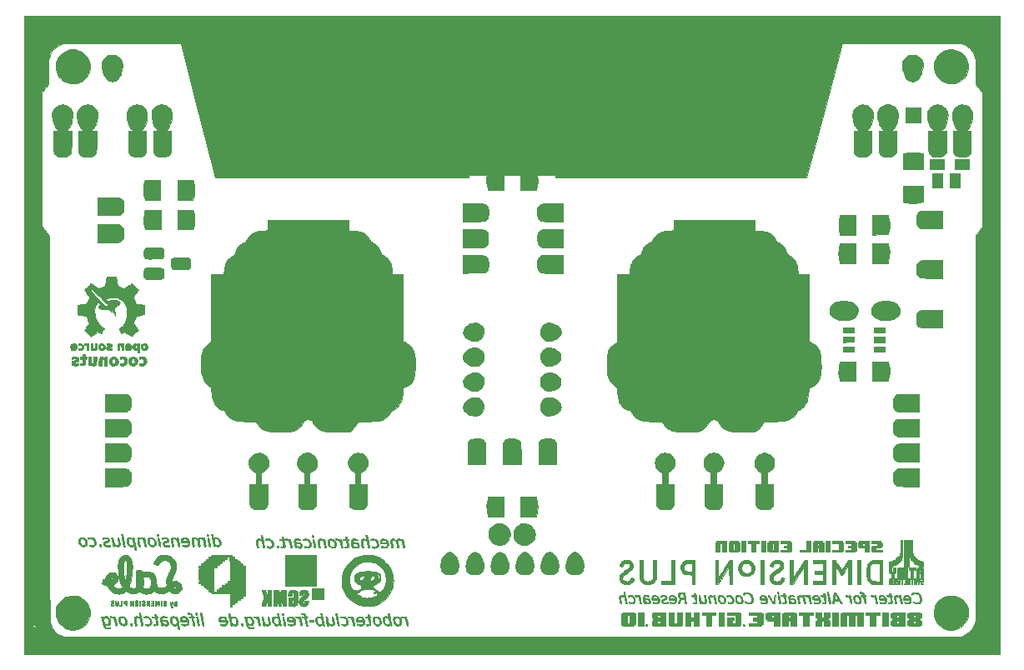
<source format=gbr>
G04 #@! TF.FileFunction,Soldermask,Bot*
%FSLAX46Y46*%
G04 Gerber Fmt 4.6, Leading zero omitted, Abs format (unit mm)*
G04 Created by KiCad (PCBNEW 4.0.7-e0-6372~58~ubuntu16.04.1) date Mon Jul 31 18:46:46 2017*
%MOMM*%
%LPD*%
G01*
G04 APERTURE LIST*
%ADD10C,0.100000*%
%ADD11C,0.010000*%
%ADD12C,1.600000*%
%ADD13C,1.800000*%
%ADD14C,1.400000*%
G04 APERTURE END LIST*
D10*
D11*
G36*
X141558834Y-94606167D02*
X42562334Y-94606167D01*
X42562334Y-91622288D01*
X43102084Y-91622288D01*
X43430167Y-91799944D01*
X43536392Y-91857002D01*
X43628929Y-91905826D01*
X43701727Y-91943295D01*
X43748735Y-91966290D01*
X43763953Y-91972083D01*
X43761470Y-91950613D01*
X43749915Y-91898143D01*
X43731514Y-91824471D01*
X43723501Y-91794116D01*
X43677345Y-91621667D01*
X43389714Y-91621978D01*
X43102084Y-91622288D01*
X42562334Y-91622288D01*
X42562334Y-37558782D01*
X44319167Y-37558782D01*
X44319179Y-42232933D01*
X44319249Y-42708762D01*
X44319455Y-43192165D01*
X44319789Y-43679893D01*
X44320245Y-44168703D01*
X44320815Y-44655347D01*
X44321494Y-45136581D01*
X44322273Y-45609158D01*
X44323147Y-46069834D01*
X44324109Y-46515361D01*
X44325152Y-46942495D01*
X44326270Y-47347990D01*
X44327455Y-47728599D01*
X44328701Y-48081078D01*
X44330000Y-48402180D01*
X44331348Y-48688660D01*
X44332736Y-48937272D01*
X44333266Y-49020235D01*
X44347342Y-51133386D01*
X45091750Y-52114084D01*
X45102763Y-71629750D01*
X45103381Y-72722970D01*
X45103982Y-73774667D01*
X45104566Y-74785650D01*
X45105135Y-75756730D01*
X45105693Y-76688716D01*
X45106240Y-77582418D01*
X45106779Y-78438647D01*
X45107311Y-79258211D01*
X45107839Y-80041921D01*
X45108366Y-80790588D01*
X45108892Y-81505020D01*
X45109420Y-82186027D01*
X45109952Y-82834420D01*
X45110490Y-83451009D01*
X45111036Y-84036603D01*
X45111592Y-84592013D01*
X45112161Y-85118047D01*
X45112743Y-85615517D01*
X45113342Y-86085232D01*
X45113959Y-86528002D01*
X45114596Y-86944637D01*
X45115256Y-87335946D01*
X45115940Y-87702740D01*
X45116651Y-88045829D01*
X45117390Y-88366022D01*
X45118159Y-88664130D01*
X45118961Y-88940962D01*
X45119797Y-89197328D01*
X45120671Y-89434038D01*
X45121582Y-89651903D01*
X45122535Y-89851731D01*
X45123530Y-90034333D01*
X45124570Y-90200519D01*
X45125657Y-90351099D01*
X45126793Y-90486883D01*
X45127979Y-90608679D01*
X45129219Y-90717300D01*
X45130513Y-90813553D01*
X45131865Y-90898250D01*
X45133275Y-90972200D01*
X45134747Y-91036213D01*
X45136282Y-91091099D01*
X45137881Y-91137668D01*
X45139549Y-91176730D01*
X45141285Y-91209094D01*
X45143093Y-91235571D01*
X45144974Y-91256971D01*
X45146930Y-91274103D01*
X45148964Y-91287777D01*
X45151077Y-91298804D01*
X45152306Y-91304167D01*
X45243389Y-91608367D01*
X45361131Y-91879823D01*
X45505781Y-92118873D01*
X45677585Y-92325855D01*
X45876792Y-92501110D01*
X46103650Y-92644974D01*
X46150084Y-92668879D01*
X46339739Y-92752402D01*
X46522667Y-92808180D01*
X46718403Y-92841676D01*
X46795667Y-92849323D01*
X46822261Y-92849781D01*
X46890572Y-92850234D01*
X46999983Y-92850681D01*
X47149879Y-92851121D01*
X47339643Y-92851556D01*
X47568659Y-92851984D01*
X47836310Y-92852406D01*
X48141980Y-92852821D01*
X48485052Y-92853229D01*
X48864911Y-92853630D01*
X49280939Y-92854023D01*
X49732522Y-92854410D01*
X50219041Y-92854788D01*
X50739881Y-92855159D01*
X51294426Y-92855522D01*
X51882060Y-92855877D01*
X52502165Y-92856224D01*
X53154125Y-92856563D01*
X53837325Y-92856892D01*
X54551148Y-92857213D01*
X55294977Y-92857525D01*
X56068197Y-92857828D01*
X56870190Y-92858122D01*
X57700341Y-92858407D01*
X58558033Y-92858681D01*
X59442650Y-92858946D01*
X60353575Y-92859201D01*
X61290193Y-92859446D01*
X62251886Y-92859681D01*
X63238039Y-92859905D01*
X64248035Y-92860119D01*
X65281258Y-92860322D01*
X66337091Y-92860514D01*
X67414918Y-92860695D01*
X68514123Y-92860864D01*
X69634090Y-92861022D01*
X70774201Y-92861169D01*
X71933842Y-92861303D01*
X73112394Y-92861426D01*
X74309243Y-92861537D01*
X75523772Y-92861635D01*
X76755364Y-92861721D01*
X78003403Y-92861794D01*
X79267273Y-92861855D01*
X80546357Y-92861902D01*
X81840039Y-92861937D01*
X83147703Y-92861958D01*
X84468733Y-92861965D01*
X85802511Y-92861959D01*
X87148422Y-92861939D01*
X88505849Y-92861905D01*
X89874176Y-92861857D01*
X91252787Y-92861795D01*
X92198167Y-92861744D01*
X93873181Y-92861648D01*
X95506392Y-92861552D01*
X97098328Y-92861456D01*
X98649519Y-92861359D01*
X100160493Y-92861261D01*
X101631782Y-92861162D01*
X103063913Y-92861061D01*
X104457417Y-92860958D01*
X105812823Y-92860852D01*
X107130659Y-92860742D01*
X108411457Y-92860629D01*
X109655743Y-92860511D01*
X110864050Y-92860388D01*
X112036904Y-92860261D01*
X113174837Y-92860127D01*
X114278378Y-92859987D01*
X115348055Y-92859841D01*
X116384398Y-92859688D01*
X117387936Y-92859527D01*
X118359200Y-92859357D01*
X119298718Y-92859180D01*
X120207019Y-92858993D01*
X121084634Y-92858796D01*
X121932091Y-92858590D01*
X122749920Y-92858373D01*
X123538650Y-92858145D01*
X124298810Y-92857906D01*
X125030931Y-92857655D01*
X125735541Y-92857392D01*
X126413169Y-92857115D01*
X127064346Y-92856826D01*
X127689600Y-92856522D01*
X128289461Y-92856205D01*
X128864459Y-92855872D01*
X129415121Y-92855525D01*
X129941979Y-92855162D01*
X130445562Y-92854782D01*
X130926398Y-92854386D01*
X131385017Y-92853973D01*
X131821949Y-92853542D01*
X132237723Y-92853093D01*
X132632868Y-92852626D01*
X133007913Y-92852139D01*
X133363389Y-92851633D01*
X133699824Y-92851107D01*
X134017748Y-92850561D01*
X134317690Y-92849994D01*
X134600180Y-92849405D01*
X134865747Y-92848795D01*
X135114920Y-92848162D01*
X135348229Y-92847507D01*
X135566203Y-92846828D01*
X135769371Y-92846125D01*
X135958263Y-92845398D01*
X136133409Y-92844647D01*
X136295337Y-92843870D01*
X136444577Y-92843067D01*
X136581659Y-92842239D01*
X136707111Y-92841384D01*
X136821463Y-92840501D01*
X136925245Y-92839592D01*
X137018986Y-92838654D01*
X137103216Y-92837687D01*
X137178463Y-92836692D01*
X137245256Y-92835667D01*
X137304127Y-92834613D01*
X137355603Y-92833528D01*
X137400215Y-92832412D01*
X137438491Y-92831264D01*
X137470961Y-92830085D01*
X137498154Y-92828874D01*
X137520600Y-92827630D01*
X137538828Y-92826352D01*
X137553368Y-92825041D01*
X137564749Y-92823695D01*
X137573499Y-92822315D01*
X137579500Y-92821059D01*
X137853749Y-92734293D01*
X138112305Y-92610693D01*
X138350233Y-92453373D01*
X138562598Y-92265446D01*
X138692025Y-92119084D01*
X138783554Y-91988651D01*
X138875011Y-91830703D01*
X138959228Y-91659460D01*
X139029038Y-91489142D01*
X139065447Y-91378250D01*
X139114084Y-91208917D01*
X139135250Y-52156417D01*
X139786820Y-51148411D01*
X139797475Y-44356083D01*
X139808130Y-37563754D01*
X139147764Y-36682008D01*
X139141094Y-35444546D01*
X139134423Y-34207084D01*
X139076512Y-34021154D01*
X138979374Y-33755032D01*
X138861964Y-33520103D01*
X138719491Y-33308162D01*
X138547167Y-33111001D01*
X138542584Y-33106341D01*
X138335989Y-32925068D01*
X138101035Y-32768957D01*
X137846824Y-32643461D01*
X137653584Y-32574087D01*
X137639588Y-32570241D01*
X137622898Y-32566657D01*
X137602028Y-32563323D01*
X137575491Y-32560228D01*
X137541803Y-32557363D01*
X137499475Y-32554716D01*
X137447022Y-32552276D01*
X137382959Y-32550033D01*
X137305798Y-32547976D01*
X137214054Y-32546094D01*
X137106241Y-32544376D01*
X136980871Y-32542812D01*
X136836460Y-32541391D01*
X136671521Y-32540102D01*
X136484568Y-32538934D01*
X136274114Y-32537877D01*
X136038674Y-32536919D01*
X135776761Y-32536051D01*
X135486889Y-32535260D01*
X135167573Y-32534537D01*
X134817325Y-32533871D01*
X134434660Y-32533251D01*
X134018091Y-32532666D01*
X133566133Y-32532106D01*
X133077298Y-32531559D01*
X132550102Y-32531015D01*
X131983058Y-32530463D01*
X131578750Y-32530082D01*
X125630917Y-32524532D01*
X123789417Y-39355975D01*
X121947917Y-46187417D01*
X109221459Y-46192726D01*
X96495000Y-46198035D01*
X96495000Y-45901667D01*
X94598606Y-45901667D01*
X94624899Y-46076292D01*
X94650957Y-46350910D01*
X94650885Y-46641098D01*
X94625632Y-46932174D01*
X94576150Y-47209457D01*
X94543385Y-47335709D01*
X94498808Y-47489167D01*
X92917834Y-47489167D01*
X92917834Y-45901667D01*
X91203334Y-45901667D01*
X91203334Y-47489682D01*
X90414875Y-47484133D01*
X89626417Y-47478584D01*
X89579531Y-47313673D01*
X89506643Y-46980916D01*
X89473581Y-46638445D01*
X89480568Y-46291493D01*
X89522998Y-45970459D01*
X89535878Y-45901667D01*
X87689667Y-45901667D01*
X87689667Y-46198000D01*
X61917053Y-46198000D01*
X60181486Y-39366458D01*
X58445919Y-32534917D01*
X46594584Y-32534917D01*
X46393500Y-32603328D01*
X46122507Y-32717236D01*
X45874367Y-32865768D01*
X45651108Y-33046688D01*
X45454761Y-33257760D01*
X45287357Y-33496749D01*
X45150924Y-33761420D01*
X45047494Y-34049537D01*
X45033190Y-34101250D01*
X45023633Y-34138949D01*
X45015498Y-34176651D01*
X45008645Y-34218060D01*
X45002933Y-34266881D01*
X44998222Y-34326820D01*
X44994370Y-34401581D01*
X44991237Y-34494869D01*
X44988683Y-34610389D01*
X44986567Y-34751846D01*
X44984748Y-34922946D01*
X44983086Y-35127392D01*
X44981440Y-35368889D01*
X44980710Y-35483780D01*
X44973094Y-36696976D01*
X44646131Y-37127879D01*
X44319167Y-37558782D01*
X42562334Y-37558782D01*
X42562334Y-29793834D01*
X141558834Y-29793834D01*
X141558834Y-94606167D01*
X141558834Y-94606167D01*
G37*
X141558834Y-94606167D02*
X42562334Y-94606167D01*
X42562334Y-91622288D01*
X43102084Y-91622288D01*
X43430167Y-91799944D01*
X43536392Y-91857002D01*
X43628929Y-91905826D01*
X43701727Y-91943295D01*
X43748735Y-91966290D01*
X43763953Y-91972083D01*
X43761470Y-91950613D01*
X43749915Y-91898143D01*
X43731514Y-91824471D01*
X43723501Y-91794116D01*
X43677345Y-91621667D01*
X43389714Y-91621978D01*
X43102084Y-91622288D01*
X42562334Y-91622288D01*
X42562334Y-37558782D01*
X44319167Y-37558782D01*
X44319179Y-42232933D01*
X44319249Y-42708762D01*
X44319455Y-43192165D01*
X44319789Y-43679893D01*
X44320245Y-44168703D01*
X44320815Y-44655347D01*
X44321494Y-45136581D01*
X44322273Y-45609158D01*
X44323147Y-46069834D01*
X44324109Y-46515361D01*
X44325152Y-46942495D01*
X44326270Y-47347990D01*
X44327455Y-47728599D01*
X44328701Y-48081078D01*
X44330000Y-48402180D01*
X44331348Y-48688660D01*
X44332736Y-48937272D01*
X44333266Y-49020235D01*
X44347342Y-51133386D01*
X45091750Y-52114084D01*
X45102763Y-71629750D01*
X45103381Y-72722970D01*
X45103982Y-73774667D01*
X45104566Y-74785650D01*
X45105135Y-75756730D01*
X45105693Y-76688716D01*
X45106240Y-77582418D01*
X45106779Y-78438647D01*
X45107311Y-79258211D01*
X45107839Y-80041921D01*
X45108366Y-80790588D01*
X45108892Y-81505020D01*
X45109420Y-82186027D01*
X45109952Y-82834420D01*
X45110490Y-83451009D01*
X45111036Y-84036603D01*
X45111592Y-84592013D01*
X45112161Y-85118047D01*
X45112743Y-85615517D01*
X45113342Y-86085232D01*
X45113959Y-86528002D01*
X45114596Y-86944637D01*
X45115256Y-87335946D01*
X45115940Y-87702740D01*
X45116651Y-88045829D01*
X45117390Y-88366022D01*
X45118159Y-88664130D01*
X45118961Y-88940962D01*
X45119797Y-89197328D01*
X45120671Y-89434038D01*
X45121582Y-89651903D01*
X45122535Y-89851731D01*
X45123530Y-90034333D01*
X45124570Y-90200519D01*
X45125657Y-90351099D01*
X45126793Y-90486883D01*
X45127979Y-90608679D01*
X45129219Y-90717300D01*
X45130513Y-90813553D01*
X45131865Y-90898250D01*
X45133275Y-90972200D01*
X45134747Y-91036213D01*
X45136282Y-91091099D01*
X45137881Y-91137668D01*
X45139549Y-91176730D01*
X45141285Y-91209094D01*
X45143093Y-91235571D01*
X45144974Y-91256971D01*
X45146930Y-91274103D01*
X45148964Y-91287777D01*
X45151077Y-91298804D01*
X45152306Y-91304167D01*
X45243389Y-91608367D01*
X45361131Y-91879823D01*
X45505781Y-92118873D01*
X45677585Y-92325855D01*
X45876792Y-92501110D01*
X46103650Y-92644974D01*
X46150084Y-92668879D01*
X46339739Y-92752402D01*
X46522667Y-92808180D01*
X46718403Y-92841676D01*
X46795667Y-92849323D01*
X46822261Y-92849781D01*
X46890572Y-92850234D01*
X46999983Y-92850681D01*
X47149879Y-92851121D01*
X47339643Y-92851556D01*
X47568659Y-92851984D01*
X47836310Y-92852406D01*
X48141980Y-92852821D01*
X48485052Y-92853229D01*
X48864911Y-92853630D01*
X49280939Y-92854023D01*
X49732522Y-92854410D01*
X50219041Y-92854788D01*
X50739881Y-92855159D01*
X51294426Y-92855522D01*
X51882060Y-92855877D01*
X52502165Y-92856224D01*
X53154125Y-92856563D01*
X53837325Y-92856892D01*
X54551148Y-92857213D01*
X55294977Y-92857525D01*
X56068197Y-92857828D01*
X56870190Y-92858122D01*
X57700341Y-92858407D01*
X58558033Y-92858681D01*
X59442650Y-92858946D01*
X60353575Y-92859201D01*
X61290193Y-92859446D01*
X62251886Y-92859681D01*
X63238039Y-92859905D01*
X64248035Y-92860119D01*
X65281258Y-92860322D01*
X66337091Y-92860514D01*
X67414918Y-92860695D01*
X68514123Y-92860864D01*
X69634090Y-92861022D01*
X70774201Y-92861169D01*
X71933842Y-92861303D01*
X73112394Y-92861426D01*
X74309243Y-92861537D01*
X75523772Y-92861635D01*
X76755364Y-92861721D01*
X78003403Y-92861794D01*
X79267273Y-92861855D01*
X80546357Y-92861902D01*
X81840039Y-92861937D01*
X83147703Y-92861958D01*
X84468733Y-92861965D01*
X85802511Y-92861959D01*
X87148422Y-92861939D01*
X88505849Y-92861905D01*
X89874176Y-92861857D01*
X91252787Y-92861795D01*
X92198167Y-92861744D01*
X93873181Y-92861648D01*
X95506392Y-92861552D01*
X97098328Y-92861456D01*
X98649519Y-92861359D01*
X100160493Y-92861261D01*
X101631782Y-92861162D01*
X103063913Y-92861061D01*
X104457417Y-92860958D01*
X105812823Y-92860852D01*
X107130659Y-92860742D01*
X108411457Y-92860629D01*
X109655743Y-92860511D01*
X110864050Y-92860388D01*
X112036904Y-92860261D01*
X113174837Y-92860127D01*
X114278378Y-92859987D01*
X115348055Y-92859841D01*
X116384398Y-92859688D01*
X117387936Y-92859527D01*
X118359200Y-92859357D01*
X119298718Y-92859180D01*
X120207019Y-92858993D01*
X121084634Y-92858796D01*
X121932091Y-92858590D01*
X122749920Y-92858373D01*
X123538650Y-92858145D01*
X124298810Y-92857906D01*
X125030931Y-92857655D01*
X125735541Y-92857392D01*
X126413169Y-92857115D01*
X127064346Y-92856826D01*
X127689600Y-92856522D01*
X128289461Y-92856205D01*
X128864459Y-92855872D01*
X129415121Y-92855525D01*
X129941979Y-92855162D01*
X130445562Y-92854782D01*
X130926398Y-92854386D01*
X131385017Y-92853973D01*
X131821949Y-92853542D01*
X132237723Y-92853093D01*
X132632868Y-92852626D01*
X133007913Y-92852139D01*
X133363389Y-92851633D01*
X133699824Y-92851107D01*
X134017748Y-92850561D01*
X134317690Y-92849994D01*
X134600180Y-92849405D01*
X134865747Y-92848795D01*
X135114920Y-92848162D01*
X135348229Y-92847507D01*
X135566203Y-92846828D01*
X135769371Y-92846125D01*
X135958263Y-92845398D01*
X136133409Y-92844647D01*
X136295337Y-92843870D01*
X136444577Y-92843067D01*
X136581659Y-92842239D01*
X136707111Y-92841384D01*
X136821463Y-92840501D01*
X136925245Y-92839592D01*
X137018986Y-92838654D01*
X137103216Y-92837687D01*
X137178463Y-92836692D01*
X137245256Y-92835667D01*
X137304127Y-92834613D01*
X137355603Y-92833528D01*
X137400215Y-92832412D01*
X137438491Y-92831264D01*
X137470961Y-92830085D01*
X137498154Y-92828874D01*
X137520600Y-92827630D01*
X137538828Y-92826352D01*
X137553368Y-92825041D01*
X137564749Y-92823695D01*
X137573499Y-92822315D01*
X137579500Y-92821059D01*
X137853749Y-92734293D01*
X138112305Y-92610693D01*
X138350233Y-92453373D01*
X138562598Y-92265446D01*
X138692025Y-92119084D01*
X138783554Y-91988651D01*
X138875011Y-91830703D01*
X138959228Y-91659460D01*
X139029038Y-91489142D01*
X139065447Y-91378250D01*
X139114084Y-91208917D01*
X139135250Y-52156417D01*
X139786820Y-51148411D01*
X139797475Y-44356083D01*
X139808130Y-37563754D01*
X139147764Y-36682008D01*
X139141094Y-35444546D01*
X139134423Y-34207084D01*
X139076512Y-34021154D01*
X138979374Y-33755032D01*
X138861964Y-33520103D01*
X138719491Y-33308162D01*
X138547167Y-33111001D01*
X138542584Y-33106341D01*
X138335989Y-32925068D01*
X138101035Y-32768957D01*
X137846824Y-32643461D01*
X137653584Y-32574087D01*
X137639588Y-32570241D01*
X137622898Y-32566657D01*
X137602028Y-32563323D01*
X137575491Y-32560228D01*
X137541803Y-32557363D01*
X137499475Y-32554716D01*
X137447022Y-32552276D01*
X137382959Y-32550033D01*
X137305798Y-32547976D01*
X137214054Y-32546094D01*
X137106241Y-32544376D01*
X136980871Y-32542812D01*
X136836460Y-32541391D01*
X136671521Y-32540102D01*
X136484568Y-32538934D01*
X136274114Y-32537877D01*
X136038674Y-32536919D01*
X135776761Y-32536051D01*
X135486889Y-32535260D01*
X135167573Y-32534537D01*
X134817325Y-32533871D01*
X134434660Y-32533251D01*
X134018091Y-32532666D01*
X133566133Y-32532106D01*
X133077298Y-32531559D01*
X132550102Y-32531015D01*
X131983058Y-32530463D01*
X131578750Y-32530082D01*
X125630917Y-32524532D01*
X123789417Y-39355975D01*
X121947917Y-46187417D01*
X109221459Y-46192726D01*
X96495000Y-46198035D01*
X96495000Y-45901667D01*
X94598606Y-45901667D01*
X94624899Y-46076292D01*
X94650957Y-46350910D01*
X94650885Y-46641098D01*
X94625632Y-46932174D01*
X94576150Y-47209457D01*
X94543385Y-47335709D01*
X94498808Y-47489167D01*
X92917834Y-47489167D01*
X92917834Y-45901667D01*
X91203334Y-45901667D01*
X91203334Y-47489682D01*
X90414875Y-47484133D01*
X89626417Y-47478584D01*
X89579531Y-47313673D01*
X89506643Y-46980916D01*
X89473581Y-46638445D01*
X89480568Y-46291493D01*
X89522998Y-45970459D01*
X89535878Y-45901667D01*
X87689667Y-45901667D01*
X87689667Y-46198000D01*
X61917053Y-46198000D01*
X60181486Y-39366458D01*
X58445919Y-32534917D01*
X46594584Y-32534917D01*
X46393500Y-32603328D01*
X46122507Y-32717236D01*
X45874367Y-32865768D01*
X45651108Y-33046688D01*
X45454761Y-33257760D01*
X45287357Y-33496749D01*
X45150924Y-33761420D01*
X45047494Y-34049537D01*
X45033190Y-34101250D01*
X45023633Y-34138949D01*
X45015498Y-34176651D01*
X45008645Y-34218060D01*
X45002933Y-34266881D01*
X44998222Y-34326820D01*
X44994370Y-34401581D01*
X44991237Y-34494869D01*
X44988683Y-34610389D01*
X44986567Y-34751846D01*
X44984748Y-34922946D01*
X44983086Y-35127392D01*
X44981440Y-35368889D01*
X44980710Y-35483780D01*
X44973094Y-36696976D01*
X44646131Y-37127879D01*
X44319167Y-37558782D01*
X42562334Y-37558782D01*
X42562334Y-29793834D01*
X141558834Y-29793834D01*
X141558834Y-94606167D01*
G36*
X47714952Y-88675243D02*
X47970251Y-88728872D01*
X48213649Y-88818697D01*
X48419575Y-88931373D01*
X48626416Y-89089704D01*
X48809416Y-89279630D01*
X48964413Y-89495260D01*
X49087241Y-89730706D01*
X49173737Y-89980079D01*
X49180804Y-90007900D01*
X49205900Y-90156406D01*
X49217100Y-90329154D01*
X49214623Y-90510472D01*
X49198688Y-90684692D01*
X49169515Y-90836143D01*
X49169193Y-90837354D01*
X49078945Y-91096854D01*
X48953514Y-91334538D01*
X48795436Y-91547729D01*
X48607246Y-91733754D01*
X48391479Y-91889936D01*
X48150671Y-92013600D01*
X48002167Y-92068841D01*
X47903796Y-92098675D01*
X47817950Y-92118686D01*
X47729672Y-92131221D01*
X47624008Y-92138624D01*
X47536500Y-92141868D01*
X47358187Y-92142445D01*
X47212651Y-92132887D01*
X47134334Y-92120602D01*
X46873129Y-92044500D01*
X46630672Y-91932285D01*
X46410084Y-91786934D01*
X46214489Y-91611422D01*
X46047009Y-91408728D01*
X45910769Y-91181827D01*
X45808891Y-90933697D01*
X45778137Y-90827917D01*
X45747670Y-90660809D01*
X45733743Y-90471365D01*
X45736359Y-90276216D01*
X45755519Y-90091996D01*
X45778052Y-89981250D01*
X45865287Y-89724374D01*
X45988364Y-89487416D01*
X46144308Y-89273545D01*
X46330145Y-89085930D01*
X46542899Y-88927741D01*
X46779594Y-88802146D01*
X46943206Y-88740031D01*
X47194874Y-88679973D01*
X47454308Y-88658660D01*
X47714952Y-88675243D01*
X47714952Y-88675243D01*
G37*
X47714952Y-88675243D02*
X47970251Y-88728872D01*
X48213649Y-88818697D01*
X48419575Y-88931373D01*
X48626416Y-89089704D01*
X48809416Y-89279630D01*
X48964413Y-89495260D01*
X49087241Y-89730706D01*
X49173737Y-89980079D01*
X49180804Y-90007900D01*
X49205900Y-90156406D01*
X49217100Y-90329154D01*
X49214623Y-90510472D01*
X49198688Y-90684692D01*
X49169515Y-90836143D01*
X49169193Y-90837354D01*
X49078945Y-91096854D01*
X48953514Y-91334538D01*
X48795436Y-91547729D01*
X48607246Y-91733754D01*
X48391479Y-91889936D01*
X48150671Y-92013600D01*
X48002167Y-92068841D01*
X47903796Y-92098675D01*
X47817950Y-92118686D01*
X47729672Y-92131221D01*
X47624008Y-92138624D01*
X47536500Y-92141868D01*
X47358187Y-92142445D01*
X47212651Y-92132887D01*
X47134334Y-92120602D01*
X46873129Y-92044500D01*
X46630672Y-91932285D01*
X46410084Y-91786934D01*
X46214489Y-91611422D01*
X46047009Y-91408728D01*
X45910769Y-91181827D01*
X45808891Y-90933697D01*
X45778137Y-90827917D01*
X45747670Y-90660809D01*
X45733743Y-90471365D01*
X45736359Y-90276216D01*
X45755519Y-90091996D01*
X45778052Y-89981250D01*
X45865287Y-89724374D01*
X45988364Y-89487416D01*
X46144308Y-89273545D01*
X46330145Y-89085930D01*
X46542899Y-88927741D01*
X46779594Y-88802146D01*
X46943206Y-88740031D01*
X47194874Y-88679973D01*
X47454308Y-88658660D01*
X47714952Y-88675243D01*
G36*
X136773094Y-88663794D02*
X137009003Y-88695976D01*
X137177961Y-88740031D01*
X137428242Y-88842893D01*
X137656501Y-88980421D01*
X137859817Y-89149505D01*
X138035270Y-89347032D01*
X138179942Y-89569893D01*
X138290913Y-89814974D01*
X138342691Y-89981250D01*
X138373398Y-90148306D01*
X138387457Y-90337714D01*
X138384863Y-90532900D01*
X138365609Y-90717288D01*
X138343030Y-90827917D01*
X138256713Y-91082306D01*
X138135989Y-91315917D01*
X137984275Y-91526116D01*
X137804989Y-91710266D01*
X137601548Y-91865732D01*
X137377372Y-91989880D01*
X137135877Y-92080074D01*
X136880483Y-92133678D01*
X136630430Y-92148344D01*
X136531213Y-92145120D01*
X136434418Y-92138835D01*
X136358146Y-92130728D01*
X136346694Y-92128954D01*
X136096836Y-92065871D01*
X135857798Y-91964305D01*
X135634806Y-91827732D01*
X135433087Y-91659633D01*
X135257864Y-91463484D01*
X135179129Y-91351824D01*
X135062034Y-91146321D01*
X134979687Y-90941868D01*
X134929017Y-90727842D01*
X134906956Y-90493620D01*
X134905425Y-90404584D01*
X134916861Y-90169207D01*
X134953525Y-89958233D01*
X135018947Y-89759954D01*
X135116658Y-89562665D01*
X135199879Y-89428322D01*
X135364061Y-89218053D01*
X135557154Y-89037401D01*
X135775751Y-88888638D01*
X136016444Y-88774037D01*
X136275828Y-88695869D01*
X136308263Y-88689002D01*
X136534299Y-88661163D01*
X136773094Y-88663794D01*
X136773094Y-88663794D01*
G37*
X136773094Y-88663794D02*
X137009003Y-88695976D01*
X137177961Y-88740031D01*
X137428242Y-88842893D01*
X137656501Y-88980421D01*
X137859817Y-89149505D01*
X138035270Y-89347032D01*
X138179942Y-89569893D01*
X138290913Y-89814974D01*
X138342691Y-89981250D01*
X138373398Y-90148306D01*
X138387457Y-90337714D01*
X138384863Y-90532900D01*
X138365609Y-90717288D01*
X138343030Y-90827917D01*
X138256713Y-91082306D01*
X138135989Y-91315917D01*
X137984275Y-91526116D01*
X137804989Y-91710266D01*
X137601548Y-91865732D01*
X137377372Y-91989880D01*
X137135877Y-92080074D01*
X136880483Y-92133678D01*
X136630430Y-92148344D01*
X136531213Y-92145120D01*
X136434418Y-92138835D01*
X136358146Y-92130728D01*
X136346694Y-92128954D01*
X136096836Y-92065871D01*
X135857798Y-91964305D01*
X135634806Y-91827732D01*
X135433087Y-91659633D01*
X135257864Y-91463484D01*
X135179129Y-91351824D01*
X135062034Y-91146321D01*
X134979687Y-90941868D01*
X134929017Y-90727842D01*
X134906956Y-90493620D01*
X134905425Y-90404584D01*
X134916861Y-90169207D01*
X134953525Y-89958233D01*
X135018947Y-89759954D01*
X135116658Y-89562665D01*
X135199879Y-89428322D01*
X135364061Y-89218053D01*
X135557154Y-89037401D01*
X135775751Y-88888638D01*
X136016444Y-88774037D01*
X136275828Y-88695869D01*
X136308263Y-88689002D01*
X136534299Y-88661163D01*
X136773094Y-88663794D01*
G36*
X50872904Y-90771229D02*
X50980370Y-90814015D01*
X51079298Y-90887897D01*
X51084446Y-90892962D01*
X51160326Y-90989327D01*
X51215660Y-91101489D01*
X51250022Y-91221693D01*
X51262981Y-91342184D01*
X51254111Y-91455207D01*
X51222983Y-91553006D01*
X51169168Y-91627828D01*
X51126688Y-91658011D01*
X51022914Y-91689517D01*
X50908037Y-91685661D01*
X50792760Y-91647365D01*
X50754219Y-91625945D01*
X50651138Y-91561866D01*
X50680010Y-91657801D01*
X50708689Y-91729138D01*
X50745577Y-91791768D01*
X50757816Y-91806846D01*
X50847052Y-91874108D01*
X50956693Y-91910926D01*
X51075794Y-91915304D01*
X51191680Y-91885972D01*
X51241155Y-91866973D01*
X51270070Y-91859056D01*
X51272626Y-91859514D01*
X51279115Y-91881914D01*
X51288996Y-91928639D01*
X51289631Y-91931961D01*
X51293683Y-91971895D01*
X51283425Y-91999004D01*
X51252268Y-92016451D01*
X51193625Y-92027400D01*
X51100904Y-92035015D01*
X51071334Y-92036786D01*
X50937967Y-92036645D01*
X50839577Y-92018483D01*
X50830558Y-92015304D01*
X50733028Y-91960755D01*
X50643381Y-91878549D01*
X50576638Y-91782755D01*
X50571781Y-91772927D01*
X50560617Y-91738319D01*
X50542619Y-91669836D01*
X50519475Y-91575069D01*
X50492874Y-91461610D01*
X50464506Y-91337049D01*
X50436059Y-91208978D01*
X50418513Y-91127914D01*
X50584707Y-91127914D01*
X50597342Y-91238498D01*
X50631078Y-91349123D01*
X50680193Y-91444822D01*
X50727392Y-91501181D01*
X50815392Y-91553147D01*
X50913549Y-91567418D01*
X51011254Y-91543192D01*
X51043886Y-91525144D01*
X51088036Y-91473164D01*
X51109147Y-91396112D01*
X51109439Y-91302887D01*
X51091131Y-91202388D01*
X51056443Y-91103515D01*
X51007595Y-91015168D01*
X50946805Y-90946245D01*
X50890694Y-90910917D01*
X50798186Y-90883873D01*
X50723267Y-90890772D01*
X50656687Y-90932818D01*
X50646372Y-90942705D01*
X50610291Y-90984352D01*
X50591735Y-91026964D01*
X50585195Y-91087088D01*
X50584707Y-91127914D01*
X50418513Y-91127914D01*
X50409221Y-91084988D01*
X50385682Y-90972671D01*
X50367130Y-90879618D01*
X50355254Y-90813420D01*
X50351667Y-90783478D01*
X50370274Y-90777819D01*
X50415886Y-90775054D01*
X50424068Y-90775000D01*
X50475178Y-90780233D01*
X50499920Y-90803214D01*
X50509821Y-90835786D01*
X50523172Y-90896572D01*
X50581388Y-90838356D01*
X50665202Y-90782508D01*
X50765111Y-90760429D01*
X50872904Y-90771229D01*
X50872904Y-90771229D01*
G37*
X50872904Y-90771229D02*
X50980370Y-90814015D01*
X51079298Y-90887897D01*
X51084446Y-90892962D01*
X51160326Y-90989327D01*
X51215660Y-91101489D01*
X51250022Y-91221693D01*
X51262981Y-91342184D01*
X51254111Y-91455207D01*
X51222983Y-91553006D01*
X51169168Y-91627828D01*
X51126688Y-91658011D01*
X51022914Y-91689517D01*
X50908037Y-91685661D01*
X50792760Y-91647365D01*
X50754219Y-91625945D01*
X50651138Y-91561866D01*
X50680010Y-91657801D01*
X50708689Y-91729138D01*
X50745577Y-91791768D01*
X50757816Y-91806846D01*
X50847052Y-91874108D01*
X50956693Y-91910926D01*
X51075794Y-91915304D01*
X51191680Y-91885972D01*
X51241155Y-91866973D01*
X51270070Y-91859056D01*
X51272626Y-91859514D01*
X51279115Y-91881914D01*
X51288996Y-91928639D01*
X51289631Y-91931961D01*
X51293683Y-91971895D01*
X51283425Y-91999004D01*
X51252268Y-92016451D01*
X51193625Y-92027400D01*
X51100904Y-92035015D01*
X51071334Y-92036786D01*
X50937967Y-92036645D01*
X50839577Y-92018483D01*
X50830558Y-92015304D01*
X50733028Y-91960755D01*
X50643381Y-91878549D01*
X50576638Y-91782755D01*
X50571781Y-91772927D01*
X50560617Y-91738319D01*
X50542619Y-91669836D01*
X50519475Y-91575069D01*
X50492874Y-91461610D01*
X50464506Y-91337049D01*
X50436059Y-91208978D01*
X50418513Y-91127914D01*
X50584707Y-91127914D01*
X50597342Y-91238498D01*
X50631078Y-91349123D01*
X50680193Y-91444822D01*
X50727392Y-91501181D01*
X50815392Y-91553147D01*
X50913549Y-91567418D01*
X51011254Y-91543192D01*
X51043886Y-91525144D01*
X51088036Y-91473164D01*
X51109147Y-91396112D01*
X51109439Y-91302887D01*
X51091131Y-91202388D01*
X51056443Y-91103515D01*
X51007595Y-91015168D01*
X50946805Y-90946245D01*
X50890694Y-90910917D01*
X50798186Y-90883873D01*
X50723267Y-90890772D01*
X50656687Y-90932818D01*
X50646372Y-90942705D01*
X50610291Y-90984352D01*
X50591735Y-91026964D01*
X50585195Y-91087088D01*
X50584707Y-91127914D01*
X50418513Y-91127914D01*
X50409221Y-91084988D01*
X50385682Y-90972671D01*
X50367130Y-90879618D01*
X50355254Y-90813420D01*
X50351667Y-90783478D01*
X50370274Y-90777819D01*
X50415886Y-90775054D01*
X50424068Y-90775000D01*
X50475178Y-90780233D01*
X50499920Y-90803214D01*
X50509821Y-90835786D01*
X50523172Y-90896572D01*
X50581388Y-90838356D01*
X50665202Y-90782508D01*
X50765111Y-90760429D01*
X50872904Y-90771229D01*
G36*
X57739791Y-90781606D02*
X57843099Y-90834771D01*
X57867441Y-90853684D01*
X57934474Y-90910088D01*
X57919638Y-90842544D01*
X57912389Y-90797713D01*
X57924625Y-90779021D01*
X57966659Y-90775038D01*
X57980568Y-90775000D01*
X58030234Y-90776572D01*
X58055520Y-90780448D01*
X58056334Y-90781382D01*
X58060313Y-90803431D01*
X58071405Y-90860641D01*
X58088341Y-90946677D01*
X58109854Y-91055203D01*
X58134675Y-91179885D01*
X58161536Y-91314387D01*
X58189167Y-91452375D01*
X58216302Y-91587514D01*
X58241671Y-91713469D01*
X58264007Y-91823904D01*
X58282041Y-91912485D01*
X58294505Y-91972877D01*
X58299786Y-91997375D01*
X58302467Y-92029437D01*
X58282516Y-92042628D01*
X58238080Y-92045000D01*
X58180183Y-92036442D01*
X58154642Y-92008765D01*
X58154404Y-92007959D01*
X58145593Y-91970909D01*
X58131382Y-91904524D01*
X58114365Y-91821040D01*
X58108414Y-91791000D01*
X58091678Y-91709118D01*
X58077324Y-91644751D01*
X58067638Y-91607929D01*
X58065581Y-91603158D01*
X58046503Y-91610320D01*
X58007908Y-91637849D01*
X57993104Y-91649941D01*
X57899440Y-91704155D01*
X57797464Y-91721277D01*
X57692919Y-91704149D01*
X57591546Y-91655613D01*
X57499086Y-91578509D01*
X57421281Y-91475680D01*
X57363872Y-91349966D01*
X57359515Y-91336376D01*
X57323355Y-91176585D01*
X57322946Y-91159234D01*
X57481061Y-91159234D01*
X57499204Y-91270173D01*
X57533955Y-91378142D01*
X57582836Y-91470536D01*
X57607350Y-91502077D01*
X57663044Y-91546312D01*
X57735701Y-91582321D01*
X57803279Y-91599418D01*
X57808676Y-91599672D01*
X57854148Y-91590808D01*
X57907455Y-91569118D01*
X57963051Y-91518210D01*
X57996159Y-91440774D01*
X58007555Y-91345653D01*
X57998014Y-91241687D01*
X57968315Y-91137716D01*
X57919233Y-91042580D01*
X57854632Y-90967797D01*
X57768722Y-90911951D01*
X57681059Y-90888703D01*
X57599941Y-90897791D01*
X57533665Y-90938952D01*
X57504511Y-90978866D01*
X57482005Y-91057930D01*
X57481061Y-91159234D01*
X57322946Y-91159234D01*
X57320113Y-91039377D01*
X57349580Y-90926248D01*
X57411546Y-90838696D01*
X57431499Y-90821444D01*
X57523881Y-90774195D01*
X57630015Y-90761165D01*
X57739791Y-90781606D01*
X57739791Y-90781606D01*
G37*
X57739791Y-90781606D02*
X57843099Y-90834771D01*
X57867441Y-90853684D01*
X57934474Y-90910088D01*
X57919638Y-90842544D01*
X57912389Y-90797713D01*
X57924625Y-90779021D01*
X57966659Y-90775038D01*
X57980568Y-90775000D01*
X58030234Y-90776572D01*
X58055520Y-90780448D01*
X58056334Y-90781382D01*
X58060313Y-90803431D01*
X58071405Y-90860641D01*
X58088341Y-90946677D01*
X58109854Y-91055203D01*
X58134675Y-91179885D01*
X58161536Y-91314387D01*
X58189167Y-91452375D01*
X58216302Y-91587514D01*
X58241671Y-91713469D01*
X58264007Y-91823904D01*
X58282041Y-91912485D01*
X58294505Y-91972877D01*
X58299786Y-91997375D01*
X58302467Y-92029437D01*
X58282516Y-92042628D01*
X58238080Y-92045000D01*
X58180183Y-92036442D01*
X58154642Y-92008765D01*
X58154404Y-92007959D01*
X58145593Y-91970909D01*
X58131382Y-91904524D01*
X58114365Y-91821040D01*
X58108414Y-91791000D01*
X58091678Y-91709118D01*
X58077324Y-91644751D01*
X58067638Y-91607929D01*
X58065581Y-91603158D01*
X58046503Y-91610320D01*
X58007908Y-91637849D01*
X57993104Y-91649941D01*
X57899440Y-91704155D01*
X57797464Y-91721277D01*
X57692919Y-91704149D01*
X57591546Y-91655613D01*
X57499086Y-91578509D01*
X57421281Y-91475680D01*
X57363872Y-91349966D01*
X57359515Y-91336376D01*
X57323355Y-91176585D01*
X57322946Y-91159234D01*
X57481061Y-91159234D01*
X57499204Y-91270173D01*
X57533955Y-91378142D01*
X57582836Y-91470536D01*
X57607350Y-91502077D01*
X57663044Y-91546312D01*
X57735701Y-91582321D01*
X57803279Y-91599418D01*
X57808676Y-91599672D01*
X57854148Y-91590808D01*
X57907455Y-91569118D01*
X57963051Y-91518210D01*
X57996159Y-91440774D01*
X58007555Y-91345653D01*
X57998014Y-91241687D01*
X57968315Y-91137716D01*
X57919233Y-91042580D01*
X57854632Y-90967797D01*
X57768722Y-90911951D01*
X57681059Y-90888703D01*
X57599941Y-90897791D01*
X57533665Y-90938952D01*
X57504511Y-90978866D01*
X57482005Y-91057930D01*
X57481061Y-91159234D01*
X57322946Y-91159234D01*
X57320113Y-91039377D01*
X57349580Y-90926248D01*
X57411546Y-90838696D01*
X57431499Y-90821444D01*
X57523881Y-90774195D01*
X57630015Y-90761165D01*
X57739791Y-90781606D01*
G36*
X65463694Y-90793889D02*
X65579269Y-90849817D01*
X65674286Y-90941674D01*
X65747644Y-91068352D01*
X65798241Y-91228743D01*
X65803216Y-91252653D01*
X65814938Y-91392101D01*
X65792011Y-91511344D01*
X65735030Y-91607684D01*
X65721854Y-91621736D01*
X65640533Y-91674970D01*
X65541515Y-91696914D01*
X65435278Y-91687877D01*
X65332301Y-91648165D01*
X65275129Y-91608645D01*
X65234026Y-91576174D01*
X65215434Y-91570423D01*
X65210713Y-91589449D01*
X65210667Y-91594134D01*
X65223794Y-91651368D01*
X65257246Y-91723616D01*
X65302125Y-91795256D01*
X65349537Y-91850669D01*
X65363247Y-91862030D01*
X65439353Y-91896726D01*
X65537270Y-91913272D01*
X65640013Y-91910448D01*
X65727833Y-91888206D01*
X65779353Y-91868302D01*
X65810838Y-91859216D01*
X65814694Y-91859514D01*
X65822011Y-91881844D01*
X65833084Y-91928313D01*
X65833703Y-91931191D01*
X65838361Y-91971055D01*
X65827863Y-91998312D01*
X65795799Y-92016025D01*
X65735761Y-92027258D01*
X65641340Y-92035076D01*
X65612834Y-92036786D01*
X65478967Y-92036603D01*
X65380458Y-92018278D01*
X65372322Y-92015395D01*
X65259466Y-91951298D01*
X65167751Y-91853888D01*
X65120151Y-91770361D01*
X65102996Y-91720916D01*
X65079851Y-91637808D01*
X65052673Y-91528955D01*
X65023420Y-91402273D01*
X64994053Y-91265682D01*
X64987937Y-91235903D01*
X64966654Y-91131375D01*
X65126531Y-91131375D01*
X65147741Y-91261110D01*
X65158619Y-91300488D01*
X65204865Y-91406291D01*
X65269967Y-91488521D01*
X65347364Y-91544263D01*
X65430496Y-91570600D01*
X65512801Y-91564617D01*
X65587720Y-91523399D01*
X65610090Y-91501131D01*
X65637378Y-91464919D01*
X65651019Y-91426671D01*
X65653920Y-91372236D01*
X65650303Y-91305316D01*
X65626559Y-91165319D01*
X65579060Y-91050695D01*
X65510804Y-90965389D01*
X65424788Y-90913346D01*
X65341020Y-90898225D01*
X65243227Y-90912036D01*
X65174638Y-90956034D01*
X65135618Y-91029415D01*
X65126531Y-91131375D01*
X64966654Y-91131375D01*
X64898402Y-90796167D01*
X64980451Y-90796167D01*
X65033838Y-90799180D01*
X65057142Y-90813646D01*
X65062485Y-90847708D01*
X65062500Y-90851276D01*
X65062500Y-90906386D01*
X65137320Y-90840693D01*
X65189495Y-90800751D01*
X65239830Y-90781152D01*
X65307939Y-90775161D01*
X65328663Y-90775000D01*
X65463694Y-90793889D01*
X65463694Y-90793889D01*
G37*
X65463694Y-90793889D02*
X65579269Y-90849817D01*
X65674286Y-90941674D01*
X65747644Y-91068352D01*
X65798241Y-91228743D01*
X65803216Y-91252653D01*
X65814938Y-91392101D01*
X65792011Y-91511344D01*
X65735030Y-91607684D01*
X65721854Y-91621736D01*
X65640533Y-91674970D01*
X65541515Y-91696914D01*
X65435278Y-91687877D01*
X65332301Y-91648165D01*
X65275129Y-91608645D01*
X65234026Y-91576174D01*
X65215434Y-91570423D01*
X65210713Y-91589449D01*
X65210667Y-91594134D01*
X65223794Y-91651368D01*
X65257246Y-91723616D01*
X65302125Y-91795256D01*
X65349537Y-91850669D01*
X65363247Y-91862030D01*
X65439353Y-91896726D01*
X65537270Y-91913272D01*
X65640013Y-91910448D01*
X65727833Y-91888206D01*
X65779353Y-91868302D01*
X65810838Y-91859216D01*
X65814694Y-91859514D01*
X65822011Y-91881844D01*
X65833084Y-91928313D01*
X65833703Y-91931191D01*
X65838361Y-91971055D01*
X65827863Y-91998312D01*
X65795799Y-92016025D01*
X65735761Y-92027258D01*
X65641340Y-92035076D01*
X65612834Y-92036786D01*
X65478967Y-92036603D01*
X65380458Y-92018278D01*
X65372322Y-92015395D01*
X65259466Y-91951298D01*
X65167751Y-91853888D01*
X65120151Y-91770361D01*
X65102996Y-91720916D01*
X65079851Y-91637808D01*
X65052673Y-91528955D01*
X65023420Y-91402273D01*
X64994053Y-91265682D01*
X64987937Y-91235903D01*
X64966654Y-91131375D01*
X65126531Y-91131375D01*
X65147741Y-91261110D01*
X65158619Y-91300488D01*
X65204865Y-91406291D01*
X65269967Y-91488521D01*
X65347364Y-91544263D01*
X65430496Y-91570600D01*
X65512801Y-91564617D01*
X65587720Y-91523399D01*
X65610090Y-91501131D01*
X65637378Y-91464919D01*
X65651019Y-91426671D01*
X65653920Y-91372236D01*
X65650303Y-91305316D01*
X65626559Y-91165319D01*
X65579060Y-91050695D01*
X65510804Y-90965389D01*
X65424788Y-90913346D01*
X65341020Y-90898225D01*
X65243227Y-90912036D01*
X65174638Y-90956034D01*
X65135618Y-91029415D01*
X65126531Y-91131375D01*
X64966654Y-91131375D01*
X64898402Y-90796167D01*
X64980451Y-90796167D01*
X65033838Y-90799180D01*
X65057142Y-90813646D01*
X65062485Y-90847708D01*
X65062500Y-90851276D01*
X65062500Y-90906386D01*
X65137320Y-90840693D01*
X65189495Y-90800751D01*
X65239830Y-90781152D01*
X65307939Y-90775161D01*
X65328663Y-90775000D01*
X65463694Y-90793889D01*
G36*
X104432500Y-90413826D02*
X104438042Y-90457481D01*
X104463379Y-90476643D01*
X104501292Y-90482617D01*
X104570084Y-90489250D01*
X104570084Y-91611084D01*
X104501292Y-91617716D01*
X104453570Y-91627325D01*
X104435066Y-91652003D01*
X104432500Y-91686508D01*
X104432500Y-91748667D01*
X103310667Y-91748667D01*
X103310667Y-91685167D01*
X103306537Y-91642504D01*
X103285589Y-91625005D01*
X103236584Y-91621667D01*
X103162500Y-91621667D01*
X103162500Y-90626834D01*
X103734000Y-90626834D01*
X103734000Y-91473500D01*
X104009167Y-91473500D01*
X104009167Y-90626834D01*
X103734000Y-90626834D01*
X103162500Y-90626834D01*
X103162500Y-90478667D01*
X103236584Y-90478667D01*
X103286357Y-90475127D01*
X103306772Y-90457172D01*
X103310667Y-90415167D01*
X103310667Y-90351667D01*
X104432500Y-90351667D01*
X104432500Y-90413826D01*
X104432500Y-90413826D01*
G37*
X104432500Y-90413826D02*
X104438042Y-90457481D01*
X104463379Y-90476643D01*
X104501292Y-90482617D01*
X104570084Y-90489250D01*
X104570084Y-91611084D01*
X104501292Y-91617716D01*
X104453570Y-91627325D01*
X104435066Y-91652003D01*
X104432500Y-91686508D01*
X104432500Y-91748667D01*
X103310667Y-91748667D01*
X103310667Y-91685167D01*
X103306537Y-91642504D01*
X103285589Y-91625005D01*
X103236584Y-91621667D01*
X103162500Y-91621667D01*
X103162500Y-90626834D01*
X103734000Y-90626834D01*
X103734000Y-91473500D01*
X104009167Y-91473500D01*
X104009167Y-90626834D01*
X103734000Y-90626834D01*
X103162500Y-90626834D01*
X103162500Y-90478667D01*
X103236584Y-90478667D01*
X103286357Y-90475127D01*
X103306772Y-90457172D01*
X103310667Y-90415167D01*
X103310667Y-90351667D01*
X104432500Y-90351667D01*
X104432500Y-90413826D01*
G36*
X105427334Y-91748667D02*
X104855834Y-91748667D01*
X104855834Y-90351667D01*
X105427334Y-90351667D01*
X105427334Y-91748667D01*
X105427334Y-91748667D01*
G37*
X105427334Y-91748667D02*
X104855834Y-91748667D01*
X104855834Y-90351667D01*
X105427334Y-90351667D01*
X105427334Y-91748667D01*
G36*
X105783035Y-91648125D02*
X105789486Y-91748667D01*
X105594347Y-91748667D01*
X105600799Y-91648125D01*
X105607250Y-91547584D01*
X105776584Y-91547584D01*
X105783035Y-91648125D01*
X105783035Y-91648125D01*
G37*
X105783035Y-91648125D02*
X105789486Y-91748667D01*
X105594347Y-91748667D01*
X105600799Y-91648125D01*
X105607250Y-91547584D01*
X105776584Y-91547584D01*
X105783035Y-91648125D01*
G36*
X107649834Y-91748667D02*
X106379834Y-91748667D01*
X106379834Y-91685167D01*
X106374589Y-91640190D01*
X106349849Y-91623612D01*
X106316334Y-91621667D01*
X106252834Y-91621667D01*
X106252834Y-91198334D01*
X106379834Y-91198334D01*
X106803167Y-91198334D01*
X106803167Y-91473500D01*
X107099500Y-91473500D01*
X107099500Y-91198334D01*
X106803167Y-91198334D01*
X106379834Y-91198334D01*
X106379834Y-90902000D01*
X106252834Y-90902000D01*
X106252834Y-90626834D01*
X106803167Y-90626834D01*
X106803167Y-90902000D01*
X107099500Y-90902000D01*
X107099500Y-90626834D01*
X106803167Y-90626834D01*
X106252834Y-90626834D01*
X106252834Y-90478667D01*
X106316334Y-90478667D01*
X106361311Y-90473422D01*
X106377888Y-90448682D01*
X106379834Y-90415167D01*
X106379834Y-90351667D01*
X107649834Y-90351667D01*
X107649834Y-91748667D01*
X107649834Y-91748667D01*
G37*
X107649834Y-91748667D02*
X106379834Y-91748667D01*
X106379834Y-91685167D01*
X106374589Y-91640190D01*
X106349849Y-91623612D01*
X106316334Y-91621667D01*
X106252834Y-91621667D01*
X106252834Y-91198334D01*
X106379834Y-91198334D01*
X106803167Y-91198334D01*
X106803167Y-91473500D01*
X107099500Y-91473500D01*
X107099500Y-91198334D01*
X106803167Y-91198334D01*
X106379834Y-91198334D01*
X106379834Y-90902000D01*
X106252834Y-90902000D01*
X106252834Y-90626834D01*
X106803167Y-90626834D01*
X106803167Y-90902000D01*
X107099500Y-90902000D01*
X107099500Y-90626834D01*
X106803167Y-90626834D01*
X106252834Y-90626834D01*
X106252834Y-90478667D01*
X106316334Y-90478667D01*
X106361311Y-90473422D01*
X106377888Y-90448682D01*
X106379834Y-90415167D01*
X106379834Y-90351667D01*
X107649834Y-90351667D01*
X107649834Y-91748667D01*
G36*
X108496500Y-91473500D02*
X108792834Y-91473500D01*
X108792834Y-90351667D01*
X109343167Y-90351667D01*
X109343167Y-91621667D01*
X109279667Y-91621667D01*
X109234690Y-91626912D01*
X109218112Y-91651652D01*
X109216167Y-91685167D01*
X109216167Y-91748667D01*
X108073167Y-91748667D01*
X108073167Y-91685167D01*
X108067922Y-91640190D01*
X108043182Y-91623612D01*
X108009667Y-91621667D01*
X107946167Y-91621667D01*
X107946167Y-90351667D01*
X108496500Y-90351667D01*
X108496500Y-91473500D01*
X108496500Y-91473500D01*
G37*
X108496500Y-91473500D02*
X108792834Y-91473500D01*
X108792834Y-90351667D01*
X109343167Y-90351667D01*
X109343167Y-91621667D01*
X109279667Y-91621667D01*
X109234690Y-91626912D01*
X109218112Y-91651652D01*
X109216167Y-91685167D01*
X109216167Y-91748667D01*
X108073167Y-91748667D01*
X108073167Y-91685167D01*
X108067922Y-91640190D01*
X108043182Y-91623612D01*
X108009667Y-91621667D01*
X107946167Y-91621667D01*
X107946167Y-90351667D01*
X108496500Y-90351667D01*
X108496500Y-91473500D01*
G36*
X110211000Y-90902000D02*
X110486167Y-90902000D01*
X110486167Y-90351667D01*
X111057667Y-90351667D01*
X111057667Y-91748667D01*
X110486167Y-91748667D01*
X110486167Y-91198334D01*
X110211000Y-91198334D01*
X110211000Y-91748667D01*
X109639500Y-91748667D01*
X109639500Y-90351667D01*
X110211000Y-90351667D01*
X110211000Y-90902000D01*
X110211000Y-90902000D01*
G37*
X110211000Y-90902000D02*
X110486167Y-90902000D01*
X110486167Y-90351667D01*
X111057667Y-90351667D01*
X111057667Y-91748667D01*
X110486167Y-91748667D01*
X110486167Y-91198334D01*
X110211000Y-91198334D01*
X110211000Y-91748667D01*
X109639500Y-91748667D01*
X109639500Y-90351667D01*
X110211000Y-90351667D01*
X110211000Y-90902000D01*
G36*
X112751000Y-90626834D02*
X112327667Y-90626834D01*
X112327667Y-91748667D01*
X111756167Y-91748667D01*
X111756167Y-90626834D01*
X111332834Y-90626834D01*
X111332834Y-90351667D01*
X112751000Y-90351667D01*
X112751000Y-90626834D01*
X112751000Y-90626834D01*
G37*
X112751000Y-90626834D02*
X112327667Y-90626834D01*
X112327667Y-91748667D01*
X111756167Y-91748667D01*
X111756167Y-90626834D01*
X111332834Y-90626834D01*
X111332834Y-90351667D01*
X112751000Y-90351667D01*
X112751000Y-90626834D01*
G36*
X113597667Y-91748667D02*
X113026167Y-91748667D01*
X113026167Y-90351667D01*
X113597667Y-90351667D01*
X113597667Y-91748667D01*
X113597667Y-91748667D01*
G37*
X113597667Y-91748667D02*
X113026167Y-91748667D01*
X113026167Y-90351667D01*
X113597667Y-90351667D01*
X113597667Y-91748667D01*
G36*
X115142834Y-90415167D02*
X115146963Y-90457830D01*
X115167911Y-90475329D01*
X115216917Y-90478667D01*
X115291000Y-90478667D01*
X115291000Y-91621667D01*
X115216917Y-91621667D01*
X115167143Y-91625207D01*
X115146728Y-91643162D01*
X115142834Y-91685167D01*
X115142834Y-91748667D01*
X113872834Y-91748667D01*
X113872834Y-90900977D01*
X114227375Y-90906780D01*
X114581917Y-90912584D01*
X114581917Y-91187750D01*
X114513125Y-91194383D01*
X114444334Y-91201016D01*
X114444334Y-91473500D01*
X114719500Y-91473500D01*
X114719500Y-90626834D01*
X113872834Y-90626834D01*
X113872834Y-90351667D01*
X115142834Y-90351667D01*
X115142834Y-90415167D01*
X115142834Y-90415167D01*
G37*
X115142834Y-90415167D02*
X115146963Y-90457830D01*
X115167911Y-90475329D01*
X115216917Y-90478667D01*
X115291000Y-90478667D01*
X115291000Y-91621667D01*
X115216917Y-91621667D01*
X115167143Y-91625207D01*
X115146728Y-91643162D01*
X115142834Y-91685167D01*
X115142834Y-91748667D01*
X113872834Y-91748667D01*
X113872834Y-90900977D01*
X114227375Y-90906780D01*
X114581917Y-90912584D01*
X114581917Y-91187750D01*
X114513125Y-91194383D01*
X114444334Y-91201016D01*
X114444334Y-91473500D01*
X114719500Y-91473500D01*
X114719500Y-90626834D01*
X113872834Y-90626834D01*
X113872834Y-90351667D01*
X115142834Y-90351667D01*
X115142834Y-90415167D01*
G36*
X115560875Y-91541014D02*
X115608841Y-91547047D01*
X115633002Y-91562660D01*
X115642916Y-91599783D01*
X115646702Y-91648125D01*
X115653153Y-91748667D01*
X115481500Y-91748667D01*
X115481500Y-91534445D01*
X115560875Y-91541014D01*
X115560875Y-91541014D01*
G37*
X115560875Y-91541014D02*
X115608841Y-91547047D01*
X115633002Y-91562660D01*
X115642916Y-91599783D01*
X115646702Y-91648125D01*
X115653153Y-91748667D01*
X115481500Y-91748667D01*
X115481500Y-91534445D01*
X115560875Y-91541014D01*
G36*
X117386500Y-90413826D02*
X117392042Y-90457481D01*
X117417379Y-90476643D01*
X117455292Y-90482617D01*
X117524084Y-90489250D01*
X117524084Y-91611084D01*
X117455292Y-91617716D01*
X117407570Y-91627325D01*
X117389066Y-91652003D01*
X117386500Y-91686508D01*
X117386500Y-91748667D01*
X116116500Y-91748667D01*
X116116500Y-91473500D01*
X116963167Y-91473500D01*
X116963167Y-91198334D01*
X116539834Y-91198334D01*
X116539834Y-90902000D01*
X116963167Y-90902000D01*
X116963167Y-90626834D01*
X116116500Y-90626834D01*
X116116500Y-90351667D01*
X117386500Y-90351667D01*
X117386500Y-90413826D01*
X117386500Y-90413826D01*
G37*
X117386500Y-90413826D02*
X117392042Y-90457481D01*
X117417379Y-90476643D01*
X117455292Y-90482617D01*
X117524084Y-90489250D01*
X117524084Y-91611084D01*
X117455292Y-91617716D01*
X117407570Y-91627325D01*
X117389066Y-91652003D01*
X117386500Y-91686508D01*
X117386500Y-91748667D01*
X116116500Y-91748667D01*
X116116500Y-91473500D01*
X116963167Y-91473500D01*
X116963167Y-91198334D01*
X116539834Y-91198334D01*
X116539834Y-90902000D01*
X116963167Y-90902000D01*
X116963167Y-90626834D01*
X116116500Y-90626834D01*
X116116500Y-90351667D01*
X117386500Y-90351667D01*
X117386500Y-90413826D01*
G36*
X119228000Y-91748667D02*
X118656500Y-91748667D01*
X118656500Y-91198334D01*
X117958000Y-91198334D01*
X117958000Y-91124250D01*
X117954724Y-91074597D01*
X117936237Y-91054234D01*
X117889556Y-91050176D01*
X117883917Y-91050167D01*
X117809834Y-91050167D01*
X117809834Y-90626834D01*
X118381334Y-90626834D01*
X118381334Y-90902000D01*
X118656500Y-90902000D01*
X118656500Y-90626834D01*
X118381334Y-90626834D01*
X117809834Y-90626834D01*
X117809834Y-90478667D01*
X117883917Y-90478667D01*
X117933691Y-90475127D01*
X117954106Y-90457172D01*
X117958000Y-90415167D01*
X117958000Y-90351667D01*
X119228000Y-90351667D01*
X119228000Y-91748667D01*
X119228000Y-91748667D01*
G37*
X119228000Y-91748667D02*
X118656500Y-91748667D01*
X118656500Y-91198334D01*
X117958000Y-91198334D01*
X117958000Y-91124250D01*
X117954724Y-91074597D01*
X117936237Y-91054234D01*
X117889556Y-91050176D01*
X117883917Y-91050167D01*
X117809834Y-91050167D01*
X117809834Y-90626834D01*
X118381334Y-90626834D01*
X118381334Y-90902000D01*
X118656500Y-90902000D01*
X118656500Y-90626834D01*
X118381334Y-90626834D01*
X117809834Y-90626834D01*
X117809834Y-90478667D01*
X117883917Y-90478667D01*
X117933691Y-90475127D01*
X117954106Y-90457172D01*
X117958000Y-90415167D01*
X117958000Y-90351667D01*
X119228000Y-90351667D01*
X119228000Y-91748667D01*
G36*
X120773167Y-90415167D02*
X120777297Y-90457830D01*
X120798244Y-90475329D01*
X120847250Y-90478667D01*
X120921334Y-90478667D01*
X120921334Y-91748667D01*
X120349834Y-91748667D01*
X120349834Y-91198334D01*
X120074667Y-91198334D01*
X120074667Y-91748667D01*
X119503167Y-91748667D01*
X119503167Y-90626834D01*
X120074667Y-90626834D01*
X120074667Y-90902000D01*
X120349834Y-90902000D01*
X120349834Y-90626834D01*
X120074667Y-90626834D01*
X119503167Y-90626834D01*
X119503167Y-90478667D01*
X119577250Y-90478667D01*
X119627024Y-90475127D01*
X119647439Y-90457172D01*
X119651334Y-90415167D01*
X119651334Y-90351667D01*
X120773167Y-90351667D01*
X120773167Y-90415167D01*
X120773167Y-90415167D01*
G37*
X120773167Y-90415167D02*
X120777297Y-90457830D01*
X120798244Y-90475329D01*
X120847250Y-90478667D01*
X120921334Y-90478667D01*
X120921334Y-91748667D01*
X120349834Y-91748667D01*
X120349834Y-91198334D01*
X120074667Y-91198334D01*
X120074667Y-91748667D01*
X119503167Y-91748667D01*
X119503167Y-90626834D01*
X120074667Y-90626834D01*
X120074667Y-90902000D01*
X120349834Y-90902000D01*
X120349834Y-90626834D01*
X120074667Y-90626834D01*
X119503167Y-90626834D01*
X119503167Y-90478667D01*
X119577250Y-90478667D01*
X119627024Y-90475127D01*
X119647439Y-90457172D01*
X119651334Y-90415167D01*
X119651334Y-90351667D01*
X120773167Y-90351667D01*
X120773167Y-90415167D01*
G36*
X122614667Y-90626834D02*
X122191334Y-90626834D01*
X122191334Y-91748667D01*
X121619834Y-91748667D01*
X121619834Y-90626834D01*
X121196500Y-90626834D01*
X121196500Y-90351667D01*
X122614667Y-90351667D01*
X122614667Y-90626834D01*
X122614667Y-90626834D01*
G37*
X122614667Y-90626834D02*
X122191334Y-90626834D01*
X122191334Y-91748667D01*
X121619834Y-91748667D01*
X121619834Y-90626834D01*
X121196500Y-90626834D01*
X121196500Y-90351667D01*
X122614667Y-90351667D01*
X122614667Y-90626834D01*
G36*
X123461334Y-90902000D02*
X123736500Y-90902000D01*
X123736500Y-90351667D01*
X124308000Y-90351667D01*
X124308000Y-90899318D01*
X124239209Y-90905951D01*
X124170417Y-90912584D01*
X124170417Y-91187750D01*
X124239209Y-91194383D01*
X124308000Y-91201016D01*
X124308000Y-91748667D01*
X123736500Y-91748667D01*
X123736500Y-91198334D01*
X123461334Y-91198334D01*
X123461334Y-91748667D01*
X122889834Y-91748667D01*
X122889834Y-91198334D01*
X123038000Y-91198334D01*
X123038000Y-90902000D01*
X122889834Y-90902000D01*
X122889834Y-90351667D01*
X123461334Y-90351667D01*
X123461334Y-90902000D01*
X123461334Y-90902000D01*
G37*
X123461334Y-90902000D02*
X123736500Y-90902000D01*
X123736500Y-90351667D01*
X124308000Y-90351667D01*
X124308000Y-90899318D01*
X124239209Y-90905951D01*
X124170417Y-90912584D01*
X124170417Y-91187750D01*
X124239209Y-91194383D01*
X124308000Y-91201016D01*
X124308000Y-91748667D01*
X123736500Y-91748667D01*
X123736500Y-91198334D01*
X123461334Y-91198334D01*
X123461334Y-91748667D01*
X122889834Y-91748667D01*
X122889834Y-91198334D01*
X123038000Y-91198334D01*
X123038000Y-90902000D01*
X122889834Y-90902000D01*
X122889834Y-90351667D01*
X123461334Y-90351667D01*
X123461334Y-90902000D01*
G36*
X125154667Y-91748667D02*
X124583167Y-91748667D01*
X124583167Y-90351667D01*
X125154667Y-90351667D01*
X125154667Y-91748667D01*
X125154667Y-91748667D01*
G37*
X125154667Y-91748667D02*
X124583167Y-91748667D01*
X124583167Y-90351667D01*
X125154667Y-90351667D01*
X125154667Y-91748667D01*
G36*
X127694667Y-91748667D02*
X127144334Y-91748667D01*
X127144334Y-90626834D01*
X126848000Y-90626834D01*
X126848000Y-91748667D01*
X126276500Y-91748667D01*
X126276500Y-90626834D01*
X126001334Y-90626834D01*
X126001334Y-91748667D01*
X125429204Y-91748667D01*
X125434810Y-91118959D01*
X125440417Y-90489250D01*
X125509209Y-90482617D01*
X125556931Y-90473009D01*
X125575434Y-90448330D01*
X125578000Y-90413826D01*
X125578000Y-90351667D01*
X127694667Y-90351667D01*
X127694667Y-91748667D01*
X127694667Y-91748667D01*
G37*
X127694667Y-91748667D02*
X127144334Y-91748667D01*
X127144334Y-90626834D01*
X126848000Y-90626834D01*
X126848000Y-91748667D01*
X126276500Y-91748667D01*
X126276500Y-90626834D01*
X126001334Y-90626834D01*
X126001334Y-91748667D01*
X125429204Y-91748667D01*
X125434810Y-91118959D01*
X125440417Y-90489250D01*
X125509209Y-90482617D01*
X125556931Y-90473009D01*
X125575434Y-90448330D01*
X125578000Y-90413826D01*
X125578000Y-90351667D01*
X127694667Y-90351667D01*
X127694667Y-91748667D01*
G36*
X129388000Y-90626834D02*
X128964667Y-90626834D01*
X128964667Y-91748667D01*
X128414334Y-91748667D01*
X128414334Y-90626834D01*
X127991000Y-90626834D01*
X127991000Y-90351667D01*
X129388000Y-90351667D01*
X129388000Y-90626834D01*
X129388000Y-90626834D01*
G37*
X129388000Y-90626834D02*
X128964667Y-90626834D01*
X128964667Y-91748667D01*
X128414334Y-91748667D01*
X128414334Y-90626834D01*
X127991000Y-90626834D01*
X127991000Y-90351667D01*
X129388000Y-90351667D01*
X129388000Y-90626834D01*
G36*
X130234667Y-91748667D02*
X129684334Y-91748667D01*
X129684334Y-90351667D01*
X130234667Y-90351667D01*
X130234667Y-91748667D01*
X130234667Y-91748667D01*
G37*
X130234667Y-91748667D02*
X129684334Y-91748667D01*
X129684334Y-90351667D01*
X130234667Y-90351667D01*
X130234667Y-91748667D01*
G36*
X131949167Y-91748667D02*
X130658000Y-91748667D01*
X130658000Y-91685167D01*
X130652755Y-91640190D01*
X130628015Y-91623612D01*
X130594500Y-91621667D01*
X130531000Y-91621667D01*
X130531000Y-91198334D01*
X130658000Y-91198334D01*
X131102500Y-91198334D01*
X131102500Y-91473500D01*
X131377667Y-91473500D01*
X131377667Y-91198334D01*
X131102500Y-91198334D01*
X130658000Y-91198334D01*
X130658000Y-90902000D01*
X130531000Y-90902000D01*
X130531000Y-90626834D01*
X131102500Y-90626834D01*
X131102500Y-90902000D01*
X131377667Y-90902000D01*
X131377667Y-90626834D01*
X131102500Y-90626834D01*
X130531000Y-90626834D01*
X130531000Y-90478667D01*
X130594500Y-90478667D01*
X130639477Y-90473422D01*
X130656055Y-90448682D01*
X130658000Y-90415167D01*
X130658000Y-90351667D01*
X131949167Y-90351667D01*
X131949167Y-91748667D01*
X131949167Y-91748667D01*
G37*
X131949167Y-91748667D02*
X130658000Y-91748667D01*
X130658000Y-91685167D01*
X130652755Y-91640190D01*
X130628015Y-91623612D01*
X130594500Y-91621667D01*
X130531000Y-91621667D01*
X130531000Y-91198334D01*
X130658000Y-91198334D01*
X131102500Y-91198334D01*
X131102500Y-91473500D01*
X131377667Y-91473500D01*
X131377667Y-91198334D01*
X131102500Y-91198334D01*
X130658000Y-91198334D01*
X130658000Y-90902000D01*
X130531000Y-90902000D01*
X130531000Y-90626834D01*
X131102500Y-90626834D01*
X131102500Y-90902000D01*
X131377667Y-90902000D01*
X131377667Y-90626834D01*
X131102500Y-90626834D01*
X130531000Y-90626834D01*
X130531000Y-90478667D01*
X130594500Y-90478667D01*
X130639477Y-90473422D01*
X130656055Y-90448682D01*
X130658000Y-90415167D01*
X130658000Y-90351667D01*
X131949167Y-90351667D01*
X131949167Y-91748667D01*
G36*
X133494334Y-90413826D02*
X133499875Y-90457481D01*
X133525213Y-90476643D01*
X133563125Y-90482617D01*
X133631917Y-90489250D01*
X133644033Y-90902000D01*
X133494334Y-90902000D01*
X133494334Y-91198334D01*
X133642500Y-91198334D01*
X133642500Y-91621667D01*
X133568417Y-91621667D01*
X133518643Y-91625207D01*
X133498228Y-91643162D01*
X133494334Y-91685167D01*
X133494334Y-91748667D01*
X132372500Y-91748667D01*
X132372500Y-91685167D01*
X132368370Y-91642504D01*
X132347423Y-91625005D01*
X132298417Y-91621667D01*
X132224334Y-91621667D01*
X132224334Y-91201016D01*
X132252149Y-91198334D01*
X132795834Y-91198334D01*
X132795834Y-91473500D01*
X133071000Y-91473500D01*
X133071000Y-91198334D01*
X132795834Y-91198334D01*
X132252149Y-91198334D01*
X132293125Y-91194383D01*
X132361917Y-91187750D01*
X132361917Y-90912584D01*
X132293125Y-90905951D01*
X132224334Y-90899318D01*
X132224334Y-90626834D01*
X132795834Y-90626834D01*
X132795834Y-90902000D01*
X133071000Y-90902000D01*
X133071000Y-90626834D01*
X132795834Y-90626834D01*
X132224334Y-90626834D01*
X132224334Y-90478667D01*
X132298417Y-90478667D01*
X132348191Y-90475127D01*
X132368606Y-90457172D01*
X132372500Y-90415167D01*
X132372500Y-90351667D01*
X133494334Y-90351667D01*
X133494334Y-90413826D01*
X133494334Y-90413826D01*
G37*
X133494334Y-90413826D02*
X133499875Y-90457481D01*
X133525213Y-90476643D01*
X133563125Y-90482617D01*
X133631917Y-90489250D01*
X133644033Y-90902000D01*
X133494334Y-90902000D01*
X133494334Y-91198334D01*
X133642500Y-91198334D01*
X133642500Y-91621667D01*
X133568417Y-91621667D01*
X133518643Y-91625207D01*
X133498228Y-91643162D01*
X133494334Y-91685167D01*
X133494334Y-91748667D01*
X132372500Y-91748667D01*
X132372500Y-91685167D01*
X132368370Y-91642504D01*
X132347423Y-91625005D01*
X132298417Y-91621667D01*
X132224334Y-91621667D01*
X132224334Y-91201016D01*
X132252149Y-91198334D01*
X132795834Y-91198334D01*
X132795834Y-91473500D01*
X133071000Y-91473500D01*
X133071000Y-91198334D01*
X132795834Y-91198334D01*
X132252149Y-91198334D01*
X132293125Y-91194383D01*
X132361917Y-91187750D01*
X132361917Y-90912584D01*
X132293125Y-90905951D01*
X132224334Y-90899318D01*
X132224334Y-90626834D01*
X132795834Y-90626834D01*
X132795834Y-90902000D01*
X133071000Y-90902000D01*
X133071000Y-90626834D01*
X132795834Y-90626834D01*
X132224334Y-90626834D01*
X132224334Y-90478667D01*
X132298417Y-90478667D01*
X132348191Y-90475127D01*
X132368606Y-90457172D01*
X132372500Y-90415167D01*
X132372500Y-90351667D01*
X133494334Y-90351667D01*
X133494334Y-90413826D01*
G36*
X52556983Y-90779854D02*
X52659119Y-90818823D01*
X52756744Y-90891197D01*
X52836443Y-90986154D01*
X52896901Y-91096569D01*
X52936805Y-91215316D01*
X52954841Y-91335268D01*
X52949697Y-91449301D01*
X52920058Y-91550287D01*
X52864610Y-91631102D01*
X52815745Y-91668503D01*
X52716197Y-91705660D01*
X52601096Y-91717644D01*
X52490176Y-91702663D01*
X52478473Y-91699096D01*
X52347016Y-91636829D01*
X52242659Y-91543771D01*
X52163721Y-91418069D01*
X52121298Y-91305022D01*
X52091471Y-91156432D01*
X52092337Y-91121908D01*
X52255879Y-91121908D01*
X52264927Y-91235077D01*
X52288828Y-91327515D01*
X52338695Y-91430430D01*
X52406517Y-91510408D01*
X52485543Y-91564477D01*
X52569019Y-91589666D01*
X52650190Y-91583003D01*
X52722303Y-91541515D01*
X52738209Y-91525259D01*
X52773399Y-91456930D01*
X52787726Y-91363445D01*
X52781276Y-91256440D01*
X52754130Y-91147548D01*
X52735160Y-91100978D01*
X52667986Y-90994052D01*
X52583651Y-90925610D01*
X52481445Y-90895129D01*
X52453284Y-90893384D01*
X52386485Y-90897262D01*
X52341374Y-90917599D01*
X52307762Y-90950805D01*
X52270333Y-91023655D01*
X52255879Y-91121908D01*
X52092337Y-91121908D01*
X52094729Y-91026577D01*
X52130360Y-90918498D01*
X52197653Y-90835236D01*
X52237894Y-90806782D01*
X52330634Y-90773135D01*
X52442085Y-90764305D01*
X52556983Y-90779854D01*
X52556983Y-90779854D01*
G37*
X52556983Y-90779854D02*
X52659119Y-90818823D01*
X52756744Y-90891197D01*
X52836443Y-90986154D01*
X52896901Y-91096569D01*
X52936805Y-91215316D01*
X52954841Y-91335268D01*
X52949697Y-91449301D01*
X52920058Y-91550287D01*
X52864610Y-91631102D01*
X52815745Y-91668503D01*
X52716197Y-91705660D01*
X52601096Y-91717644D01*
X52490176Y-91702663D01*
X52478473Y-91699096D01*
X52347016Y-91636829D01*
X52242659Y-91543771D01*
X52163721Y-91418069D01*
X52121298Y-91305022D01*
X52091471Y-91156432D01*
X52092337Y-91121908D01*
X52255879Y-91121908D01*
X52264927Y-91235077D01*
X52288828Y-91327515D01*
X52338695Y-91430430D01*
X52406517Y-91510408D01*
X52485543Y-91564477D01*
X52569019Y-91589666D01*
X52650190Y-91583003D01*
X52722303Y-91541515D01*
X52738209Y-91525259D01*
X52773399Y-91456930D01*
X52787726Y-91363445D01*
X52781276Y-91256440D01*
X52754130Y-91147548D01*
X52735160Y-91100978D01*
X52667986Y-90994052D01*
X52583651Y-90925610D01*
X52481445Y-90895129D01*
X52453284Y-90893384D01*
X52386485Y-90897262D01*
X52341374Y-90917599D01*
X52307762Y-90950805D01*
X52270333Y-91023655D01*
X52255879Y-91121908D01*
X52092337Y-91121908D01*
X52094729Y-91026577D01*
X52130360Y-90918498D01*
X52197653Y-90835236D01*
X52237894Y-90806782D01*
X52330634Y-90773135D01*
X52442085Y-90764305D01*
X52556983Y-90779854D01*
G36*
X55053553Y-90781361D02*
X55187588Y-90834348D01*
X55263195Y-90885648D01*
X55340173Y-90969704D01*
X55401149Y-91076191D01*
X55443956Y-91195361D01*
X55466430Y-91317468D01*
X55466403Y-91432765D01*
X55441709Y-91531505D01*
X55416535Y-91575619D01*
X55333802Y-91652673D01*
X55225908Y-91701437D01*
X55100938Y-91719825D01*
X54966978Y-91705752D01*
X54939199Y-91698685D01*
X54874310Y-91679956D01*
X54838618Y-91664453D01*
X54820813Y-91643105D01*
X54809583Y-91606840D01*
X54805803Y-91591685D01*
X54798278Y-91549907D01*
X54808942Y-91539105D01*
X54828849Y-91544820D01*
X54916308Y-91570968D01*
X55010213Y-91587617D01*
X55092177Y-91591993D01*
X55121570Y-91588979D01*
X55208130Y-91558950D01*
X55265374Y-91504694D01*
X55296322Y-91421786D01*
X55304202Y-91321433D01*
X55286499Y-91186213D01*
X55237953Y-91071587D01*
X55163619Y-90981571D01*
X55068553Y-90920180D01*
X54957811Y-90891430D01*
X54836448Y-90899337D01*
X54789368Y-90912525D01*
X54729963Y-90931054D01*
X54689632Y-90940513D01*
X54679849Y-90940405D01*
X54672836Y-90916657D01*
X54665981Y-90870454D01*
X54664988Y-90832680D01*
X54679053Y-90809782D01*
X54717911Y-90792840D01*
X54764917Y-90779788D01*
X54908772Y-90762348D01*
X55053553Y-90781361D01*
X55053553Y-90781361D01*
G37*
X55053553Y-90781361D02*
X55187588Y-90834348D01*
X55263195Y-90885648D01*
X55340173Y-90969704D01*
X55401149Y-91076191D01*
X55443956Y-91195361D01*
X55466430Y-91317468D01*
X55466403Y-91432765D01*
X55441709Y-91531505D01*
X55416535Y-91575619D01*
X55333802Y-91652673D01*
X55225908Y-91701437D01*
X55100938Y-91719825D01*
X54966978Y-91705752D01*
X54939199Y-91698685D01*
X54874310Y-91679956D01*
X54838618Y-91664453D01*
X54820813Y-91643105D01*
X54809583Y-91606840D01*
X54805803Y-91591685D01*
X54798278Y-91549907D01*
X54808942Y-91539105D01*
X54828849Y-91544820D01*
X54916308Y-91570968D01*
X55010213Y-91587617D01*
X55092177Y-91591993D01*
X55121570Y-91588979D01*
X55208130Y-91558950D01*
X55265374Y-91504694D01*
X55296322Y-91421786D01*
X55304202Y-91321433D01*
X55286499Y-91186213D01*
X55237953Y-91071587D01*
X55163619Y-90981571D01*
X55068553Y-90920180D01*
X54957811Y-90891430D01*
X54836448Y-90899337D01*
X54789368Y-90912525D01*
X54729963Y-90931054D01*
X54689632Y-90940513D01*
X54679849Y-90940405D01*
X54672836Y-90916657D01*
X54665981Y-90870454D01*
X54664988Y-90832680D01*
X54679053Y-90809782D01*
X54717911Y-90792840D01*
X54764917Y-90779788D01*
X54908772Y-90762348D01*
X55053553Y-90781361D01*
G36*
X56741620Y-90765274D02*
X56799684Y-90775345D01*
X56891703Y-90796559D01*
X56950149Y-90817508D01*
X56983471Y-90843053D01*
X57000116Y-90878055D01*
X57003400Y-90892566D01*
X57006702Y-90931333D01*
X56989379Y-90939362D01*
X56968949Y-90934405D01*
X56924116Y-90923327D01*
X56854747Y-90908650D01*
X56795563Y-90897240D01*
X56718798Y-90885358D01*
X56665401Y-90885425D01*
X56617742Y-90898859D01*
X56583897Y-90914251D01*
X56529680Y-90945824D01*
X56503726Y-90980636D01*
X56494014Y-91034292D01*
X56487445Y-91113667D01*
X56625264Y-91113667D01*
X56783012Y-91121634D01*
X56907321Y-91146676D01*
X57004199Y-91190504D01*
X57064468Y-91238711D01*
X57126585Y-91320941D01*
X57170675Y-91418484D01*
X57188270Y-91512386D01*
X57188303Y-91515834D01*
X57170108Y-91580414D01*
X57123310Y-91643467D01*
X57059813Y-91691161D01*
X57025560Y-91704917D01*
X56959216Y-91720666D01*
X56905581Y-91723524D01*
X56842427Y-91713636D01*
X56810348Y-91706340D01*
X56741734Y-91681664D01*
X56683348Y-91648941D01*
X56627268Y-91609433D01*
X56597904Y-91595193D01*
X56588206Y-91605957D01*
X56591122Y-91641457D01*
X56591708Y-91645488D01*
X56594967Y-91688347D01*
X56579650Y-91704070D01*
X56534478Y-91703034D01*
X56529670Y-91702579D01*
X56458250Y-91695750D01*
X56400845Y-91420584D01*
X56378719Y-91306080D01*
X56370538Y-91256568D01*
X56518568Y-91256568D01*
X56519455Y-91277112D01*
X56522618Y-91288292D01*
X56541562Y-91336739D01*
X56571561Y-91400063D01*
X56582253Y-91420584D01*
X56640443Y-91495755D01*
X56718603Y-91551833D01*
X56806326Y-91585341D01*
X56893207Y-91592802D01*
X56968842Y-91570740D01*
X56989306Y-91556599D01*
X57011522Y-91514896D01*
X57018109Y-91451370D01*
X57009259Y-91383463D01*
X56986793Y-91330866D01*
X56929115Y-91284528D01*
X56832729Y-91254712D01*
X56697937Y-91241499D01*
X56652615Y-91240785D01*
X56576772Y-91241466D01*
X56534881Y-91245707D01*
X56518568Y-91256568D01*
X56370538Y-91256568D01*
X56360415Y-91195306D01*
X56347780Y-91100593D01*
X56342660Y-91034268D01*
X56342636Y-91032175D01*
X56345443Y-90960694D01*
X56359910Y-90912338D01*
X56393204Y-90868136D01*
X56411901Y-90848866D01*
X56498890Y-90788512D01*
X56607918Y-90760814D01*
X56741620Y-90765274D01*
X56741620Y-90765274D01*
G37*
X56741620Y-90765274D02*
X56799684Y-90775345D01*
X56891703Y-90796559D01*
X56950149Y-90817508D01*
X56983471Y-90843053D01*
X57000116Y-90878055D01*
X57003400Y-90892566D01*
X57006702Y-90931333D01*
X56989379Y-90939362D01*
X56968949Y-90934405D01*
X56924116Y-90923327D01*
X56854747Y-90908650D01*
X56795563Y-90897240D01*
X56718798Y-90885358D01*
X56665401Y-90885425D01*
X56617742Y-90898859D01*
X56583897Y-90914251D01*
X56529680Y-90945824D01*
X56503726Y-90980636D01*
X56494014Y-91034292D01*
X56487445Y-91113667D01*
X56625264Y-91113667D01*
X56783012Y-91121634D01*
X56907321Y-91146676D01*
X57004199Y-91190504D01*
X57064468Y-91238711D01*
X57126585Y-91320941D01*
X57170675Y-91418484D01*
X57188270Y-91512386D01*
X57188303Y-91515834D01*
X57170108Y-91580414D01*
X57123310Y-91643467D01*
X57059813Y-91691161D01*
X57025560Y-91704917D01*
X56959216Y-91720666D01*
X56905581Y-91723524D01*
X56842427Y-91713636D01*
X56810348Y-91706340D01*
X56741734Y-91681664D01*
X56683348Y-91648941D01*
X56627268Y-91609433D01*
X56597904Y-91595193D01*
X56588206Y-91605957D01*
X56591122Y-91641457D01*
X56591708Y-91645488D01*
X56594967Y-91688347D01*
X56579650Y-91704070D01*
X56534478Y-91703034D01*
X56529670Y-91702579D01*
X56458250Y-91695750D01*
X56400845Y-91420584D01*
X56378719Y-91306080D01*
X56370538Y-91256568D01*
X56518568Y-91256568D01*
X56519455Y-91277112D01*
X56522618Y-91288292D01*
X56541562Y-91336739D01*
X56571561Y-91400063D01*
X56582253Y-91420584D01*
X56640443Y-91495755D01*
X56718603Y-91551833D01*
X56806326Y-91585341D01*
X56893207Y-91592802D01*
X56968842Y-91570740D01*
X56989306Y-91556599D01*
X57011522Y-91514896D01*
X57018109Y-91451370D01*
X57009259Y-91383463D01*
X56986793Y-91330866D01*
X56929115Y-91284528D01*
X56832729Y-91254712D01*
X56697937Y-91241499D01*
X56652615Y-91240785D01*
X56576772Y-91241466D01*
X56534881Y-91245707D01*
X56518568Y-91256568D01*
X56370538Y-91256568D01*
X56360415Y-91195306D01*
X56347780Y-91100593D01*
X56342660Y-91034268D01*
X56342636Y-91032175D01*
X56345443Y-90960694D01*
X56359910Y-90912338D01*
X56393204Y-90868136D01*
X56411901Y-90848866D01*
X56498890Y-90788512D01*
X56607918Y-90760814D01*
X56741620Y-90765274D01*
G36*
X58785942Y-90769088D02*
X58842746Y-90782760D01*
X58974058Y-90840083D01*
X59081536Y-90929770D01*
X59168295Y-91053224D01*
X59199780Y-91114753D01*
X59218615Y-91168959D01*
X59227954Y-91230746D01*
X59230949Y-91315024D01*
X59231084Y-91350031D01*
X59229951Y-91441176D01*
X59224901Y-91501261D01*
X59213454Y-91541536D01*
X59193132Y-91573252D01*
X59178167Y-91590167D01*
X59125015Y-91638204D01*
X59070102Y-91675545D01*
X59068865Y-91676195D01*
X58996510Y-91700163D01*
X58900118Y-91714359D01*
X58797164Y-91717322D01*
X58705122Y-91707588D01*
X58701917Y-91706914D01*
X58606200Y-91682892D01*
X58544924Y-91657542D01*
X58510319Y-91626332D01*
X58494888Y-91586202D01*
X58488222Y-91535465D01*
X58498478Y-91518985D01*
X58530705Y-91530381D01*
X58536617Y-91533495D01*
X58610888Y-91560480D01*
X58708208Y-91579404D01*
X58810144Y-91588102D01*
X58898262Y-91584405D01*
X58924876Y-91579143D01*
X59008053Y-91536406D01*
X59066174Y-91464555D01*
X59092544Y-91372619D01*
X59093421Y-91351792D01*
X59093500Y-91283000D01*
X58396918Y-91283000D01*
X58382797Y-91207728D01*
X58376407Y-91140226D01*
X58376638Y-91083097D01*
X58522000Y-91083097D01*
X58522000Y-91156000D01*
X58786584Y-91156000D01*
X58886812Y-91154648D01*
X58969620Y-91150958D01*
X59026995Y-91145474D01*
X59050921Y-91138743D01*
X59051167Y-91137964D01*
X59037537Y-91102287D01*
X59003181Y-91050143D01*
X58957898Y-90994392D01*
X58911488Y-90947897D01*
X58898242Y-90937254D01*
X58821374Y-90902909D01*
X58732395Y-90892974D01*
X58662881Y-90895494D01*
X58618120Y-90909744D01*
X58580886Y-90941980D01*
X58573111Y-90950805D01*
X58529864Y-91029747D01*
X58522000Y-91083097D01*
X58376638Y-91083097D01*
X58376741Y-91057624D01*
X58379113Y-91023832D01*
X58407615Y-90919430D01*
X58467562Y-90839148D01*
X58553942Y-90785592D01*
X58661739Y-90761370D01*
X58785942Y-90769088D01*
X58785942Y-90769088D01*
G37*
X58785942Y-90769088D02*
X58842746Y-90782760D01*
X58974058Y-90840083D01*
X59081536Y-90929770D01*
X59168295Y-91053224D01*
X59199780Y-91114753D01*
X59218615Y-91168959D01*
X59227954Y-91230746D01*
X59230949Y-91315024D01*
X59231084Y-91350031D01*
X59229951Y-91441176D01*
X59224901Y-91501261D01*
X59213454Y-91541536D01*
X59193132Y-91573252D01*
X59178167Y-91590167D01*
X59125015Y-91638204D01*
X59070102Y-91675545D01*
X59068865Y-91676195D01*
X58996510Y-91700163D01*
X58900118Y-91714359D01*
X58797164Y-91717322D01*
X58705122Y-91707588D01*
X58701917Y-91706914D01*
X58606200Y-91682892D01*
X58544924Y-91657542D01*
X58510319Y-91626332D01*
X58494888Y-91586202D01*
X58488222Y-91535465D01*
X58498478Y-91518985D01*
X58530705Y-91530381D01*
X58536617Y-91533495D01*
X58610888Y-91560480D01*
X58708208Y-91579404D01*
X58810144Y-91588102D01*
X58898262Y-91584405D01*
X58924876Y-91579143D01*
X59008053Y-91536406D01*
X59066174Y-91464555D01*
X59092544Y-91372619D01*
X59093421Y-91351792D01*
X59093500Y-91283000D01*
X58396918Y-91283000D01*
X58382797Y-91207728D01*
X58376407Y-91140226D01*
X58376638Y-91083097D01*
X58522000Y-91083097D01*
X58522000Y-91156000D01*
X58786584Y-91156000D01*
X58886812Y-91154648D01*
X58969620Y-91150958D01*
X59026995Y-91145474D01*
X59050921Y-91138743D01*
X59051167Y-91137964D01*
X59037537Y-91102287D01*
X59003181Y-91050143D01*
X58957898Y-90994392D01*
X58911488Y-90947897D01*
X58898242Y-90937254D01*
X58821374Y-90902909D01*
X58732395Y-90892974D01*
X58662881Y-90895494D01*
X58618120Y-90909744D01*
X58580886Y-90941980D01*
X58573111Y-90950805D01*
X58529864Y-91029747D01*
X58522000Y-91083097D01*
X58376638Y-91083097D01*
X58376741Y-91057624D01*
X58379113Y-91023832D01*
X58407615Y-90919430D01*
X58467562Y-90839148D01*
X58553942Y-90785592D01*
X58661739Y-90761370D01*
X58785942Y-90769088D01*
G36*
X62774689Y-90794282D02*
X62901636Y-90851351D01*
X63008251Y-90945218D01*
X63066493Y-91026669D01*
X63130764Y-91161071D01*
X63163886Y-91292521D01*
X63166476Y-91415273D01*
X63139152Y-91523583D01*
X63082530Y-91611703D01*
X62997228Y-91673887D01*
X62996972Y-91674008D01*
X62902685Y-91703673D01*
X62787655Y-91718021D01*
X62671220Y-91715371D01*
X62617750Y-91706982D01*
X62523501Y-91683622D01*
X62463410Y-91659511D01*
X62429511Y-91629724D01*
X62413834Y-91589335D01*
X62412242Y-91579947D01*
X62409194Y-91535733D01*
X62421203Y-91523937D01*
X62436074Y-91528405D01*
X62510461Y-91553195D01*
X62602478Y-91574048D01*
X62696236Y-91588328D01*
X62775840Y-91593404D01*
X62811753Y-91590656D01*
X62902039Y-91555408D01*
X62969005Y-91492586D01*
X63005136Y-91410612D01*
X63009334Y-91369295D01*
X63009334Y-91283000D01*
X62316372Y-91283000D01*
X62303253Y-91203625D01*
X62291951Y-91102032D01*
X62437834Y-91102032D01*
X62437834Y-91156000D01*
X62702417Y-91156000D01*
X62814106Y-91155292D01*
X62889942Y-91152637D01*
X62936385Y-91147239D01*
X62959901Y-91138304D01*
X62966952Y-91125035D01*
X62967000Y-91123431D01*
X62953359Y-91090688D01*
X62918287Y-91041264D01*
X62886837Y-91004921D01*
X62828904Y-90950208D01*
X62775009Y-90921168D01*
X62708180Y-90907880D01*
X62635786Y-90903925D01*
X62572171Y-90907299D01*
X62555895Y-90910279D01*
X62504204Y-90942496D01*
X62462488Y-91002509D01*
X62439689Y-91075793D01*
X62437834Y-91102032D01*
X62291951Y-91102032D01*
X62291199Y-91095276D01*
X62297239Y-91010582D01*
X62322575Y-90934382D01*
X62325014Y-90929158D01*
X62377922Y-90851789D01*
X62452805Y-90802590D01*
X62555504Y-90778604D01*
X62629270Y-90775079D01*
X62774689Y-90794282D01*
X62774689Y-90794282D01*
G37*
X62774689Y-90794282D02*
X62901636Y-90851351D01*
X63008251Y-90945218D01*
X63066493Y-91026669D01*
X63130764Y-91161071D01*
X63163886Y-91292521D01*
X63166476Y-91415273D01*
X63139152Y-91523583D01*
X63082530Y-91611703D01*
X62997228Y-91673887D01*
X62996972Y-91674008D01*
X62902685Y-91703673D01*
X62787655Y-91718021D01*
X62671220Y-91715371D01*
X62617750Y-91706982D01*
X62523501Y-91683622D01*
X62463410Y-91659511D01*
X62429511Y-91629724D01*
X62413834Y-91589335D01*
X62412242Y-91579947D01*
X62409194Y-91535733D01*
X62421203Y-91523937D01*
X62436074Y-91528405D01*
X62510461Y-91553195D01*
X62602478Y-91574048D01*
X62696236Y-91588328D01*
X62775840Y-91593404D01*
X62811753Y-91590656D01*
X62902039Y-91555408D01*
X62969005Y-91492586D01*
X63005136Y-91410612D01*
X63009334Y-91369295D01*
X63009334Y-91283000D01*
X62316372Y-91283000D01*
X62303253Y-91203625D01*
X62291951Y-91102032D01*
X62437834Y-91102032D01*
X62437834Y-91156000D01*
X62702417Y-91156000D01*
X62814106Y-91155292D01*
X62889942Y-91152637D01*
X62936385Y-91147239D01*
X62959901Y-91138304D01*
X62966952Y-91125035D01*
X62967000Y-91123431D01*
X62953359Y-91090688D01*
X62918287Y-91041264D01*
X62886837Y-91004921D01*
X62828904Y-90950208D01*
X62775009Y-90921168D01*
X62708180Y-90907880D01*
X62635786Y-90903925D01*
X62572171Y-90907299D01*
X62555895Y-90910279D01*
X62504204Y-90942496D01*
X62462488Y-91002509D01*
X62439689Y-91075793D01*
X62437834Y-91102032D01*
X62291951Y-91102032D01*
X62291199Y-91095276D01*
X62297239Y-91010582D01*
X62322575Y-90934382D01*
X62325014Y-90929158D01*
X62377922Y-90851789D01*
X62452805Y-90802590D01*
X62555504Y-90778604D01*
X62629270Y-90775079D01*
X62774689Y-90794282D01*
G36*
X63363696Y-90440075D02*
X63379816Y-90453675D01*
X63393622Y-90483027D01*
X63407621Y-90534078D01*
X63424317Y-90612778D01*
X63446215Y-90725075D01*
X63454816Y-90769516D01*
X63480432Y-90901616D01*
X63552536Y-90838308D01*
X63601437Y-90800862D01*
X63649453Y-90781838D01*
X63714639Y-90775378D01*
X63747718Y-90775000D01*
X63876836Y-90794824D01*
X63991027Y-90854234D01*
X64090117Y-90953135D01*
X64098243Y-90963909D01*
X64156208Y-91066080D01*
X64197477Y-91186472D01*
X64220295Y-91313170D01*
X64222906Y-91434257D01*
X64203554Y-91537817D01*
X64188122Y-91573842D01*
X64122492Y-91655187D01*
X64033525Y-91705144D01*
X63928786Y-91721257D01*
X63815839Y-91701074D01*
X63806368Y-91697704D01*
X63737961Y-91664788D01*
X63677352Y-91623712D01*
X63671028Y-91618179D01*
X63617069Y-91568750D01*
X63630172Y-91637542D01*
X63636176Y-91683728D01*
X63622707Y-91702572D01*
X63579077Y-91706317D01*
X63570124Y-91706334D01*
X63517056Y-91700264D01*
X63491659Y-91676961D01*
X63485619Y-91658709D01*
X63478923Y-91627436D01*
X63465572Y-91562559D01*
X63446835Y-91470412D01*
X63423980Y-91357331D01*
X63398276Y-91229651D01*
X63383034Y-91153707D01*
X63542573Y-91153707D01*
X63544501Y-91181185D01*
X63568378Y-91303331D01*
X63613294Y-91409359D01*
X63674250Y-91495392D01*
X63746242Y-91557555D01*
X63824271Y-91591973D01*
X63903333Y-91594771D01*
X63978429Y-91562072D01*
X64005795Y-91538628D01*
X64043418Y-91494403D01*
X64061883Y-91448338D01*
X64067520Y-91382415D01*
X64067667Y-91362482D01*
X64053641Y-91227015D01*
X64014292Y-91107363D01*
X63953709Y-91009331D01*
X63875983Y-90938725D01*
X63785207Y-90901349D01*
X63739584Y-90896912D01*
X63649248Y-90913199D01*
X63586083Y-90961743D01*
X63550417Y-91042071D01*
X63542573Y-91153707D01*
X63383034Y-91153707D01*
X63370990Y-91093705D01*
X63343392Y-90955830D01*
X63316749Y-90822360D01*
X63292330Y-90699631D01*
X63271402Y-90593976D01*
X63255235Y-90511732D01*
X63245097Y-90459232D01*
X63242167Y-90442715D01*
X63260775Y-90438453D01*
X63306383Y-90436374D01*
X63314496Y-90436334D01*
X63342758Y-90436277D01*
X63363696Y-90440075D01*
X63363696Y-90440075D01*
G37*
X63363696Y-90440075D02*
X63379816Y-90453675D01*
X63393622Y-90483027D01*
X63407621Y-90534078D01*
X63424317Y-90612778D01*
X63446215Y-90725075D01*
X63454816Y-90769516D01*
X63480432Y-90901616D01*
X63552536Y-90838308D01*
X63601437Y-90800862D01*
X63649453Y-90781838D01*
X63714639Y-90775378D01*
X63747718Y-90775000D01*
X63876836Y-90794824D01*
X63991027Y-90854234D01*
X64090117Y-90953135D01*
X64098243Y-90963909D01*
X64156208Y-91066080D01*
X64197477Y-91186472D01*
X64220295Y-91313170D01*
X64222906Y-91434257D01*
X64203554Y-91537817D01*
X64188122Y-91573842D01*
X64122492Y-91655187D01*
X64033525Y-91705144D01*
X63928786Y-91721257D01*
X63815839Y-91701074D01*
X63806368Y-91697704D01*
X63737961Y-91664788D01*
X63677352Y-91623712D01*
X63671028Y-91618179D01*
X63617069Y-91568750D01*
X63630172Y-91637542D01*
X63636176Y-91683728D01*
X63622707Y-91702572D01*
X63579077Y-91706317D01*
X63570124Y-91706334D01*
X63517056Y-91700264D01*
X63491659Y-91676961D01*
X63485619Y-91658709D01*
X63478923Y-91627436D01*
X63465572Y-91562559D01*
X63446835Y-91470412D01*
X63423980Y-91357331D01*
X63398276Y-91229651D01*
X63383034Y-91153707D01*
X63542573Y-91153707D01*
X63544501Y-91181185D01*
X63568378Y-91303331D01*
X63613294Y-91409359D01*
X63674250Y-91495392D01*
X63746242Y-91557555D01*
X63824271Y-91591973D01*
X63903333Y-91594771D01*
X63978429Y-91562072D01*
X64005795Y-91538628D01*
X64043418Y-91494403D01*
X64061883Y-91448338D01*
X64067520Y-91382415D01*
X64067667Y-91362482D01*
X64053641Y-91227015D01*
X64014292Y-91107363D01*
X63953709Y-91009331D01*
X63875983Y-90938725D01*
X63785207Y-90901349D01*
X63739584Y-90896912D01*
X63649248Y-90913199D01*
X63586083Y-90961743D01*
X63550417Y-91042071D01*
X63542573Y-91153707D01*
X63383034Y-91153707D01*
X63370990Y-91093705D01*
X63343392Y-90955830D01*
X63316749Y-90822360D01*
X63292330Y-90699631D01*
X63271402Y-90593976D01*
X63255235Y-90511732D01*
X63245097Y-90459232D01*
X63242167Y-90442715D01*
X63260775Y-90438453D01*
X63306383Y-90436374D01*
X63314496Y-90436334D01*
X63342758Y-90436277D01*
X63363696Y-90440075D01*
G36*
X66824413Y-91083208D02*
X66852123Y-91211376D01*
X66880535Y-91320567D01*
X66907337Y-91402611D01*
X66926282Y-91443555D01*
X66986139Y-91512208D01*
X67062573Y-91560592D01*
X67145367Y-91586139D01*
X67224304Y-91586278D01*
X67289168Y-91558439D01*
X67308282Y-91539644D01*
X67329406Y-91508302D01*
X67341873Y-91472268D01*
X67345474Y-91424495D01*
X67339999Y-91357936D01*
X67325237Y-91265544D01*
X67300979Y-91140272D01*
X67295584Y-91113667D01*
X67275333Y-91012031D01*
X67258663Y-90924157D01*
X67247227Y-90859078D01*
X67242684Y-90825831D01*
X67242667Y-90825006D01*
X67262049Y-90803121D01*
X67312225Y-90796167D01*
X67381783Y-90796167D01*
X67439225Y-91088427D01*
X67468356Y-91243889D01*
X67486974Y-91364487D01*
X67495071Y-91456365D01*
X67492639Y-91525669D01*
X67479670Y-91578543D01*
X67456154Y-91621132D01*
X67438459Y-91642688D01*
X67366192Y-91693443D01*
X67272224Y-91719220D01*
X67171051Y-91716992D01*
X67130166Y-91707062D01*
X67074933Y-91681795D01*
X67011471Y-91642490D01*
X66995569Y-91630878D01*
X66920558Y-91573664D01*
X66935128Y-91639999D01*
X66942115Y-91684021D01*
X66929566Y-91702384D01*
X66887138Y-91706298D01*
X66873932Y-91706334D01*
X66824267Y-91704661D01*
X66798981Y-91700539D01*
X66798167Y-91699546D01*
X66794181Y-91677704D01*
X66783057Y-91620673D01*
X66766045Y-91534757D01*
X66744393Y-91426260D01*
X66719352Y-91301488D01*
X66713500Y-91272417D01*
X66687748Y-91143238D01*
X66665151Y-91027341D01*
X66646979Y-90931449D01*
X66634501Y-90862290D01*
X66628989Y-90826587D01*
X66628834Y-90824121D01*
X66648122Y-90803256D01*
X66698341Y-90796167D01*
X66767848Y-90796167D01*
X66824413Y-91083208D01*
X66824413Y-91083208D01*
G37*
X66824413Y-91083208D02*
X66852123Y-91211376D01*
X66880535Y-91320567D01*
X66907337Y-91402611D01*
X66926282Y-91443555D01*
X66986139Y-91512208D01*
X67062573Y-91560592D01*
X67145367Y-91586139D01*
X67224304Y-91586278D01*
X67289168Y-91558439D01*
X67308282Y-91539644D01*
X67329406Y-91508302D01*
X67341873Y-91472268D01*
X67345474Y-91424495D01*
X67339999Y-91357936D01*
X67325237Y-91265544D01*
X67300979Y-91140272D01*
X67295584Y-91113667D01*
X67275333Y-91012031D01*
X67258663Y-90924157D01*
X67247227Y-90859078D01*
X67242684Y-90825831D01*
X67242667Y-90825006D01*
X67262049Y-90803121D01*
X67312225Y-90796167D01*
X67381783Y-90796167D01*
X67439225Y-91088427D01*
X67468356Y-91243889D01*
X67486974Y-91364487D01*
X67495071Y-91456365D01*
X67492639Y-91525669D01*
X67479670Y-91578543D01*
X67456154Y-91621132D01*
X67438459Y-91642688D01*
X67366192Y-91693443D01*
X67272224Y-91719220D01*
X67171051Y-91716992D01*
X67130166Y-91707062D01*
X67074933Y-91681795D01*
X67011471Y-91642490D01*
X66995569Y-91630878D01*
X66920558Y-91573664D01*
X66935128Y-91639999D01*
X66942115Y-91684021D01*
X66929566Y-91702384D01*
X66887138Y-91706298D01*
X66873932Y-91706334D01*
X66824267Y-91704661D01*
X66798981Y-91700539D01*
X66798167Y-91699546D01*
X66794181Y-91677704D01*
X66783057Y-91620673D01*
X66766045Y-91534757D01*
X66744393Y-91426260D01*
X66719352Y-91301488D01*
X66713500Y-91272417D01*
X66687748Y-91143238D01*
X66665151Y-91027341D01*
X66646979Y-90931449D01*
X66634501Y-90862290D01*
X66628989Y-90826587D01*
X66628834Y-90824121D01*
X66648122Y-90803256D01*
X66698341Y-90796167D01*
X66767848Y-90796167D01*
X66824413Y-91083208D01*
G36*
X68477824Y-91034292D02*
X68508557Y-91189331D01*
X68536363Y-91332094D01*
X68560185Y-91456956D01*
X68578968Y-91558292D01*
X68591654Y-91630477D01*
X68597188Y-91667885D01*
X68597343Y-91670633D01*
X68581741Y-91699093D01*
X68544763Y-91707715D01*
X68501118Y-91698794D01*
X68465520Y-91674622D01*
X68452986Y-91648125D01*
X68443467Y-91611164D01*
X68424749Y-91605094D01*
X68389322Y-91630350D01*
X68364697Y-91653228D01*
X68293486Y-91695934D01*
X68199666Y-91717404D01*
X68098584Y-91715145D01*
X68050114Y-91704338D01*
X67975711Y-91665851D01*
X67896283Y-91599373D01*
X67822482Y-91516236D01*
X67764960Y-91427772D01*
X67742916Y-91377505D01*
X67700599Y-91212590D01*
X67695942Y-91117616D01*
X67856561Y-91117616D01*
X67863188Y-91224338D01*
X67888044Y-91332597D01*
X67929318Y-91431204D01*
X67985202Y-91508968D01*
X67996810Y-91520011D01*
X68074988Y-91569047D01*
X68161270Y-91591173D01*
X68243847Y-91585811D01*
X68310908Y-91552385D01*
X68326783Y-91536134D01*
X68368050Y-91452772D01*
X68379034Y-91342286D01*
X68365220Y-91233552D01*
X68322840Y-91101068D01*
X68258544Y-90999354D01*
X68175121Y-90931345D01*
X68075357Y-90899973D01*
X68046641Y-90898173D01*
X67979050Y-90903185D01*
X67933043Y-90925679D01*
X67905228Y-90953544D01*
X67869972Y-91023621D01*
X67856561Y-91117616D01*
X67695942Y-91117616D01*
X67693535Y-91068535D01*
X67721773Y-90946516D01*
X67724892Y-90939238D01*
X67771629Y-90855293D01*
X67827954Y-90804112D01*
X67903571Y-90780281D01*
X68008183Y-90778389D01*
X68012753Y-90778670D01*
X68101841Y-90788857D01*
X68166772Y-90809576D01*
X68225209Y-90846346D01*
X68272142Y-90881297D01*
X68293157Y-90891635D01*
X68295938Y-90878495D01*
X68291186Y-90856088D01*
X68273589Y-90776728D01*
X68255210Y-90687844D01*
X68238239Y-90600829D01*
X68224864Y-90527074D01*
X68217277Y-90477974D01*
X68216334Y-90466700D01*
X68235426Y-90443301D01*
X68287314Y-90436334D01*
X68358295Y-90436334D01*
X68477824Y-91034292D01*
X68477824Y-91034292D01*
G37*
X68477824Y-91034292D02*
X68508557Y-91189331D01*
X68536363Y-91332094D01*
X68560185Y-91456956D01*
X68578968Y-91558292D01*
X68591654Y-91630477D01*
X68597188Y-91667885D01*
X68597343Y-91670633D01*
X68581741Y-91699093D01*
X68544763Y-91707715D01*
X68501118Y-91698794D01*
X68465520Y-91674622D01*
X68452986Y-91648125D01*
X68443467Y-91611164D01*
X68424749Y-91605094D01*
X68389322Y-91630350D01*
X68364697Y-91653228D01*
X68293486Y-91695934D01*
X68199666Y-91717404D01*
X68098584Y-91715145D01*
X68050114Y-91704338D01*
X67975711Y-91665851D01*
X67896283Y-91599373D01*
X67822482Y-91516236D01*
X67764960Y-91427772D01*
X67742916Y-91377505D01*
X67700599Y-91212590D01*
X67695942Y-91117616D01*
X67856561Y-91117616D01*
X67863188Y-91224338D01*
X67888044Y-91332597D01*
X67929318Y-91431204D01*
X67985202Y-91508968D01*
X67996810Y-91520011D01*
X68074988Y-91569047D01*
X68161270Y-91591173D01*
X68243847Y-91585811D01*
X68310908Y-91552385D01*
X68326783Y-91536134D01*
X68368050Y-91452772D01*
X68379034Y-91342286D01*
X68365220Y-91233552D01*
X68322840Y-91101068D01*
X68258544Y-90999354D01*
X68175121Y-90931345D01*
X68075357Y-90899973D01*
X68046641Y-90898173D01*
X67979050Y-90903185D01*
X67933043Y-90925679D01*
X67905228Y-90953544D01*
X67869972Y-91023621D01*
X67856561Y-91117616D01*
X67695942Y-91117616D01*
X67693535Y-91068535D01*
X67721773Y-90946516D01*
X67724892Y-90939238D01*
X67771629Y-90855293D01*
X67827954Y-90804112D01*
X67903571Y-90780281D01*
X68008183Y-90778389D01*
X68012753Y-90778670D01*
X68101841Y-90788857D01*
X68166772Y-90809576D01*
X68225209Y-90846346D01*
X68272142Y-90881297D01*
X68293157Y-90891635D01*
X68295938Y-90878495D01*
X68291186Y-90856088D01*
X68273589Y-90776728D01*
X68255210Y-90687844D01*
X68238239Y-90600829D01*
X68224864Y-90527074D01*
X68217277Y-90477974D01*
X68216334Y-90466700D01*
X68235426Y-90443301D01*
X68287314Y-90436334D01*
X68358295Y-90436334D01*
X68477824Y-91034292D01*
G36*
X69520885Y-90775465D02*
X69674019Y-90792724D01*
X69802904Y-90844231D01*
X69909346Y-90931177D01*
X69995154Y-91054749D01*
X70018940Y-91103084D01*
X70051925Y-91203510D01*
X70068362Y-91314293D01*
X70068118Y-91422627D01*
X70051058Y-91515705D01*
X70023871Y-91572414D01*
X69940594Y-91649827D01*
X69829758Y-91699173D01*
X69696455Y-91719326D01*
X69545780Y-91709163D01*
X69472673Y-91694155D01*
X69396034Y-91671949D01*
X69352201Y-91649361D01*
X69331911Y-91621276D01*
X69330087Y-91615404D01*
X69317844Y-91557852D01*
X69326132Y-91533106D01*
X69361523Y-91535675D01*
X69406959Y-91551164D01*
X69478233Y-91569772D01*
X69568746Y-91583028D01*
X69635412Y-91587267D01*
X69746574Y-91581242D01*
X69824985Y-91555694D01*
X69877186Y-91506855D01*
X69909718Y-91430960D01*
X69910249Y-91429005D01*
X69923435Y-91376814D01*
X69927192Y-91338829D01*
X69916320Y-91312794D01*
X69885622Y-91296451D01*
X69829899Y-91287543D01*
X69743953Y-91283815D01*
X69622586Y-91283009D01*
X69573929Y-91283000D01*
X69442096Y-91283127D01*
X69346704Y-91281291D01*
X69281885Y-91274172D01*
X69241768Y-91258447D01*
X69220485Y-91230795D01*
X69212165Y-91187894D01*
X69210939Y-91126421D01*
X69211167Y-91077695D01*
X69211222Y-91075023D01*
X69359334Y-91075023D01*
X69359334Y-91156000D01*
X69623253Y-91156000D01*
X69732806Y-91155553D01*
X69806464Y-91153576D01*
X69850660Y-91149118D01*
X69871828Y-91141229D01*
X69876402Y-91128958D01*
X69873808Y-91118959D01*
X69816526Y-91016011D01*
X69732063Y-90944674D01*
X69623808Y-90907270D01*
X69557541Y-90902000D01*
X69461181Y-90916028D01*
X69396501Y-90957989D01*
X69363712Y-91027700D01*
X69359334Y-91075023D01*
X69211222Y-91075023D01*
X69212749Y-91001098D01*
X69221427Y-90950985D01*
X69243101Y-90911526D01*
X69283671Y-90866890D01*
X69293343Y-90857177D01*
X69339205Y-90813626D01*
X69377091Y-90789076D01*
X69421986Y-90778146D01*
X69488877Y-90775455D01*
X69520885Y-90775465D01*
X69520885Y-90775465D01*
G37*
X69520885Y-90775465D02*
X69674019Y-90792724D01*
X69802904Y-90844231D01*
X69909346Y-90931177D01*
X69995154Y-91054749D01*
X70018940Y-91103084D01*
X70051925Y-91203510D01*
X70068362Y-91314293D01*
X70068118Y-91422627D01*
X70051058Y-91515705D01*
X70023871Y-91572414D01*
X69940594Y-91649827D01*
X69829758Y-91699173D01*
X69696455Y-91719326D01*
X69545780Y-91709163D01*
X69472673Y-91694155D01*
X69396034Y-91671949D01*
X69352201Y-91649361D01*
X69331911Y-91621276D01*
X69330087Y-91615404D01*
X69317844Y-91557852D01*
X69326132Y-91533106D01*
X69361523Y-91535675D01*
X69406959Y-91551164D01*
X69478233Y-91569772D01*
X69568746Y-91583028D01*
X69635412Y-91587267D01*
X69746574Y-91581242D01*
X69824985Y-91555694D01*
X69877186Y-91506855D01*
X69909718Y-91430960D01*
X69910249Y-91429005D01*
X69923435Y-91376814D01*
X69927192Y-91338829D01*
X69916320Y-91312794D01*
X69885622Y-91296451D01*
X69829899Y-91287543D01*
X69743953Y-91283815D01*
X69622586Y-91283009D01*
X69573929Y-91283000D01*
X69442096Y-91283127D01*
X69346704Y-91281291D01*
X69281885Y-91274172D01*
X69241768Y-91258447D01*
X69220485Y-91230795D01*
X69212165Y-91187894D01*
X69210939Y-91126421D01*
X69211167Y-91077695D01*
X69211222Y-91075023D01*
X69359334Y-91075023D01*
X69359334Y-91156000D01*
X69623253Y-91156000D01*
X69732806Y-91155553D01*
X69806464Y-91153576D01*
X69850660Y-91149118D01*
X69871828Y-91141229D01*
X69876402Y-91128958D01*
X69873808Y-91118959D01*
X69816526Y-91016011D01*
X69732063Y-90944674D01*
X69623808Y-90907270D01*
X69557541Y-90902000D01*
X69461181Y-90916028D01*
X69396501Y-90957989D01*
X69363712Y-91027700D01*
X69359334Y-91075023D01*
X69211222Y-91075023D01*
X69212749Y-91001098D01*
X69221427Y-90950985D01*
X69243101Y-90911526D01*
X69283671Y-90866890D01*
X69293343Y-90857177D01*
X69339205Y-90813626D01*
X69377091Y-90789076D01*
X69421986Y-90778146D01*
X69488877Y-90775455D01*
X69520885Y-90775465D01*
G36*
X72720920Y-90437939D02*
X72745373Y-90441886D01*
X72746000Y-90442715D01*
X72749981Y-90464813D01*
X72761079Y-90522073D01*
X72778025Y-90608162D01*
X72799551Y-90716747D01*
X72824389Y-90841496D01*
X72851271Y-90976075D01*
X72878928Y-91114151D01*
X72906092Y-91249392D01*
X72931495Y-91375464D01*
X72953869Y-91486036D01*
X72971945Y-91574774D01*
X72984456Y-91635345D01*
X72989784Y-91660030D01*
X72993595Y-91691536D01*
X72977517Y-91703789D01*
X72931266Y-91703155D01*
X72921360Y-91702363D01*
X72867671Y-91693757D01*
X72842942Y-91673271D01*
X72834533Y-91637339D01*
X72827816Y-91578928D01*
X72767013Y-91639731D01*
X72677731Y-91700994D01*
X72573082Y-91724029D01*
X72457593Y-91707979D01*
X72439084Y-91701961D01*
X72324842Y-91640322D01*
X72227164Y-91543854D01*
X72150225Y-91418211D01*
X72098203Y-91269046D01*
X72089627Y-91228991D01*
X72080222Y-91128717D01*
X72237147Y-91128717D01*
X72248520Y-91237908D01*
X72279846Y-91349283D01*
X72329724Y-91451979D01*
X72346484Y-91477222D01*
X72413864Y-91543008D01*
X72496777Y-91582070D01*
X72584087Y-91592483D01*
X72664654Y-91572322D01*
X72710026Y-91540048D01*
X72746357Y-91476474D01*
X72761255Y-91387838D01*
X72756130Y-91284722D01*
X72732390Y-91177707D01*
X72691442Y-91077375D01*
X72637862Y-90997859D01*
X72560092Y-90932422D01*
X72474421Y-90898027D01*
X72389890Y-90895622D01*
X72315542Y-90926156D01*
X72279857Y-90960330D01*
X72247126Y-91032571D01*
X72237147Y-91128717D01*
X72080222Y-91128717D01*
X72076138Y-91085182D01*
X72093452Y-90966115D01*
X72140237Y-90873922D01*
X72215160Y-90810738D01*
X72316887Y-90778695D01*
X72373154Y-90775000D01*
X72499577Y-90790176D01*
X72600390Y-90836712D01*
X72634875Y-90864766D01*
X72658912Y-90886057D01*
X72673592Y-90892534D01*
X72679052Y-90878925D01*
X72675426Y-90839958D01*
X72662850Y-90770361D01*
X72641459Y-90664863D01*
X72640167Y-90658584D01*
X72622263Y-90570792D01*
X72608109Y-90499900D01*
X72599539Y-90455190D01*
X72597834Y-90444587D01*
X72616470Y-90439128D01*
X72662287Y-90436403D01*
X72671917Y-90436334D01*
X72720920Y-90437939D01*
X72720920Y-90437939D01*
G37*
X72720920Y-90437939D02*
X72745373Y-90441886D01*
X72746000Y-90442715D01*
X72749981Y-90464813D01*
X72761079Y-90522073D01*
X72778025Y-90608162D01*
X72799551Y-90716747D01*
X72824389Y-90841496D01*
X72851271Y-90976075D01*
X72878928Y-91114151D01*
X72906092Y-91249392D01*
X72931495Y-91375464D01*
X72953869Y-91486036D01*
X72971945Y-91574774D01*
X72984456Y-91635345D01*
X72989784Y-91660030D01*
X72993595Y-91691536D01*
X72977517Y-91703789D01*
X72931266Y-91703155D01*
X72921360Y-91702363D01*
X72867671Y-91693757D01*
X72842942Y-91673271D01*
X72834533Y-91637339D01*
X72827816Y-91578928D01*
X72767013Y-91639731D01*
X72677731Y-91700994D01*
X72573082Y-91724029D01*
X72457593Y-91707979D01*
X72439084Y-91701961D01*
X72324842Y-91640322D01*
X72227164Y-91543854D01*
X72150225Y-91418211D01*
X72098203Y-91269046D01*
X72089627Y-91228991D01*
X72080222Y-91128717D01*
X72237147Y-91128717D01*
X72248520Y-91237908D01*
X72279846Y-91349283D01*
X72329724Y-91451979D01*
X72346484Y-91477222D01*
X72413864Y-91543008D01*
X72496777Y-91582070D01*
X72584087Y-91592483D01*
X72664654Y-91572322D01*
X72710026Y-91540048D01*
X72746357Y-91476474D01*
X72761255Y-91387838D01*
X72756130Y-91284722D01*
X72732390Y-91177707D01*
X72691442Y-91077375D01*
X72637862Y-90997859D01*
X72560092Y-90932422D01*
X72474421Y-90898027D01*
X72389890Y-90895622D01*
X72315542Y-90926156D01*
X72279857Y-90960330D01*
X72247126Y-91032571D01*
X72237147Y-91128717D01*
X72080222Y-91128717D01*
X72076138Y-91085182D01*
X72093452Y-90966115D01*
X72140237Y-90873922D01*
X72215160Y-90810738D01*
X72316887Y-90778695D01*
X72373154Y-90775000D01*
X72499577Y-90790176D01*
X72600390Y-90836712D01*
X72634875Y-90864766D01*
X72658912Y-90886057D01*
X72673592Y-90892534D01*
X72679052Y-90878925D01*
X72675426Y-90839958D01*
X72662850Y-90770361D01*
X72641459Y-90664863D01*
X72640167Y-90658584D01*
X72622263Y-90570792D01*
X72608109Y-90499900D01*
X72599539Y-90455190D01*
X72597834Y-90444587D01*
X72616470Y-90439128D01*
X72662287Y-90436403D01*
X72671917Y-90436334D01*
X72720920Y-90437939D01*
G36*
X73315987Y-91034292D02*
X73337154Y-91138705D01*
X73358036Y-91235900D01*
X73375914Y-91313516D01*
X73386038Y-91352565D01*
X73427721Y-91438928D01*
X73492669Y-91508929D01*
X73571996Y-91558544D01*
X73656811Y-91583750D01*
X73738227Y-91580523D01*
X73807356Y-91544838D01*
X73808498Y-91543815D01*
X73830731Y-91513855D01*
X73842578Y-91469710D01*
X73843855Y-91405690D01*
X73834374Y-91316104D01*
X73813950Y-91195262D01*
X73793750Y-91092500D01*
X73773583Y-90992093D01*
X73756956Y-90906675D01*
X73745504Y-90844834D01*
X73740862Y-90815160D01*
X73740834Y-90814423D01*
X73759403Y-90802183D01*
X73804858Y-90796267D01*
X73812349Y-90796167D01*
X73883865Y-90796167D01*
X73948441Y-91129542D01*
X73975452Y-91276281D01*
X73992219Y-91388832D01*
X73998876Y-91474048D01*
X73995560Y-91538781D01*
X73982404Y-91589884D01*
X73959545Y-91634210D01*
X73958418Y-91635958D01*
X73900611Y-91688852D01*
X73817991Y-91718251D01*
X73722236Y-91722119D01*
X73625025Y-91698420D01*
X73617686Y-91695339D01*
X73548445Y-91660028D01*
X73485676Y-91620842D01*
X73423895Y-91576851D01*
X73436844Y-91641592D01*
X73442501Y-91684949D01*
X73428405Y-91702740D01*
X73383909Y-91706320D01*
X73376137Y-91706334D01*
X73302482Y-91706334D01*
X73214729Y-91267125D01*
X73188666Y-91135956D01*
X73165682Y-91018904D01*
X73146999Y-90922303D01*
X73133838Y-90852483D01*
X73127419Y-90815779D01*
X73126988Y-90812042D01*
X73145566Y-90801373D01*
X73190989Y-90796247D01*
X73198115Y-90796167D01*
X73269230Y-90796167D01*
X73315987Y-91034292D01*
X73315987Y-91034292D01*
G37*
X73315987Y-91034292D02*
X73337154Y-91138705D01*
X73358036Y-91235900D01*
X73375914Y-91313516D01*
X73386038Y-91352565D01*
X73427721Y-91438928D01*
X73492669Y-91508929D01*
X73571996Y-91558544D01*
X73656811Y-91583750D01*
X73738227Y-91580523D01*
X73807356Y-91544838D01*
X73808498Y-91543815D01*
X73830731Y-91513855D01*
X73842578Y-91469710D01*
X73843855Y-91405690D01*
X73834374Y-91316104D01*
X73813950Y-91195262D01*
X73793750Y-91092500D01*
X73773583Y-90992093D01*
X73756956Y-90906675D01*
X73745504Y-90844834D01*
X73740862Y-90815160D01*
X73740834Y-90814423D01*
X73759403Y-90802183D01*
X73804858Y-90796267D01*
X73812349Y-90796167D01*
X73883865Y-90796167D01*
X73948441Y-91129542D01*
X73975452Y-91276281D01*
X73992219Y-91388832D01*
X73998876Y-91474048D01*
X73995560Y-91538781D01*
X73982404Y-91589884D01*
X73959545Y-91634210D01*
X73958418Y-91635958D01*
X73900611Y-91688852D01*
X73817991Y-91718251D01*
X73722236Y-91722119D01*
X73625025Y-91698420D01*
X73617686Y-91695339D01*
X73548445Y-91660028D01*
X73485676Y-91620842D01*
X73423895Y-91576851D01*
X73436844Y-91641592D01*
X73442501Y-91684949D01*
X73428405Y-91702740D01*
X73383909Y-91706320D01*
X73376137Y-91706334D01*
X73302482Y-91706334D01*
X73214729Y-91267125D01*
X73188666Y-91135956D01*
X73165682Y-91018904D01*
X73146999Y-90922303D01*
X73133838Y-90852483D01*
X73127419Y-90815779D01*
X73126988Y-90812042D01*
X73145566Y-90801373D01*
X73190989Y-90796247D01*
X73198115Y-90796167D01*
X73269230Y-90796167D01*
X73315987Y-91034292D01*
G36*
X74944895Y-90781815D02*
X75039589Y-90798920D01*
X75085736Y-90814761D01*
X75176190Y-90873397D01*
X75263285Y-90960067D01*
X75335547Y-91061260D01*
X75381348Y-91162933D01*
X75411487Y-91316154D01*
X75405169Y-91449245D01*
X75362557Y-91561502D01*
X75283814Y-91652223D01*
X75264834Y-91666929D01*
X75210889Y-91690931D01*
X75131827Y-91709268D01*
X75044744Y-91719476D01*
X74966734Y-91719090D01*
X74936750Y-91714224D01*
X74850407Y-91690657D01*
X74797024Y-91669517D01*
X74767962Y-91645372D01*
X74754584Y-91612790D01*
X74751957Y-91598038D01*
X74748807Y-91554474D01*
X74762228Y-91542257D01*
X74786727Y-91547585D01*
X74933913Y-91583374D01*
X75052013Y-91589827D01*
X75142632Y-91566773D01*
X75207371Y-91514037D01*
X75216566Y-91501126D01*
X75247324Y-91418975D01*
X75251130Y-91317440D01*
X75230495Y-91207537D01*
X75187929Y-91100279D01*
X75125944Y-91006682D01*
X75096862Y-90976084D01*
X75059376Y-90943725D01*
X75024160Y-90924961D01*
X74978291Y-90916360D01*
X74908850Y-90914490D01*
X74866569Y-90914930D01*
X74782218Y-90917113D01*
X74710246Y-90920700D01*
X74664739Y-90924963D01*
X74661584Y-90925513D01*
X74628977Y-90922003D01*
X74614275Y-90887969D01*
X74612554Y-90875552D01*
X74616430Y-90828336D01*
X74649670Y-90801059D01*
X74661556Y-90796177D01*
X74738626Y-90779687D01*
X74838823Y-90775152D01*
X74944895Y-90781815D01*
X74944895Y-90781815D01*
G37*
X74944895Y-90781815D02*
X75039589Y-90798920D01*
X75085736Y-90814761D01*
X75176190Y-90873397D01*
X75263285Y-90960067D01*
X75335547Y-91061260D01*
X75381348Y-91162933D01*
X75411487Y-91316154D01*
X75405169Y-91449245D01*
X75362557Y-91561502D01*
X75283814Y-91652223D01*
X75264834Y-91666929D01*
X75210889Y-91690931D01*
X75131827Y-91709268D01*
X75044744Y-91719476D01*
X74966734Y-91719090D01*
X74936750Y-91714224D01*
X74850407Y-91690657D01*
X74797024Y-91669517D01*
X74767962Y-91645372D01*
X74754584Y-91612790D01*
X74751957Y-91598038D01*
X74748807Y-91554474D01*
X74762228Y-91542257D01*
X74786727Y-91547585D01*
X74933913Y-91583374D01*
X75052013Y-91589827D01*
X75142632Y-91566773D01*
X75207371Y-91514037D01*
X75216566Y-91501126D01*
X75247324Y-91418975D01*
X75251130Y-91317440D01*
X75230495Y-91207537D01*
X75187929Y-91100279D01*
X75125944Y-91006682D01*
X75096862Y-90976084D01*
X75059376Y-90943725D01*
X75024160Y-90924961D01*
X74978291Y-90916360D01*
X74908850Y-90914490D01*
X74866569Y-90914930D01*
X74782218Y-90917113D01*
X74710246Y-90920700D01*
X74664739Y-90924963D01*
X74661584Y-90925513D01*
X74628977Y-90922003D01*
X74614275Y-90887969D01*
X74612554Y-90875552D01*
X74616430Y-90828336D01*
X74649670Y-90801059D01*
X74661556Y-90796177D01*
X74738626Y-90779687D01*
X74838823Y-90775152D01*
X74944895Y-90781815D01*
G36*
X76691737Y-90794299D02*
X76819580Y-90849221D01*
X76926333Y-90935454D01*
X77008247Y-91048607D01*
X77061572Y-91184289D01*
X77082559Y-91338111D01*
X77081224Y-91401198D01*
X77073486Y-91480759D01*
X77058620Y-91534350D01*
X77030435Y-91578324D01*
X77002527Y-91608992D01*
X76914291Y-91676606D01*
X76807645Y-91713892D01*
X76678235Y-91721633D01*
X76521708Y-91700609D01*
X76507870Y-91697704D01*
X76428761Y-91678508D01*
X76381068Y-91658044D01*
X76354353Y-91628667D01*
X76338182Y-91582734D01*
X76335408Y-91571365D01*
X76328657Y-91530108D01*
X76339825Y-91520290D01*
X76359133Y-91526716D01*
X76430085Y-91551614D01*
X76517201Y-91575042D01*
X76602388Y-91592732D01*
X76667551Y-91600413D01*
X76671738Y-91600467D01*
X76751907Y-91586438D01*
X76830566Y-91550235D01*
X76891376Y-91500568D01*
X76909935Y-91473500D01*
X76929361Y-91412859D01*
X76936688Y-91351792D01*
X76937000Y-91283000D01*
X76243792Y-91283000D01*
X76230563Y-91216854D01*
X76217244Y-91080955D01*
X76365500Y-91080955D01*
X76365500Y-91156000D01*
X76630084Y-91156000D01*
X76730304Y-91154810D01*
X76813095Y-91151562D01*
X76870446Y-91146736D01*
X76894345Y-91140812D01*
X76894588Y-91140125D01*
X76884425Y-91113244D01*
X76859390Y-91066867D01*
X76852448Y-91055265D01*
X76789508Y-90980664D01*
X76711801Y-90930379D01*
X76627053Y-90904002D01*
X76542994Y-90901126D01*
X76467349Y-90921343D01*
X76407847Y-90964244D01*
X76372215Y-91029423D01*
X76365500Y-91080955D01*
X76217244Y-91080955D01*
X76216782Y-91076250D01*
X76235776Y-90960690D01*
X76286473Y-90871673D01*
X76367803Y-90810696D01*
X76478693Y-90779257D01*
X76546553Y-90775079D01*
X76691737Y-90794299D01*
X76691737Y-90794299D01*
G37*
X76691737Y-90794299D02*
X76819580Y-90849221D01*
X76926333Y-90935454D01*
X77008247Y-91048607D01*
X77061572Y-91184289D01*
X77082559Y-91338111D01*
X77081224Y-91401198D01*
X77073486Y-91480759D01*
X77058620Y-91534350D01*
X77030435Y-91578324D01*
X77002527Y-91608992D01*
X76914291Y-91676606D01*
X76807645Y-91713892D01*
X76678235Y-91721633D01*
X76521708Y-91700609D01*
X76507870Y-91697704D01*
X76428761Y-91678508D01*
X76381068Y-91658044D01*
X76354353Y-91628667D01*
X76338182Y-91582734D01*
X76335408Y-91571365D01*
X76328657Y-91530108D01*
X76339825Y-91520290D01*
X76359133Y-91526716D01*
X76430085Y-91551614D01*
X76517201Y-91575042D01*
X76602388Y-91592732D01*
X76667551Y-91600413D01*
X76671738Y-91600467D01*
X76751907Y-91586438D01*
X76830566Y-91550235D01*
X76891376Y-91500568D01*
X76909935Y-91473500D01*
X76929361Y-91412859D01*
X76936688Y-91351792D01*
X76937000Y-91283000D01*
X76243792Y-91283000D01*
X76230563Y-91216854D01*
X76217244Y-91080955D01*
X76365500Y-91080955D01*
X76365500Y-91156000D01*
X76630084Y-91156000D01*
X76730304Y-91154810D01*
X76813095Y-91151562D01*
X76870446Y-91146736D01*
X76894345Y-91140812D01*
X76894588Y-91140125D01*
X76884425Y-91113244D01*
X76859390Y-91066867D01*
X76852448Y-91055265D01*
X76789508Y-90980664D01*
X76711801Y-90930379D01*
X76627053Y-90904002D01*
X76542994Y-90901126D01*
X76467349Y-90921343D01*
X76407847Y-90964244D01*
X76372215Y-91029423D01*
X76365500Y-91080955D01*
X76217244Y-91080955D01*
X76216782Y-91076250D01*
X76235776Y-90960690D01*
X76286473Y-90871673D01*
X76367803Y-90810696D01*
X76478693Y-90779257D01*
X76546553Y-90775079D01*
X76691737Y-90794299D01*
G36*
X78336701Y-90780540D02*
X78434315Y-90805318D01*
X78459569Y-90816603D01*
X78570621Y-90896234D01*
X78659693Y-91007473D01*
X78723405Y-91143902D01*
X78758375Y-91299098D01*
X78764155Y-91394936D01*
X78753429Y-91500983D01*
X78716288Y-91583155D01*
X78645994Y-91655058D01*
X78628726Y-91668390D01*
X78563634Y-91697984D01*
X78474148Y-91714847D01*
X78376744Y-91717274D01*
X78288245Y-91703654D01*
X78173946Y-91650377D01*
X78075130Y-91562714D01*
X77996189Y-91447134D01*
X77941518Y-91310105D01*
X77915509Y-91158097D01*
X77915284Y-91154493D01*
X77915347Y-91130872D01*
X78070858Y-91130872D01*
X78086710Y-91275318D01*
X78130378Y-91399701D01*
X78198827Y-91498223D01*
X78289019Y-91565088D01*
X78301201Y-91570727D01*
X78377734Y-91595851D01*
X78443833Y-91594446D01*
X78490358Y-91580243D01*
X78550379Y-91536607D01*
X78588369Y-91465315D01*
X78604730Y-91374611D01*
X78599862Y-91272741D01*
X78574165Y-91167949D01*
X78528042Y-91068480D01*
X78461893Y-90982580D01*
X78461272Y-90981958D01*
X78408029Y-90933679D01*
X78362099Y-90909940D01*
X78304167Y-90902375D01*
X78276680Y-90902000D01*
X78182711Y-90914049D01*
X78119111Y-90952448D01*
X78082841Y-91020578D01*
X78070862Y-91121819D01*
X78070858Y-91130872D01*
X77915347Y-91130872D01*
X77915618Y-91030993D01*
X77935633Y-90938489D01*
X77978343Y-90869064D01*
X78043986Y-90816477D01*
X78125204Y-90786114D01*
X78228220Y-90774137D01*
X78336701Y-90780540D01*
X78336701Y-90780540D01*
G37*
X78336701Y-90780540D02*
X78434315Y-90805318D01*
X78459569Y-90816603D01*
X78570621Y-90896234D01*
X78659693Y-91007473D01*
X78723405Y-91143902D01*
X78758375Y-91299098D01*
X78764155Y-91394936D01*
X78753429Y-91500983D01*
X78716288Y-91583155D01*
X78645994Y-91655058D01*
X78628726Y-91668390D01*
X78563634Y-91697984D01*
X78474148Y-91714847D01*
X78376744Y-91717274D01*
X78288245Y-91703654D01*
X78173946Y-91650377D01*
X78075130Y-91562714D01*
X77996189Y-91447134D01*
X77941518Y-91310105D01*
X77915509Y-91158097D01*
X77915284Y-91154493D01*
X77915347Y-91130872D01*
X78070858Y-91130872D01*
X78086710Y-91275318D01*
X78130378Y-91399701D01*
X78198827Y-91498223D01*
X78289019Y-91565088D01*
X78301201Y-91570727D01*
X78377734Y-91595851D01*
X78443833Y-91594446D01*
X78490358Y-91580243D01*
X78550379Y-91536607D01*
X78588369Y-91465315D01*
X78604730Y-91374611D01*
X78599862Y-91272741D01*
X78574165Y-91167949D01*
X78528042Y-91068480D01*
X78461893Y-90982580D01*
X78461272Y-90981958D01*
X78408029Y-90933679D01*
X78362099Y-90909940D01*
X78304167Y-90902375D01*
X78276680Y-90902000D01*
X78182711Y-90914049D01*
X78119111Y-90952448D01*
X78082841Y-91020578D01*
X78070862Y-91121819D01*
X78070858Y-91130872D01*
X77915347Y-91130872D01*
X77915618Y-91030993D01*
X77935633Y-90938489D01*
X77978343Y-90869064D01*
X78043986Y-90816477D01*
X78125204Y-90786114D01*
X78228220Y-90774137D01*
X78336701Y-90780540D01*
G36*
X79716472Y-91055459D02*
X79747213Y-91211937D01*
X79775058Y-91354942D01*
X79799001Y-91479207D01*
X79818037Y-91579468D01*
X79831160Y-91650460D01*
X79837366Y-91686916D01*
X79837725Y-91690459D01*
X79818504Y-91701120D01*
X79772655Y-91706252D01*
X79765396Y-91706334D01*
X79715218Y-91701286D01*
X79691166Y-91677749D01*
X79680408Y-91638582D01*
X79666858Y-91570831D01*
X79632663Y-91619651D01*
X79579291Y-91668477D01*
X79503569Y-91707116D01*
X79425474Y-91726024D01*
X79408888Y-91726571D01*
X79357543Y-91718869D01*
X79292085Y-91701020D01*
X79278361Y-91696336D01*
X79168924Y-91635871D01*
X79074671Y-91541565D01*
X79000272Y-91420584D01*
X78950395Y-91280095D01*
X78931736Y-91164362D01*
X78932214Y-91126359D01*
X79082662Y-91126359D01*
X79096014Y-91251315D01*
X79134998Y-91371845D01*
X79194425Y-91470870D01*
X79268864Y-91544039D01*
X79352883Y-91587002D01*
X79441052Y-91595409D01*
X79503603Y-91577827D01*
X79561412Y-91535757D01*
X79595248Y-91469731D01*
X79607946Y-91373327D01*
X79608120Y-91341287D01*
X79593174Y-91218064D01*
X79555074Y-91105356D01*
X79498564Y-91010624D01*
X79428390Y-90941328D01*
X79349295Y-90904929D01*
X79328630Y-90901839D01*
X79243503Y-90899608D01*
X79185975Y-90912676D01*
X79143122Y-90944098D01*
X79141170Y-90946165D01*
X79097925Y-91022666D01*
X79082662Y-91126359D01*
X78932214Y-91126359D01*
X78933448Y-91028468D01*
X78963625Y-90921338D01*
X79023358Y-90839443D01*
X79035537Y-90828610D01*
X79118290Y-90784926D01*
X79219498Y-90771116D01*
X79327829Y-90786973D01*
X79431947Y-90832294D01*
X79437701Y-90835875D01*
X79533691Y-90896749D01*
X79487052Y-90666541D01*
X79440412Y-90436334D01*
X79594327Y-90436334D01*
X79716472Y-91055459D01*
X79716472Y-91055459D01*
G37*
X79716472Y-91055459D02*
X79747213Y-91211937D01*
X79775058Y-91354942D01*
X79799001Y-91479207D01*
X79818037Y-91579468D01*
X79831160Y-91650460D01*
X79837366Y-91686916D01*
X79837725Y-91690459D01*
X79818504Y-91701120D01*
X79772655Y-91706252D01*
X79765396Y-91706334D01*
X79715218Y-91701286D01*
X79691166Y-91677749D01*
X79680408Y-91638582D01*
X79666858Y-91570831D01*
X79632663Y-91619651D01*
X79579291Y-91668477D01*
X79503569Y-91707116D01*
X79425474Y-91726024D01*
X79408888Y-91726571D01*
X79357543Y-91718869D01*
X79292085Y-91701020D01*
X79278361Y-91696336D01*
X79168924Y-91635871D01*
X79074671Y-91541565D01*
X79000272Y-91420584D01*
X78950395Y-91280095D01*
X78931736Y-91164362D01*
X78932214Y-91126359D01*
X79082662Y-91126359D01*
X79096014Y-91251315D01*
X79134998Y-91371845D01*
X79194425Y-91470870D01*
X79268864Y-91544039D01*
X79352883Y-91587002D01*
X79441052Y-91595409D01*
X79503603Y-91577827D01*
X79561412Y-91535757D01*
X79595248Y-91469731D01*
X79607946Y-91373327D01*
X79608120Y-91341287D01*
X79593174Y-91218064D01*
X79555074Y-91105356D01*
X79498564Y-91010624D01*
X79428390Y-90941328D01*
X79349295Y-90904929D01*
X79328630Y-90901839D01*
X79243503Y-90899608D01*
X79185975Y-90912676D01*
X79143122Y-90944098D01*
X79141170Y-90946165D01*
X79097925Y-91022666D01*
X79082662Y-91126359D01*
X78932214Y-91126359D01*
X78933448Y-91028468D01*
X78963625Y-90921338D01*
X79023358Y-90839443D01*
X79035537Y-90828610D01*
X79118290Y-90784926D01*
X79219498Y-90771116D01*
X79327829Y-90786973D01*
X79431947Y-90832294D01*
X79437701Y-90835875D01*
X79533691Y-90896749D01*
X79487052Y-90666541D01*
X79440412Y-90436334D01*
X79594327Y-90436334D01*
X79716472Y-91055459D01*
G36*
X80451029Y-90788544D02*
X80561234Y-90832525D01*
X80661270Y-90912140D01*
X80687578Y-90939919D01*
X80764058Y-91053102D01*
X80816143Y-91191368D01*
X80839596Y-91342575D01*
X80840494Y-91378250D01*
X80826611Y-91506668D01*
X80784906Y-91603368D01*
X80715232Y-91668668D01*
X80703171Y-91675357D01*
X80626784Y-91701977D01*
X80533383Y-91717104D01*
X80442939Y-91718619D01*
X80387030Y-91708903D01*
X80247609Y-91642945D01*
X80136617Y-91546311D01*
X80055376Y-91420840D01*
X80005209Y-91268372D01*
X79989933Y-91156281D01*
X79990699Y-91119696D01*
X80147402Y-91119696D01*
X80154898Y-91229056D01*
X80184689Y-91339003D01*
X80234219Y-91439763D01*
X80300933Y-91521562D01*
X80374025Y-91571102D01*
X80459299Y-91591299D01*
X80546425Y-91582400D01*
X80618696Y-91546632D01*
X80629318Y-91537035D01*
X80653011Y-91505828D01*
X80666238Y-91463917D01*
X80671594Y-91399387D01*
X80672089Y-91340566D01*
X80657566Y-91195606D01*
X80614073Y-91077654D01*
X80539114Y-90980682D01*
X80513471Y-90957579D01*
X80443845Y-90918406D01*
X80362296Y-90900430D01*
X80283250Y-90904399D01*
X80221137Y-90931061D01*
X80209516Y-90941830D01*
X80164757Y-91020696D01*
X80147402Y-91119696D01*
X79990699Y-91119696D01*
X79992794Y-91019790D01*
X80023852Y-90914591D01*
X80084081Y-90839556D01*
X80174457Y-90793555D01*
X80295954Y-90775461D01*
X80319218Y-90775079D01*
X80451029Y-90788544D01*
X80451029Y-90788544D01*
G37*
X80451029Y-90788544D02*
X80561234Y-90832525D01*
X80661270Y-90912140D01*
X80687578Y-90939919D01*
X80764058Y-91053102D01*
X80816143Y-91191368D01*
X80839596Y-91342575D01*
X80840494Y-91378250D01*
X80826611Y-91506668D01*
X80784906Y-91603368D01*
X80715232Y-91668668D01*
X80703171Y-91675357D01*
X80626784Y-91701977D01*
X80533383Y-91717104D01*
X80442939Y-91718619D01*
X80387030Y-91708903D01*
X80247609Y-91642945D01*
X80136617Y-91546311D01*
X80055376Y-91420840D01*
X80005209Y-91268372D01*
X79989933Y-91156281D01*
X79990699Y-91119696D01*
X80147402Y-91119696D01*
X80154898Y-91229056D01*
X80184689Y-91339003D01*
X80234219Y-91439763D01*
X80300933Y-91521562D01*
X80374025Y-91571102D01*
X80459299Y-91591299D01*
X80546425Y-91582400D01*
X80618696Y-91546632D01*
X80629318Y-91537035D01*
X80653011Y-91505828D01*
X80666238Y-91463917D01*
X80671594Y-91399387D01*
X80672089Y-91340566D01*
X80657566Y-91195606D01*
X80614073Y-91077654D01*
X80539114Y-90980682D01*
X80513471Y-90957579D01*
X80443845Y-90918406D01*
X80362296Y-90900430D01*
X80283250Y-90904399D01*
X80221137Y-90931061D01*
X80209516Y-90941830D01*
X80164757Y-91020696D01*
X80147402Y-91119696D01*
X79990699Y-91119696D01*
X79992794Y-91019790D01*
X80023852Y-90914591D01*
X80084081Y-90839556D01*
X80174457Y-90793555D01*
X80295954Y-90775461D01*
X80319218Y-90775079D01*
X80451029Y-90788544D01*
G36*
X51394073Y-90771981D02*
X51473023Y-90798134D01*
X51544643Y-90832320D01*
X51573672Y-90851470D01*
X51642093Y-90903590D01*
X51629234Y-90839295D01*
X51623601Y-90796808D01*
X51637081Y-90778934D01*
X51680238Y-90775038D01*
X51693104Y-90775000D01*
X51743146Y-90776653D01*
X51768903Y-90780733D01*
X51769834Y-90781788D01*
X51773819Y-90803629D01*
X51784943Y-90860660D01*
X51801956Y-90946577D01*
X51823607Y-91055073D01*
X51848648Y-91179846D01*
X51854500Y-91208917D01*
X51880319Y-91338940D01*
X51902962Y-91456496D01*
X51921149Y-91554645D01*
X51933599Y-91626446D01*
X51939033Y-91664958D01*
X51939167Y-91667796D01*
X51927304Y-91696388D01*
X51885634Y-91706152D01*
X51875003Y-91706334D01*
X51826671Y-91698510D01*
X51801062Y-91679875D01*
X51793292Y-91649851D01*
X51779237Y-91587279D01*
X51760850Y-91501132D01*
X51740088Y-91400387D01*
X51738851Y-91394282D01*
X51710139Y-91260258D01*
X51683983Y-91160247D01*
X51657070Y-91086338D01*
X51626089Y-91030620D01*
X51587727Y-90985182D01*
X51555230Y-90955694D01*
X51507297Y-90921175D01*
X51459898Y-90905858D01*
X51394067Y-90904475D01*
X51374753Y-90905547D01*
X51301563Y-90906345D01*
X51260889Y-90893086D01*
X51243662Y-90859643D01*
X51240667Y-90814938D01*
X51255182Y-90774906D01*
X51272807Y-90761338D01*
X51322449Y-90758252D01*
X51394073Y-90771981D01*
X51394073Y-90771981D01*
G37*
X51394073Y-90771981D02*
X51473023Y-90798134D01*
X51544643Y-90832320D01*
X51573672Y-90851470D01*
X51642093Y-90903590D01*
X51629234Y-90839295D01*
X51623601Y-90796808D01*
X51637081Y-90778934D01*
X51680238Y-90775038D01*
X51693104Y-90775000D01*
X51743146Y-90776653D01*
X51768903Y-90780733D01*
X51769834Y-90781788D01*
X51773819Y-90803629D01*
X51784943Y-90860660D01*
X51801956Y-90946577D01*
X51823607Y-91055073D01*
X51848648Y-91179846D01*
X51854500Y-91208917D01*
X51880319Y-91338940D01*
X51902962Y-91456496D01*
X51921149Y-91554645D01*
X51933599Y-91626446D01*
X51939033Y-91664958D01*
X51939167Y-91667796D01*
X51927304Y-91696388D01*
X51885634Y-91706152D01*
X51875003Y-91706334D01*
X51826671Y-91698510D01*
X51801062Y-91679875D01*
X51793292Y-91649851D01*
X51779237Y-91587279D01*
X51760850Y-91501132D01*
X51740088Y-91400387D01*
X51738851Y-91394282D01*
X51710139Y-91260258D01*
X51683983Y-91160247D01*
X51657070Y-91086338D01*
X51626089Y-91030620D01*
X51587727Y-90985182D01*
X51555230Y-90955694D01*
X51507297Y-90921175D01*
X51459898Y-90905858D01*
X51394067Y-90904475D01*
X51374753Y-90905547D01*
X51301563Y-90906345D01*
X51260889Y-90893086D01*
X51243662Y-90859643D01*
X51240667Y-90814938D01*
X51255182Y-90774906D01*
X51272807Y-90761338D01*
X51322449Y-90758252D01*
X51394073Y-90771981D01*
G36*
X53407901Y-91497110D02*
X53435712Y-91512137D01*
X53451031Y-91551292D01*
X53458415Y-91584625D01*
X53470050Y-91652389D01*
X53464942Y-91688899D01*
X53437656Y-91703696D01*
X53389084Y-91706334D01*
X53338031Y-91702099D01*
X53309130Y-91691772D01*
X53308108Y-91690459D01*
X53299089Y-91661240D01*
X53287745Y-91607039D01*
X53283831Y-91584625D01*
X53268946Y-91494667D01*
X53354227Y-91494667D01*
X53407901Y-91497110D01*
X53407901Y-91497110D01*
G37*
X53407901Y-91497110D02*
X53435712Y-91512137D01*
X53451031Y-91551292D01*
X53458415Y-91584625D01*
X53470050Y-91652389D01*
X53464942Y-91688899D01*
X53437656Y-91703696D01*
X53389084Y-91706334D01*
X53338031Y-91702099D01*
X53309130Y-91691772D01*
X53308108Y-91690459D01*
X53299089Y-91661240D01*
X53287745Y-91607039D01*
X53283831Y-91584625D01*
X53268946Y-91494667D01*
X53354227Y-91494667D01*
X53407901Y-91497110D01*
G36*
X54270342Y-90418785D02*
X54284693Y-90422849D01*
X54297496Y-90433544D01*
X54309999Y-90455348D01*
X54323447Y-90492741D01*
X54339088Y-90550205D01*
X54358170Y-90632219D01*
X54381938Y-90743262D01*
X54411641Y-90887817D01*
X54440192Y-91029000D01*
X54471346Y-91184626D01*
X54499619Y-91327911D01*
X54523944Y-91453276D01*
X54543251Y-91555144D01*
X54556473Y-91627935D01*
X54562541Y-91666072D01*
X54562811Y-91669292D01*
X54552483Y-91695736D01*
X54513304Y-91705781D01*
X54492761Y-91706334D01*
X54421689Y-91706334D01*
X54363649Y-91415448D01*
X54335636Y-91280242D01*
X54311548Y-91179385D01*
X54288610Y-91105426D01*
X54264050Y-91050914D01*
X54235094Y-91008397D01*
X54198968Y-90970424D01*
X54197474Y-90969024D01*
X54131313Y-90926475D01*
X54051920Y-90902727D01*
X53971886Y-90898541D01*
X53903805Y-90914680D01*
X53862170Y-90948727D01*
X53847581Y-90999153D01*
X53846882Y-91083825D01*
X53860203Y-91204460D01*
X53887673Y-91362774D01*
X53897084Y-91410000D01*
X53917251Y-91510407D01*
X53933878Y-91595826D01*
X53945329Y-91657666D01*
X53949972Y-91687340D01*
X53950000Y-91688078D01*
X53931416Y-91700262D01*
X53885858Y-91706216D01*
X53877671Y-91706334D01*
X53833660Y-91703517D01*
X53809026Y-91687790D01*
X53793590Y-91648235D01*
X53783926Y-91605792D01*
X53744374Y-91415330D01*
X53715105Y-91261134D01*
X53695899Y-91138460D01*
X53686538Y-91042563D01*
X53686802Y-90968700D01*
X53696473Y-90912127D01*
X53715331Y-90868099D01*
X53743158Y-90831872D01*
X53747955Y-90826955D01*
X53823146Y-90779744D01*
X53917614Y-90761414D01*
X54020241Y-90771382D01*
X54119908Y-90809062D01*
X54179635Y-90849640D01*
X54221952Y-90883279D01*
X54248968Y-90901130D01*
X54251808Y-90902000D01*
X54251835Y-90882667D01*
X54244402Y-90830159D01*
X54230827Y-90752714D01*
X54214251Y-90667528D01*
X54193224Y-90559156D01*
X54182930Y-90485879D01*
X54184768Y-90441498D01*
X54200134Y-90419817D01*
X54230427Y-90414640D01*
X54270342Y-90418785D01*
X54270342Y-90418785D01*
G37*
X54270342Y-90418785D02*
X54284693Y-90422849D01*
X54297496Y-90433544D01*
X54309999Y-90455348D01*
X54323447Y-90492741D01*
X54339088Y-90550205D01*
X54358170Y-90632219D01*
X54381938Y-90743262D01*
X54411641Y-90887817D01*
X54440192Y-91029000D01*
X54471346Y-91184626D01*
X54499619Y-91327911D01*
X54523944Y-91453276D01*
X54543251Y-91555144D01*
X54556473Y-91627935D01*
X54562541Y-91666072D01*
X54562811Y-91669292D01*
X54552483Y-91695736D01*
X54513304Y-91705781D01*
X54492761Y-91706334D01*
X54421689Y-91706334D01*
X54363649Y-91415448D01*
X54335636Y-91280242D01*
X54311548Y-91179385D01*
X54288610Y-91105426D01*
X54264050Y-91050914D01*
X54235094Y-91008397D01*
X54198968Y-90970424D01*
X54197474Y-90969024D01*
X54131313Y-90926475D01*
X54051920Y-90902727D01*
X53971886Y-90898541D01*
X53903805Y-90914680D01*
X53862170Y-90948727D01*
X53847581Y-90999153D01*
X53846882Y-91083825D01*
X53860203Y-91204460D01*
X53887673Y-91362774D01*
X53897084Y-91410000D01*
X53917251Y-91510407D01*
X53933878Y-91595826D01*
X53945329Y-91657666D01*
X53949972Y-91687340D01*
X53950000Y-91688078D01*
X53931416Y-91700262D01*
X53885858Y-91706216D01*
X53877671Y-91706334D01*
X53833660Y-91703517D01*
X53809026Y-91687790D01*
X53793590Y-91648235D01*
X53783926Y-91605792D01*
X53744374Y-91415330D01*
X53715105Y-91261134D01*
X53695899Y-91138460D01*
X53686538Y-91042563D01*
X53686802Y-90968700D01*
X53696473Y-90912127D01*
X53715331Y-90868099D01*
X53743158Y-90831872D01*
X53747955Y-90826955D01*
X53823146Y-90779744D01*
X53917614Y-90761414D01*
X54020241Y-90771382D01*
X54119908Y-90809062D01*
X54179635Y-90849640D01*
X54221952Y-90883279D01*
X54248968Y-90901130D01*
X54251808Y-90902000D01*
X54251835Y-90882667D01*
X54244402Y-90830159D01*
X54230827Y-90752714D01*
X54214251Y-90667528D01*
X54193224Y-90559156D01*
X54182930Y-90485879D01*
X54184768Y-90441498D01*
X54200134Y-90419817D01*
X54230427Y-90414640D01*
X54270342Y-90418785D01*
G36*
X55880313Y-90522796D02*
X55904688Y-90534690D01*
X55920031Y-90566443D01*
X55933992Y-90627818D01*
X55937717Y-90646672D01*
X55953415Y-90717096D01*
X55969489Y-90755908D01*
X55992329Y-90773398D01*
X56019846Y-90778963D01*
X56064677Y-90794297D01*
X56082740Y-90834865D01*
X56083948Y-90843792D01*
X56083021Y-90886123D01*
X56059716Y-90900900D01*
X56039152Y-90902000D01*
X55987658Y-90902000D01*
X56038636Y-91150709D01*
X56069263Y-91312985D01*
X56086759Y-91438821D01*
X56091304Y-91531963D01*
X56083075Y-91596156D01*
X56062252Y-91635148D01*
X56061787Y-91635618D01*
X56013907Y-91663128D01*
X55936482Y-91685930D01*
X55842267Y-91700997D01*
X55767511Y-91705412D01*
X55712927Y-91700677D01*
X55685981Y-91679943D01*
X55677841Y-91658709D01*
X55667451Y-91609328D01*
X55677518Y-91586334D01*
X55716899Y-91579677D01*
X55747789Y-91579334D01*
X55846473Y-91571047D01*
X55908694Y-91545224D01*
X55937141Y-91500420D01*
X55939667Y-91476354D01*
X55935450Y-91431573D01*
X55924047Y-91355760D01*
X55907327Y-91259236D01*
X55887160Y-91152322D01*
X55865415Y-91045340D01*
X55844416Y-90950549D01*
X55834596Y-90926056D01*
X55812911Y-90911252D01*
X55769712Y-90903026D01*
X55695347Y-90898268D01*
X55680204Y-90897632D01*
X55601064Y-90893656D01*
X55554758Y-90887189D01*
X55531807Y-90874413D01*
X55522732Y-90851511D01*
X55520219Y-90833209D01*
X55513522Y-90775000D01*
X55665359Y-90775000D01*
X55745780Y-90773344D01*
X55790755Y-90767441D01*
X55807075Y-90755890D01*
X55806051Y-90745956D01*
X55796305Y-90708337D01*
X55784756Y-90647425D01*
X55780216Y-90618956D01*
X55765527Y-90521000D01*
X55839260Y-90521000D01*
X55880313Y-90522796D01*
X55880313Y-90522796D01*
G37*
X55880313Y-90522796D02*
X55904688Y-90534690D01*
X55920031Y-90566443D01*
X55933992Y-90627818D01*
X55937717Y-90646672D01*
X55953415Y-90717096D01*
X55969489Y-90755908D01*
X55992329Y-90773398D01*
X56019846Y-90778963D01*
X56064677Y-90794297D01*
X56082740Y-90834865D01*
X56083948Y-90843792D01*
X56083021Y-90886123D01*
X56059716Y-90900900D01*
X56039152Y-90902000D01*
X55987658Y-90902000D01*
X56038636Y-91150709D01*
X56069263Y-91312985D01*
X56086759Y-91438821D01*
X56091304Y-91531963D01*
X56083075Y-91596156D01*
X56062252Y-91635148D01*
X56061787Y-91635618D01*
X56013907Y-91663128D01*
X55936482Y-91685930D01*
X55842267Y-91700997D01*
X55767511Y-91705412D01*
X55712927Y-91700677D01*
X55685981Y-91679943D01*
X55677841Y-91658709D01*
X55667451Y-91609328D01*
X55677518Y-91586334D01*
X55716899Y-91579677D01*
X55747789Y-91579334D01*
X55846473Y-91571047D01*
X55908694Y-91545224D01*
X55937141Y-91500420D01*
X55939667Y-91476354D01*
X55935450Y-91431573D01*
X55924047Y-91355760D01*
X55907327Y-91259236D01*
X55887160Y-91152322D01*
X55865415Y-91045340D01*
X55844416Y-90950549D01*
X55834596Y-90926056D01*
X55812911Y-90911252D01*
X55769712Y-90903026D01*
X55695347Y-90898268D01*
X55680204Y-90897632D01*
X55601064Y-90893656D01*
X55554758Y-90887189D01*
X55531807Y-90874413D01*
X55522732Y-90851511D01*
X55520219Y-90833209D01*
X55513522Y-90775000D01*
X55665359Y-90775000D01*
X55745780Y-90773344D01*
X55790755Y-90767441D01*
X55807075Y-90755890D01*
X55806051Y-90745956D01*
X55796305Y-90708337D01*
X55784756Y-90647425D01*
X55780216Y-90618956D01*
X55765527Y-90521000D01*
X55839260Y-90521000D01*
X55880313Y-90522796D01*
G36*
X59235544Y-90421110D02*
X59278709Y-90425510D01*
X59401503Y-90445600D01*
X59490380Y-90479350D01*
X59553029Y-90532621D01*
X59597143Y-90611273D01*
X59621757Y-90686955D01*
X59639837Y-90742464D01*
X59662259Y-90767916D01*
X59701379Y-90774822D01*
X59716264Y-90775000D01*
X59769087Y-90781891D01*
X59794756Y-90807758D01*
X59799826Y-90822625D01*
X59810490Y-90873778D01*
X59799655Y-90896311D01*
X59758835Y-90901888D01*
X59742078Y-90902000D01*
X59670989Y-90902000D01*
X59749578Y-91293140D01*
X59773641Y-91416238D01*
X59793554Y-91524618D01*
X59808201Y-91611651D01*
X59816472Y-91670710D01*
X59817251Y-91695168D01*
X59817139Y-91695306D01*
X59784890Y-91706119D01*
X59736859Y-91705016D01*
X59693563Y-91694241D01*
X59676022Y-91679875D01*
X59669159Y-91650970D01*
X59655867Y-91588124D01*
X59637710Y-91498967D01*
X59616249Y-91391129D01*
X59601290Y-91314750D01*
X59578331Y-91197854D01*
X59557487Y-91093701D01*
X59540377Y-91010229D01*
X59528619Y-90955372D01*
X59524677Y-90939042D01*
X59509946Y-90917357D01*
X59475159Y-90905962D01*
X59410386Y-90902109D01*
X59390875Y-90902000D01*
X59321239Y-90900514D01*
X59282958Y-90893180D01*
X59265083Y-90875687D01*
X59257748Y-90849581D01*
X59253110Y-90809770D01*
X59263983Y-90787401D01*
X59298758Y-90777486D01*
X59365829Y-90775034D01*
X59383181Y-90775000D01*
X59448356Y-90774054D01*
X59480457Y-90767599D01*
X59488746Y-90750211D01*
X59482559Y-90716792D01*
X59451582Y-90630343D01*
X59403473Y-90576180D01*
X59330548Y-90548709D01*
X59242758Y-90542167D01*
X59186636Y-90537262D01*
X59158652Y-90517959D01*
X59149175Y-90494542D01*
X59139800Y-90450927D01*
X59146036Y-90426833D01*
X59175434Y-90418235D01*
X59235544Y-90421110D01*
X59235544Y-90421110D01*
G37*
X59235544Y-90421110D02*
X59278709Y-90425510D01*
X59401503Y-90445600D01*
X59490380Y-90479350D01*
X59553029Y-90532621D01*
X59597143Y-90611273D01*
X59621757Y-90686955D01*
X59639837Y-90742464D01*
X59662259Y-90767916D01*
X59701379Y-90774822D01*
X59716264Y-90775000D01*
X59769087Y-90781891D01*
X59794756Y-90807758D01*
X59799826Y-90822625D01*
X59810490Y-90873778D01*
X59799655Y-90896311D01*
X59758835Y-90901888D01*
X59742078Y-90902000D01*
X59670989Y-90902000D01*
X59749578Y-91293140D01*
X59773641Y-91416238D01*
X59793554Y-91524618D01*
X59808201Y-91611651D01*
X59816472Y-91670710D01*
X59817251Y-91695168D01*
X59817139Y-91695306D01*
X59784890Y-91706119D01*
X59736859Y-91705016D01*
X59693563Y-91694241D01*
X59676022Y-91679875D01*
X59669159Y-91650970D01*
X59655867Y-91588124D01*
X59637710Y-91498967D01*
X59616249Y-91391129D01*
X59601290Y-91314750D01*
X59578331Y-91197854D01*
X59557487Y-91093701D01*
X59540377Y-91010229D01*
X59528619Y-90955372D01*
X59524677Y-90939042D01*
X59509946Y-90917357D01*
X59475159Y-90905962D01*
X59410386Y-90902109D01*
X59390875Y-90902000D01*
X59321239Y-90900514D01*
X59282958Y-90893180D01*
X59265083Y-90875687D01*
X59257748Y-90849581D01*
X59253110Y-90809770D01*
X59263983Y-90787401D01*
X59298758Y-90777486D01*
X59365829Y-90775034D01*
X59383181Y-90775000D01*
X59448356Y-90774054D01*
X59480457Y-90767599D01*
X59488746Y-90750211D01*
X59482559Y-90716792D01*
X59451582Y-90630343D01*
X59403473Y-90576180D01*
X59330548Y-90548709D01*
X59242758Y-90542167D01*
X59186636Y-90537262D01*
X59158652Y-90517959D01*
X59149175Y-90494542D01*
X59139800Y-90450927D01*
X59146036Y-90426833D01*
X59175434Y-90418235D01*
X59235544Y-90421110D01*
G36*
X60107914Y-90780510D02*
X60133997Y-90801952D01*
X60141190Y-90822625D01*
X60158329Y-90898946D01*
X60178868Y-90997064D01*
X60201451Y-91109709D01*
X60224722Y-91229610D01*
X60247324Y-91349497D01*
X60267901Y-91462099D01*
X60285095Y-91560145D01*
X60297551Y-91636364D01*
X60303912Y-91683486D01*
X60304000Y-91695278D01*
X60271736Y-91706108D01*
X60223693Y-91705017D01*
X60180388Y-91694245D01*
X60162842Y-91679875D01*
X60156140Y-91651541D01*
X60142808Y-91588647D01*
X60124281Y-91498192D01*
X60101992Y-91387173D01*
X60077373Y-91262590D01*
X60077225Y-91261834D01*
X60052328Y-91135376D01*
X60029564Y-91020702D01*
X60010435Y-90925298D01*
X59996442Y-90856653D01*
X59989174Y-90822625D01*
X59986460Y-90790979D01*
X60005726Y-90777647D01*
X60053886Y-90775000D01*
X60107914Y-90780510D01*
X60107914Y-90780510D01*
G37*
X60107914Y-90780510D02*
X60133997Y-90801952D01*
X60141190Y-90822625D01*
X60158329Y-90898946D01*
X60178868Y-90997064D01*
X60201451Y-91109709D01*
X60224722Y-91229610D01*
X60247324Y-91349497D01*
X60267901Y-91462099D01*
X60285095Y-91560145D01*
X60297551Y-91636364D01*
X60303912Y-91683486D01*
X60304000Y-91695278D01*
X60271736Y-91706108D01*
X60223693Y-91705017D01*
X60180388Y-91694245D01*
X60162842Y-91679875D01*
X60156140Y-91651541D01*
X60142808Y-91588647D01*
X60124281Y-91498192D01*
X60101992Y-91387173D01*
X60077373Y-91262590D01*
X60077225Y-91261834D01*
X60052328Y-91135376D01*
X60029564Y-91020702D01*
X60010435Y-90925298D01*
X59996442Y-90856653D01*
X59989174Y-90822625D01*
X59986460Y-90790979D01*
X60005726Y-90777647D01*
X60053886Y-90775000D01*
X60107914Y-90780510D01*
G36*
X60488092Y-90418373D02*
X60519442Y-90432473D01*
X60521712Y-90435462D01*
X60529998Y-90462426D01*
X60544577Y-90523855D01*
X60564224Y-90613525D01*
X60587714Y-90725210D01*
X60613822Y-90852687D01*
X60641323Y-90989730D01*
X60668993Y-91130115D01*
X60695607Y-91267618D01*
X60719940Y-91396014D01*
X60740768Y-91509079D01*
X60756865Y-91600587D01*
X60767007Y-91664314D01*
X60769969Y-91694036D01*
X60769607Y-91695338D01*
X60737365Y-91706132D01*
X60689326Y-91705012D01*
X60646018Y-91694226D01*
X60628478Y-91679875D01*
X60621449Y-91650562D01*
X60607821Y-91586661D01*
X60588860Y-91494606D01*
X60565835Y-91380831D01*
X60540011Y-91251770D01*
X60512656Y-91113856D01*
X60485037Y-90973525D01*
X60458422Y-90837210D01*
X60434077Y-90711345D01*
X60413269Y-90602365D01*
X60397267Y-90516702D01*
X60387336Y-90460792D01*
X60384613Y-90441625D01*
X60402275Y-90423777D01*
X60442902Y-90415750D01*
X60488092Y-90418373D01*
X60488092Y-90418373D01*
G37*
X60488092Y-90418373D02*
X60519442Y-90432473D01*
X60521712Y-90435462D01*
X60529998Y-90462426D01*
X60544577Y-90523855D01*
X60564224Y-90613525D01*
X60587714Y-90725210D01*
X60613822Y-90852687D01*
X60641323Y-90989730D01*
X60668993Y-91130115D01*
X60695607Y-91267618D01*
X60719940Y-91396014D01*
X60740768Y-91509079D01*
X60756865Y-91600587D01*
X60767007Y-91664314D01*
X60769969Y-91694036D01*
X60769607Y-91695338D01*
X60737365Y-91706132D01*
X60689326Y-91705012D01*
X60646018Y-91694226D01*
X60628478Y-91679875D01*
X60621449Y-91650562D01*
X60607821Y-91586661D01*
X60588860Y-91494606D01*
X60565835Y-91380831D01*
X60540011Y-91251770D01*
X60512656Y-91113856D01*
X60485037Y-90973525D01*
X60458422Y-90837210D01*
X60434077Y-90711345D01*
X60413269Y-90602365D01*
X60397267Y-90516702D01*
X60387336Y-90460792D01*
X60384613Y-90441625D01*
X60402275Y-90423777D01*
X60442902Y-90415750D01*
X60488092Y-90418373D01*
G36*
X64672706Y-91496642D02*
X64702819Y-91509242D01*
X64719514Y-91542479D01*
X64732174Y-91606364D01*
X64733836Y-91616375D01*
X64748721Y-91706334D01*
X64664999Y-91706334D01*
X64615430Y-91704524D01*
X64588201Y-91692011D01*
X64572808Y-91658170D01*
X64560351Y-91600500D01*
X64539425Y-91494667D01*
X64619797Y-91494667D01*
X64672706Y-91496642D01*
X64672706Y-91496642D01*
G37*
X64672706Y-91496642D02*
X64702819Y-91509242D01*
X64719514Y-91542479D01*
X64732174Y-91606364D01*
X64733836Y-91616375D01*
X64748721Y-91706334D01*
X64664999Y-91706334D01*
X64615430Y-91704524D01*
X64588201Y-91692011D01*
X64572808Y-91658170D01*
X64560351Y-91600500D01*
X64539425Y-91494667D01*
X64619797Y-91494667D01*
X64672706Y-91496642D01*
G36*
X66001768Y-90794999D02*
X66115121Y-90851070D01*
X66148879Y-90877520D01*
X66175451Y-90898174D01*
X66180593Y-90887822D01*
X66173043Y-90853800D01*
X66166741Y-90815616D01*
X66180982Y-90799602D01*
X66225983Y-90796185D01*
X66234552Y-90796167D01*
X66288568Y-90801670D01*
X66314631Y-90823095D01*
X66321818Y-90843792D01*
X66335457Y-90905153D01*
X66353682Y-90992521D01*
X66374948Y-91097886D01*
X66397711Y-91213237D01*
X66420427Y-91330565D01*
X66441550Y-91441860D01*
X66459536Y-91539113D01*
X66472842Y-91614313D01*
X66479921Y-91659452D01*
X66480667Y-91667584D01*
X66468938Y-91696298D01*
X66427586Y-91706136D01*
X66416503Y-91706334D01*
X66368171Y-91698510D01*
X66342562Y-91679875D01*
X66334817Y-91649916D01*
X66320763Y-91587330D01*
X66302338Y-91501009D01*
X66281476Y-91399851D01*
X66279593Y-91390561D01*
X66249227Y-91251765D01*
X66220053Y-91147622D01*
X66188676Y-91070703D01*
X66151700Y-91013578D01*
X66105728Y-90968816D01*
X66077356Y-90948105D01*
X66011763Y-90914304D01*
X65940179Y-90904350D01*
X65904941Y-90905700D01*
X65842671Y-90907280D01*
X65810159Y-90898224D01*
X65795381Y-90874685D01*
X65794105Y-90870250D01*
X65783524Y-90814925D01*
X65795299Y-90786402D01*
X65837064Y-90776062D01*
X65878468Y-90775000D01*
X66001768Y-90794999D01*
X66001768Y-90794999D01*
G37*
X66001768Y-90794999D02*
X66115121Y-90851070D01*
X66148879Y-90877520D01*
X66175451Y-90898174D01*
X66180593Y-90887822D01*
X66173043Y-90853800D01*
X66166741Y-90815616D01*
X66180982Y-90799602D01*
X66225983Y-90796185D01*
X66234552Y-90796167D01*
X66288568Y-90801670D01*
X66314631Y-90823095D01*
X66321818Y-90843792D01*
X66335457Y-90905153D01*
X66353682Y-90992521D01*
X66374948Y-91097886D01*
X66397711Y-91213237D01*
X66420427Y-91330565D01*
X66441550Y-91441860D01*
X66459536Y-91539113D01*
X66472842Y-91614313D01*
X66479921Y-91659452D01*
X66480667Y-91667584D01*
X66468938Y-91696298D01*
X66427586Y-91706136D01*
X66416503Y-91706334D01*
X66368171Y-91698510D01*
X66342562Y-91679875D01*
X66334817Y-91649916D01*
X66320763Y-91587330D01*
X66302338Y-91501009D01*
X66281476Y-91399851D01*
X66279593Y-91390561D01*
X66249227Y-91251765D01*
X66220053Y-91147622D01*
X66188676Y-91070703D01*
X66151700Y-91013578D01*
X66105728Y-90968816D01*
X66077356Y-90948105D01*
X66011763Y-90914304D01*
X65940179Y-90904350D01*
X65904941Y-90905700D01*
X65842671Y-90907280D01*
X65810159Y-90898224D01*
X65795381Y-90874685D01*
X65794105Y-90870250D01*
X65783524Y-90814925D01*
X65795299Y-90786402D01*
X65837064Y-90776062D01*
X65878468Y-90775000D01*
X66001768Y-90794999D01*
G36*
X68975272Y-91235375D02*
X69001335Y-91366544D01*
X69024318Y-91483596D01*
X69043001Y-91580198D01*
X69056163Y-91650017D01*
X69062582Y-91686721D01*
X69063012Y-91690459D01*
X69044381Y-91700955D01*
X68998590Y-91706198D01*
X68988917Y-91706334D01*
X68939915Y-91704626D01*
X68915460Y-91700428D01*
X68914834Y-91699546D01*
X68910848Y-91677704D01*
X68899724Y-91620673D01*
X68882711Y-91534757D01*
X68861060Y-91426260D01*
X68836019Y-91301488D01*
X68830167Y-91272417D01*
X68804415Y-91143238D01*
X68781818Y-91027341D01*
X68763645Y-90931449D01*
X68751168Y-90862290D01*
X68745655Y-90826587D01*
X68745500Y-90824121D01*
X68764870Y-90803295D01*
X68816509Y-90796167D01*
X68887518Y-90796167D01*
X68975272Y-91235375D01*
X68975272Y-91235375D01*
G37*
X68975272Y-91235375D02*
X69001335Y-91366544D01*
X69024318Y-91483596D01*
X69043001Y-91580198D01*
X69056163Y-91650017D01*
X69062582Y-91686721D01*
X69063012Y-91690459D01*
X69044381Y-91700955D01*
X68998590Y-91706198D01*
X68988917Y-91706334D01*
X68939915Y-91704626D01*
X68915460Y-91700428D01*
X68914834Y-91699546D01*
X68910848Y-91677704D01*
X68899724Y-91620673D01*
X68882711Y-91534757D01*
X68861060Y-91426260D01*
X68836019Y-91301488D01*
X68830167Y-91272417D01*
X68804415Y-91143238D01*
X68781818Y-91027341D01*
X68763645Y-90931449D01*
X68751168Y-90862290D01*
X68745655Y-90826587D01*
X68745500Y-90824121D01*
X68764870Y-90803295D01*
X68816509Y-90796167D01*
X68887518Y-90796167D01*
X68975272Y-91235375D01*
G36*
X70257047Y-90795235D02*
X70372099Y-90852615D01*
X70404961Y-90878094D01*
X70432715Y-90899349D01*
X70438534Y-90889657D01*
X70431016Y-90854375D01*
X70424931Y-90815488D01*
X70439647Y-90799429D01*
X70485485Y-90796174D01*
X70490944Y-90796167D01*
X70544309Y-90802033D01*
X70569901Y-90824668D01*
X70576318Y-90843792D01*
X70589957Y-90905153D01*
X70608182Y-90992521D01*
X70629448Y-91097886D01*
X70652211Y-91213237D01*
X70674927Y-91330565D01*
X70696050Y-91441860D01*
X70714036Y-91539113D01*
X70727342Y-91614313D01*
X70734421Y-91659452D01*
X70735167Y-91667584D01*
X70723438Y-91696298D01*
X70682086Y-91706136D01*
X70671003Y-91706334D01*
X70623162Y-91698544D01*
X70598404Y-91679875D01*
X70591124Y-91649890D01*
X70577401Y-91587342D01*
X70559154Y-91501167D01*
X70538301Y-91400302D01*
X70536782Y-91392866D01*
X70505681Y-91252705D01*
X70475423Y-91147251D01*
X70442594Y-91069092D01*
X70403781Y-91010815D01*
X70355572Y-90965008D01*
X70331856Y-90947811D01*
X70270499Y-90914960D01*
X70206427Y-90905022D01*
X70159991Y-90907435D01*
X70098499Y-90910692D01*
X70066437Y-90902916D01*
X70051507Y-90880205D01*
X70049155Y-90872279D01*
X70038128Y-90815790D01*
X70049389Y-90786682D01*
X70090554Y-90776116D01*
X70132968Y-90775000D01*
X70257047Y-90795235D01*
X70257047Y-90795235D01*
G37*
X70257047Y-90795235D02*
X70372099Y-90852615D01*
X70404961Y-90878094D01*
X70432715Y-90899349D01*
X70438534Y-90889657D01*
X70431016Y-90854375D01*
X70424931Y-90815488D01*
X70439647Y-90799429D01*
X70485485Y-90796174D01*
X70490944Y-90796167D01*
X70544309Y-90802033D01*
X70569901Y-90824668D01*
X70576318Y-90843792D01*
X70589957Y-90905153D01*
X70608182Y-90992521D01*
X70629448Y-91097886D01*
X70652211Y-91213237D01*
X70674927Y-91330565D01*
X70696050Y-91441860D01*
X70714036Y-91539113D01*
X70727342Y-91614313D01*
X70734421Y-91659452D01*
X70735167Y-91667584D01*
X70723438Y-91696298D01*
X70682086Y-91706136D01*
X70671003Y-91706334D01*
X70623162Y-91698544D01*
X70598404Y-91679875D01*
X70591124Y-91649890D01*
X70577401Y-91587342D01*
X70559154Y-91501167D01*
X70538301Y-91400302D01*
X70536782Y-91392866D01*
X70505681Y-91252705D01*
X70475423Y-91147251D01*
X70442594Y-91069092D01*
X70403781Y-91010815D01*
X70355572Y-90965008D01*
X70331856Y-90947811D01*
X70270499Y-90914960D01*
X70206427Y-90905022D01*
X70159991Y-90907435D01*
X70098499Y-90910692D01*
X70066437Y-90902916D01*
X70051507Y-90880205D01*
X70049155Y-90872279D01*
X70038128Y-90815790D01*
X70049389Y-90786682D01*
X70090554Y-90776116D01*
X70132968Y-90775000D01*
X70257047Y-90795235D01*
G36*
X70867551Y-90448026D02*
X70965161Y-90485612D01*
X71037158Y-90552856D01*
X71088778Y-90653520D01*
X71103180Y-90697965D01*
X71123785Y-90754754D01*
X71150783Y-90782893D01*
X71197354Y-90795522D01*
X71201701Y-90796167D01*
X71255548Y-90811350D01*
X71278925Y-90841344D01*
X71281681Y-90854375D01*
X71280010Y-90887925D01*
X71254189Y-90900606D01*
X71223472Y-90902000D01*
X71174503Y-90910261D01*
X71158500Y-90930166D01*
X71162530Y-90959275D01*
X71173710Y-91022561D01*
X71190672Y-91112735D01*
X71212050Y-91222507D01*
X71232584Y-91325334D01*
X71256491Y-91444145D01*
X71277188Y-91547721D01*
X71293333Y-91629288D01*
X71303585Y-91682074D01*
X71306667Y-91699334D01*
X71288584Y-91703661D01*
X71246594Y-91705958D01*
X71199083Y-91706014D01*
X71164438Y-91703619D01*
X71157488Y-91701042D01*
X71153177Y-91679648D01*
X71141787Y-91623271D01*
X71124633Y-91538419D01*
X71103030Y-91431601D01*
X71078294Y-91309326D01*
X71077250Y-91304167D01*
X70998025Y-90912584D01*
X70871888Y-90902000D01*
X70800597Y-90894139D01*
X70761316Y-90882771D01*
X70743737Y-90863381D01*
X70738986Y-90843792D01*
X70738378Y-90816883D01*
X70752725Y-90802638D01*
X70791557Y-90797065D01*
X70852757Y-90796167D01*
X70973292Y-90796167D01*
X70959755Y-90728482D01*
X70934754Y-90643727D01*
X70895081Y-90592567D01*
X70831150Y-90566736D01*
X70763268Y-90559104D01*
X70694225Y-90553732D01*
X70655885Y-90543246D01*
X70636619Y-90522124D01*
X70627307Y-90494542D01*
X70611828Y-90436334D01*
X70739090Y-90436334D01*
X70867551Y-90448026D01*
X70867551Y-90448026D01*
G37*
X70867551Y-90448026D02*
X70965161Y-90485612D01*
X71037158Y-90552856D01*
X71088778Y-90653520D01*
X71103180Y-90697965D01*
X71123785Y-90754754D01*
X71150783Y-90782893D01*
X71197354Y-90795522D01*
X71201701Y-90796167D01*
X71255548Y-90811350D01*
X71278925Y-90841344D01*
X71281681Y-90854375D01*
X71280010Y-90887925D01*
X71254189Y-90900606D01*
X71223472Y-90902000D01*
X71174503Y-90910261D01*
X71158500Y-90930166D01*
X71162530Y-90959275D01*
X71173710Y-91022561D01*
X71190672Y-91112735D01*
X71212050Y-91222507D01*
X71232584Y-91325334D01*
X71256491Y-91444145D01*
X71277188Y-91547721D01*
X71293333Y-91629288D01*
X71303585Y-91682074D01*
X71306667Y-91699334D01*
X71288584Y-91703661D01*
X71246594Y-91705958D01*
X71199083Y-91706014D01*
X71164438Y-91703619D01*
X71157488Y-91701042D01*
X71153177Y-91679648D01*
X71141787Y-91623271D01*
X71124633Y-91538419D01*
X71103030Y-91431601D01*
X71078294Y-91309326D01*
X71077250Y-91304167D01*
X70998025Y-90912584D01*
X70871888Y-90902000D01*
X70800597Y-90894139D01*
X70761316Y-90882771D01*
X70743737Y-90863381D01*
X70738986Y-90843792D01*
X70738378Y-90816883D01*
X70752725Y-90802638D01*
X70791557Y-90797065D01*
X70852757Y-90796167D01*
X70973292Y-90796167D01*
X70959755Y-90728482D01*
X70934754Y-90643727D01*
X70895081Y-90592567D01*
X70831150Y-90566736D01*
X70763268Y-90559104D01*
X70694225Y-90553732D01*
X70655885Y-90543246D01*
X70636619Y-90522124D01*
X70627307Y-90494542D01*
X70611828Y-90436334D01*
X70739090Y-90436334D01*
X70867551Y-90448026D01*
G36*
X74382472Y-91055459D02*
X74413213Y-91211937D01*
X74441058Y-91354942D01*
X74465001Y-91479207D01*
X74484037Y-91579468D01*
X74497160Y-91650460D01*
X74503366Y-91686916D01*
X74503725Y-91690459D01*
X74485383Y-91703612D01*
X74444605Y-91706259D01*
X74399586Y-91699785D01*
X74368519Y-91685572D01*
X74364589Y-91679875D01*
X74357460Y-91651382D01*
X74343636Y-91588120D01*
X74324420Y-91496613D01*
X74301115Y-91383387D01*
X74275023Y-91254966D01*
X74247447Y-91117874D01*
X74219689Y-90978636D01*
X74193051Y-90843776D01*
X74168837Y-90719819D01*
X74148349Y-90613289D01*
X74132889Y-90530711D01*
X74123760Y-90478609D01*
X74121834Y-90463882D01*
X74141049Y-90443487D01*
X74191080Y-90436334D01*
X74260327Y-90436334D01*
X74382472Y-91055459D01*
X74382472Y-91055459D01*
G37*
X74382472Y-91055459D02*
X74413213Y-91211937D01*
X74441058Y-91354942D01*
X74465001Y-91479207D01*
X74484037Y-91579468D01*
X74497160Y-91650460D01*
X74503366Y-91686916D01*
X74503725Y-91690459D01*
X74485383Y-91703612D01*
X74444605Y-91706259D01*
X74399586Y-91699785D01*
X74368519Y-91685572D01*
X74364589Y-91679875D01*
X74357460Y-91651382D01*
X74343636Y-91588120D01*
X74324420Y-91496613D01*
X74301115Y-91383387D01*
X74275023Y-91254966D01*
X74247447Y-91117874D01*
X74219689Y-90978636D01*
X74193051Y-90843776D01*
X74168837Y-90719819D01*
X74148349Y-90613289D01*
X74132889Y-90530711D01*
X74123760Y-90478609D01*
X74121834Y-90463882D01*
X74141049Y-90443487D01*
X74191080Y-90436334D01*
X74260327Y-90436334D01*
X74382472Y-91055459D01*
G36*
X75474276Y-90777418D02*
X75492403Y-90778718D01*
X75582972Y-90790977D01*
X75651222Y-90816466D01*
X75699853Y-90848490D01*
X75779178Y-90908994D01*
X75764687Y-90851259D01*
X75758006Y-90813824D01*
X75770509Y-90798990D01*
X75812319Y-90798769D01*
X75829455Y-90800137D01*
X75908713Y-90806750D01*
X75984997Y-91187750D01*
X76010365Y-91314387D01*
X76033763Y-91431081D01*
X76053557Y-91529689D01*
X76068113Y-91602071D01*
X76075278Y-91637542D01*
X76081961Y-91683512D01*
X76069166Y-91702435D01*
X76026389Y-91706308D01*
X76015057Y-91706334D01*
X75963285Y-91699541D01*
X75933546Y-91682888D01*
X75932065Y-91679875D01*
X75924733Y-91649299D01*
X75911595Y-91586745D01*
X75894628Y-91501852D01*
X75878911Y-91420584D01*
X75849350Y-91278210D01*
X75820478Y-91170221D01*
X75789281Y-91088829D01*
X75752745Y-91026246D01*
X75707857Y-90974685D01*
X75705428Y-90972342D01*
X75663094Y-90937528D01*
X75618993Y-90919516D01*
X75556709Y-90913087D01*
X75517444Y-90912584D01*
X75450489Y-90909339D01*
X75404911Y-90900894D01*
X75391544Y-90891417D01*
X75386216Y-90855801D01*
X75377767Y-90819850D01*
X75372279Y-90792228D01*
X75380651Y-90778059D01*
X75411708Y-90774178D01*
X75474276Y-90777418D01*
X75474276Y-90777418D01*
G37*
X75474276Y-90777418D02*
X75492403Y-90778718D01*
X75582972Y-90790977D01*
X75651222Y-90816466D01*
X75699853Y-90848490D01*
X75779178Y-90908994D01*
X75764687Y-90851259D01*
X75758006Y-90813824D01*
X75770509Y-90798990D01*
X75812319Y-90798769D01*
X75829455Y-90800137D01*
X75908713Y-90806750D01*
X75984997Y-91187750D01*
X76010365Y-91314387D01*
X76033763Y-91431081D01*
X76053557Y-91529689D01*
X76068113Y-91602071D01*
X76075278Y-91637542D01*
X76081961Y-91683512D01*
X76069166Y-91702435D01*
X76026389Y-91706308D01*
X76015057Y-91706334D01*
X75963285Y-91699541D01*
X75933546Y-91682888D01*
X75932065Y-91679875D01*
X75924733Y-91649299D01*
X75911595Y-91586745D01*
X75894628Y-91501852D01*
X75878911Y-91420584D01*
X75849350Y-91278210D01*
X75820478Y-91170221D01*
X75789281Y-91088829D01*
X75752745Y-91026246D01*
X75707857Y-90974685D01*
X75705428Y-90972342D01*
X75663094Y-90937528D01*
X75618993Y-90919516D01*
X75556709Y-90913087D01*
X75517444Y-90912584D01*
X75450489Y-90909339D01*
X75404911Y-90900894D01*
X75391544Y-90891417D01*
X75386216Y-90855801D01*
X75377767Y-90819850D01*
X75372279Y-90792228D01*
X75380651Y-90778059D01*
X75411708Y-90774178D01*
X75474276Y-90777418D01*
G36*
X77492106Y-90522645D02*
X77516816Y-90533883D01*
X77532943Y-90564172D01*
X77547847Y-90622968D01*
X77554408Y-90653292D01*
X77571807Y-90726026D01*
X77588514Y-90766882D01*
X77610549Y-90785778D01*
X77638669Y-90792065D01*
X77686253Y-90811322D01*
X77704408Y-90850273D01*
X77705046Y-90888994D01*
X77679032Y-90901485D01*
X77664315Y-90902000D01*
X77625990Y-90911519D01*
X77614318Y-90928459D01*
X77618279Y-90958129D01*
X77629133Y-91020719D01*
X77645322Y-91107670D01*
X77665286Y-91210421D01*
X77669928Y-91233785D01*
X77690039Y-91343580D01*
X77704641Y-91441400D01*
X77712551Y-91517878D01*
X77712587Y-91563643D01*
X77711941Y-91566892D01*
X77681345Y-91624524D01*
X77620384Y-91665153D01*
X77524966Y-91690922D01*
X77458991Y-91699289D01*
X77382133Y-91704882D01*
X77337448Y-91702771D01*
X77315248Y-91691566D01*
X77307909Y-91677598D01*
X77291975Y-91627221D01*
X77286914Y-91611084D01*
X77289909Y-91590466D01*
X77321175Y-91580895D01*
X77366289Y-91579044D01*
X77466984Y-91572574D01*
X77530374Y-91553249D01*
X77559804Y-91520031D01*
X77560187Y-91518840D01*
X77560097Y-91486138D01*
X77552341Y-91420768D01*
X77538195Y-91331441D01*
X77518936Y-91226867D01*
X77513263Y-91198334D01*
X77455584Y-90912584D01*
X77308002Y-90906217D01*
X77217520Y-90898644D01*
X77162055Y-90883257D01*
X77134534Y-90856773D01*
X77127824Y-90822625D01*
X77143099Y-90807418D01*
X77192142Y-90798841D01*
X77278372Y-90796167D01*
X77429244Y-90796167D01*
X77414943Y-90706209D01*
X77403011Y-90637460D01*
X77391242Y-90579092D01*
X77388777Y-90568625D01*
X77385636Y-90536793D01*
X77404867Y-90523529D01*
X77451454Y-90521000D01*
X77492106Y-90522645D01*
X77492106Y-90522645D01*
G37*
X77492106Y-90522645D02*
X77516816Y-90533883D01*
X77532943Y-90564172D01*
X77547847Y-90622968D01*
X77554408Y-90653292D01*
X77571807Y-90726026D01*
X77588514Y-90766882D01*
X77610549Y-90785778D01*
X77638669Y-90792065D01*
X77686253Y-90811322D01*
X77704408Y-90850273D01*
X77705046Y-90888994D01*
X77679032Y-90901485D01*
X77664315Y-90902000D01*
X77625990Y-90911519D01*
X77614318Y-90928459D01*
X77618279Y-90958129D01*
X77629133Y-91020719D01*
X77645322Y-91107670D01*
X77665286Y-91210421D01*
X77669928Y-91233785D01*
X77690039Y-91343580D01*
X77704641Y-91441400D01*
X77712551Y-91517878D01*
X77712587Y-91563643D01*
X77711941Y-91566892D01*
X77681345Y-91624524D01*
X77620384Y-91665153D01*
X77524966Y-91690922D01*
X77458991Y-91699289D01*
X77382133Y-91704882D01*
X77337448Y-91702771D01*
X77315248Y-91691566D01*
X77307909Y-91677598D01*
X77291975Y-91627221D01*
X77286914Y-91611084D01*
X77289909Y-91590466D01*
X77321175Y-91580895D01*
X77366289Y-91579044D01*
X77466984Y-91572574D01*
X77530374Y-91553249D01*
X77559804Y-91520031D01*
X77560187Y-91518840D01*
X77560097Y-91486138D01*
X77552341Y-91420768D01*
X77538195Y-91331441D01*
X77518936Y-91226867D01*
X77513263Y-91198334D01*
X77455584Y-90912584D01*
X77308002Y-90906217D01*
X77217520Y-90898644D01*
X77162055Y-90883257D01*
X77134534Y-90856773D01*
X77127824Y-90822625D01*
X77143099Y-90807418D01*
X77192142Y-90798841D01*
X77278372Y-90796167D01*
X77429244Y-90796167D01*
X77414943Y-90706209D01*
X77403011Y-90637460D01*
X77391242Y-90579092D01*
X77388777Y-90568625D01*
X77385636Y-90536793D01*
X77404867Y-90523529D01*
X77451454Y-90521000D01*
X77492106Y-90522645D01*
G36*
X81011383Y-90789115D02*
X81102870Y-90828982D01*
X81148009Y-90868855D01*
X81181637Y-90898941D01*
X81198469Y-90890710D01*
X81196681Y-90849084D01*
X81194226Y-90813559D01*
X81212817Y-90798938D01*
X81260042Y-90796167D01*
X81333518Y-90796167D01*
X81421272Y-91235375D01*
X81447335Y-91366544D01*
X81470318Y-91483596D01*
X81489001Y-91580198D01*
X81502163Y-91650017D01*
X81508582Y-91686721D01*
X81509012Y-91690459D01*
X81490437Y-91701134D01*
X81445028Y-91706256D01*
X81437999Y-91706334D01*
X81366997Y-91706334D01*
X81311140Y-91427442D01*
X81287136Y-91316467D01*
X81261748Y-91213956D01*
X81237823Y-91130546D01*
X81218207Y-91076873D01*
X81216259Y-91072900D01*
X81147740Y-90980568D01*
X81057208Y-90923845D01*
X80947657Y-90904471D01*
X80927812Y-90904993D01*
X80865008Y-90906835D01*
X80832046Y-90899360D01*
X80816527Y-90876105D01*
X80808545Y-90842794D01*
X80794680Y-90775000D01*
X80898891Y-90775000D01*
X81011383Y-90789115D01*
X81011383Y-90789115D01*
G37*
X81011383Y-90789115D02*
X81102870Y-90828982D01*
X81148009Y-90868855D01*
X81181637Y-90898941D01*
X81198469Y-90890710D01*
X81196681Y-90849084D01*
X81194226Y-90813559D01*
X81212817Y-90798938D01*
X81260042Y-90796167D01*
X81333518Y-90796167D01*
X81421272Y-91235375D01*
X81447335Y-91366544D01*
X81470318Y-91483596D01*
X81489001Y-91580198D01*
X81502163Y-91650017D01*
X81508582Y-91686721D01*
X81509012Y-91690459D01*
X81490437Y-91701134D01*
X81445028Y-91706256D01*
X81437999Y-91706334D01*
X81366997Y-91706334D01*
X81311140Y-91427442D01*
X81287136Y-91316467D01*
X81261748Y-91213956D01*
X81237823Y-91130546D01*
X81218207Y-91076873D01*
X81216259Y-91072900D01*
X81147740Y-90980568D01*
X81057208Y-90923845D01*
X80947657Y-90904471D01*
X80927812Y-90904993D01*
X80865008Y-90906835D01*
X80832046Y-90899360D01*
X80816527Y-90876105D01*
X80808545Y-90842794D01*
X80794680Y-90775000D01*
X80898891Y-90775000D01*
X81011383Y-90789115D01*
G36*
X71637811Y-91180232D02*
X71692959Y-91181718D01*
X71909917Y-91187750D01*
X71916614Y-91245959D01*
X71923312Y-91304167D01*
X71713767Y-91304167D01*
X71623447Y-91302823D01*
X71549614Y-91299206D01*
X71502098Y-91293936D01*
X71490111Y-91290056D01*
X71479035Y-91259821D01*
X71476000Y-91225815D01*
X71477387Y-91203334D01*
X71486632Y-91189085D01*
X71511365Y-91181520D01*
X71559215Y-91179085D01*
X71637811Y-91180232D01*
X71637811Y-91180232D01*
G37*
X71637811Y-91180232D02*
X71692959Y-91181718D01*
X71909917Y-91187750D01*
X71916614Y-91245959D01*
X71923312Y-91304167D01*
X71713767Y-91304167D01*
X71623447Y-91302823D01*
X71549614Y-91299206D01*
X71502098Y-91293936D01*
X71490111Y-91290056D01*
X71479035Y-91259821D01*
X71476000Y-91225815D01*
X71477387Y-91203334D01*
X71486632Y-91189085D01*
X71511365Y-91181520D01*
X71559215Y-91179085D01*
X71637811Y-91180232D01*
G36*
X68784286Y-90438724D02*
X68811554Y-90452868D01*
X68827176Y-90489223D01*
X68838929Y-90547459D01*
X68853252Y-90626834D01*
X68778613Y-90626834D01*
X68726607Y-90621965D01*
X68701588Y-90600725D01*
X68691712Y-90568625D01*
X68679764Y-90511103D01*
X68672124Y-90473375D01*
X68675881Y-90447569D01*
X68707395Y-90437325D01*
X68735649Y-90436334D01*
X68784286Y-90438724D01*
X68784286Y-90438724D01*
G37*
X68784286Y-90438724D02*
X68811554Y-90452868D01*
X68827176Y-90489223D01*
X68838929Y-90547459D01*
X68853252Y-90626834D01*
X68778613Y-90626834D01*
X68726607Y-90621965D01*
X68701588Y-90600725D01*
X68691712Y-90568625D01*
X68679764Y-90511103D01*
X68672124Y-90473375D01*
X68675881Y-90447569D01*
X68707395Y-90437325D01*
X68735649Y-90436334D01*
X68784286Y-90438724D01*
G36*
X60035300Y-90425102D02*
X60064568Y-90461746D01*
X60067691Y-90469461D01*
X60088531Y-90541311D01*
X60082690Y-90584130D01*
X60048166Y-90603280D01*
X60016896Y-90605667D01*
X59966654Y-90600574D01*
X59942617Y-90577127D01*
X59932229Y-90539521D01*
X59920910Y-90470588D01*
X59924613Y-90433129D01*
X59947157Y-90417793D01*
X59983024Y-90415167D01*
X60035300Y-90425102D01*
X60035300Y-90425102D01*
G37*
X60035300Y-90425102D02*
X60064568Y-90461746D01*
X60067691Y-90469461D01*
X60088531Y-90541311D01*
X60082690Y-90584130D01*
X60048166Y-90603280D01*
X60016896Y-90605667D01*
X59966654Y-90600574D01*
X59942617Y-90577127D01*
X59932229Y-90539521D01*
X59920910Y-90470588D01*
X59924613Y-90433129D01*
X59947157Y-90417793D01*
X59983024Y-90415167D01*
X60035300Y-90425102D01*
G36*
X57599911Y-89321460D02*
X57604970Y-89346893D01*
X57603717Y-89351542D01*
X57575406Y-89453914D01*
X57550732Y-89555598D01*
X57531612Y-89647198D01*
X57519960Y-89719320D01*
X57517692Y-89762568D01*
X57518843Y-89767839D01*
X57545141Y-89797043D01*
X57561181Y-89801334D01*
X57585092Y-89818970D01*
X57590667Y-89843667D01*
X57580468Y-89876634D01*
X57546319Y-89882033D01*
X57493193Y-89865309D01*
X57470723Y-89848747D01*
X57450116Y-89814104D01*
X57428516Y-89754422D01*
X57403071Y-89662740D01*
X57391770Y-89617942D01*
X57367652Y-89521388D01*
X57346320Y-89437304D01*
X57330381Y-89375892D01*
X57323227Y-89349811D01*
X57322407Y-89321636D01*
X57351041Y-89316829D01*
X57361149Y-89318061D01*
X57391836Y-89328800D01*
X57411284Y-89357323D01*
X57425731Y-89414393D01*
X57429602Y-89436209D01*
X57442780Y-89498065D01*
X57456523Y-89538409D01*
X57464205Y-89547334D01*
X57475200Y-89528262D01*
X57487070Y-89479049D01*
X57494501Y-89430917D01*
X57504655Y-89364059D01*
X57517499Y-89329204D01*
X57538940Y-89316143D01*
X57561866Y-89314500D01*
X57599911Y-89321460D01*
X57599911Y-89321460D01*
G37*
X57599911Y-89321460D02*
X57604970Y-89346893D01*
X57603717Y-89351542D01*
X57575406Y-89453914D01*
X57550732Y-89555598D01*
X57531612Y-89647198D01*
X57519960Y-89719320D01*
X57517692Y-89762568D01*
X57518843Y-89767839D01*
X57545141Y-89797043D01*
X57561181Y-89801334D01*
X57585092Y-89818970D01*
X57590667Y-89843667D01*
X57580468Y-89876634D01*
X57546319Y-89882033D01*
X57493193Y-89865309D01*
X57470723Y-89848747D01*
X57450116Y-89814104D01*
X57428516Y-89754422D01*
X57403071Y-89662740D01*
X57391770Y-89617942D01*
X57367652Y-89521388D01*
X57346320Y-89437304D01*
X57330381Y-89375892D01*
X57323227Y-89349811D01*
X57322407Y-89321636D01*
X57351041Y-89316829D01*
X57361149Y-89318061D01*
X57391836Y-89328800D01*
X57411284Y-89357323D01*
X57425731Y-89414393D01*
X57429602Y-89436209D01*
X57442780Y-89498065D01*
X57456523Y-89538409D01*
X57464205Y-89547334D01*
X57475200Y-89528262D01*
X57487070Y-89479049D01*
X57494501Y-89430917D01*
X57504655Y-89364059D01*
X57517499Y-89329204D01*
X57538940Y-89316143D01*
X57561866Y-89314500D01*
X57599911Y-89321460D01*
G36*
X64935500Y-88700667D02*
X64681500Y-88700667D01*
X64681500Y-88912334D01*
X64427500Y-88912334D01*
X64427500Y-89124000D01*
X64152334Y-89124000D01*
X64152334Y-89335667D01*
X63900653Y-89335667D01*
X63894202Y-89436209D01*
X63887750Y-89536750D01*
X63644334Y-89549446D01*
X63644334Y-89759000D01*
X63432667Y-89759000D01*
X63432667Y-88510167D01*
X64935500Y-88510167D01*
X64935500Y-88700667D01*
X64935500Y-88700667D01*
G37*
X64935500Y-88700667D02*
X64681500Y-88700667D01*
X64681500Y-88912334D01*
X64427500Y-88912334D01*
X64427500Y-89124000D01*
X64152334Y-89124000D01*
X64152334Y-89335667D01*
X63900653Y-89335667D01*
X63894202Y-89436209D01*
X63887750Y-89536750D01*
X63644334Y-89549446D01*
X63644334Y-89759000D01*
X63432667Y-89759000D01*
X63432667Y-88510167D01*
X64935500Y-88510167D01*
X64935500Y-88700667D01*
G36*
X69961682Y-88089094D02*
X70051434Y-88118523D01*
X70133111Y-88174394D01*
X70189571Y-88228289D01*
X70268392Y-88309734D01*
X70271936Y-88892054D01*
X70272795Y-89075027D01*
X70272385Y-89220865D01*
X70269936Y-89334759D01*
X70264679Y-89421904D01*
X70255845Y-89487494D01*
X70242663Y-89536722D01*
X70224365Y-89574783D01*
X70200180Y-89606870D01*
X70169339Y-89638176D01*
X70160097Y-89646865D01*
X70077641Y-89703690D01*
X69977830Y-89743979D01*
X69883561Y-89759000D01*
X69822466Y-89748797D01*
X69749444Y-89723043D01*
X69719729Y-89708705D01*
X69663240Y-89679735D01*
X69628746Y-89669855D01*
X69600938Y-89678134D01*
X69569981Y-89699601D01*
X69496226Y-89731673D01*
X69431508Y-89734021D01*
X69348750Y-89727250D01*
X69337290Y-88870000D01*
X69803834Y-88870000D01*
X69803834Y-88961970D01*
X69794414Y-89039742D01*
X69763743Y-89090169D01*
X69761500Y-89092250D01*
X69735446Y-89126821D01*
X69722477Y-89178115D01*
X69719167Y-89252903D01*
X69725435Y-89365815D01*
X69744635Y-89439725D01*
X69777357Y-89476124D01*
X69809159Y-89480010D01*
X69856750Y-89473250D01*
X69862710Y-88954667D01*
X69863908Y-88808244D01*
X69864089Y-88673901D01*
X69863318Y-88558084D01*
X69861661Y-88467238D01*
X69859181Y-88407811D01*
X69857015Y-88388459D01*
X69832864Y-88351737D01*
X69795882Y-88341408D01*
X69763053Y-88359214D01*
X69753866Y-88377875D01*
X69746101Y-88417980D01*
X69736621Y-88484357D01*
X69729195Y-88547209D01*
X69715010Y-88679500D01*
X69312027Y-88679500D01*
X69327350Y-88515459D01*
X69341899Y-88402230D01*
X69364341Y-88319046D01*
X69399954Y-88253698D01*
X69454015Y-88193977D01*
X69474216Y-88175686D01*
X69545273Y-88126138D01*
X69628893Y-88095348D01*
X69735029Y-88080741D01*
X69847734Y-88079072D01*
X69961682Y-88089094D01*
X69961682Y-88089094D01*
G37*
X69961682Y-88089094D02*
X70051434Y-88118523D01*
X70133111Y-88174394D01*
X70189571Y-88228289D01*
X70268392Y-88309734D01*
X70271936Y-88892054D01*
X70272795Y-89075027D01*
X70272385Y-89220865D01*
X70269936Y-89334759D01*
X70264679Y-89421904D01*
X70255845Y-89487494D01*
X70242663Y-89536722D01*
X70224365Y-89574783D01*
X70200180Y-89606870D01*
X70169339Y-89638176D01*
X70160097Y-89646865D01*
X70077641Y-89703690D01*
X69977830Y-89743979D01*
X69883561Y-89759000D01*
X69822466Y-89748797D01*
X69749444Y-89723043D01*
X69719729Y-89708705D01*
X69663240Y-89679735D01*
X69628746Y-89669855D01*
X69600938Y-89678134D01*
X69569981Y-89699601D01*
X69496226Y-89731673D01*
X69431508Y-89734021D01*
X69348750Y-89727250D01*
X69337290Y-88870000D01*
X69803834Y-88870000D01*
X69803834Y-88961970D01*
X69794414Y-89039742D01*
X69763743Y-89090169D01*
X69761500Y-89092250D01*
X69735446Y-89126821D01*
X69722477Y-89178115D01*
X69719167Y-89252903D01*
X69725435Y-89365815D01*
X69744635Y-89439725D01*
X69777357Y-89476124D01*
X69809159Y-89480010D01*
X69856750Y-89473250D01*
X69862710Y-88954667D01*
X69863908Y-88808244D01*
X69864089Y-88673901D01*
X69863318Y-88558084D01*
X69861661Y-88467238D01*
X69859181Y-88407811D01*
X69857015Y-88388459D01*
X69832864Y-88351737D01*
X69795882Y-88341408D01*
X69763053Y-88359214D01*
X69753866Y-88377875D01*
X69746101Y-88417980D01*
X69736621Y-88484357D01*
X69729195Y-88547209D01*
X69715010Y-88679500D01*
X69312027Y-88679500D01*
X69327350Y-88515459D01*
X69341899Y-88402230D01*
X69364341Y-88319046D01*
X69399954Y-88253698D01*
X69454015Y-88193977D01*
X69474216Y-88175686D01*
X69545273Y-88126138D01*
X69628893Y-88095348D01*
X69735029Y-88080741D01*
X69847734Y-88079072D01*
X69961682Y-88089094D01*
G36*
X71085996Y-88089139D02*
X71176984Y-88114788D01*
X71189675Y-88120830D01*
X71261318Y-88164220D01*
X71310333Y-88212852D01*
X71341146Y-88275873D01*
X71358181Y-88362429D01*
X71365863Y-88481666D01*
X71365976Y-88485199D01*
X71366943Y-88594091D01*
X71358951Y-88679045D01*
X71337245Y-88748699D01*
X71297067Y-88811693D01*
X71233660Y-88876668D01*
X71142268Y-88952264D01*
X71084154Y-88997077D01*
X70986431Y-89075369D01*
X70910614Y-89143887D01*
X70862079Y-89197558D01*
X70848781Y-89219327D01*
X70825331Y-89301693D01*
X70823495Y-89378540D01*
X70841257Y-89440297D01*
X70876601Y-89477391D01*
X70904500Y-89483834D01*
X70948426Y-89466319D01*
X70976176Y-89412727D01*
X70988417Y-89321485D01*
X70989167Y-89284142D01*
X70989167Y-89166334D01*
X71370167Y-89166334D01*
X71370167Y-89285586D01*
X71365512Y-89370529D01*
X71353665Y-89453067D01*
X71345418Y-89487443D01*
X71301993Y-89571451D01*
X71229931Y-89650137D01*
X71142348Y-89711174D01*
X71080623Y-89736307D01*
X70994934Y-89751079D01*
X70891389Y-89756346D01*
X70789637Y-89752022D01*
X70709328Y-89738021D01*
X70709006Y-89737924D01*
X70609382Y-89693803D01*
X70523878Y-89629954D01*
X70474275Y-89569280D01*
X70438612Y-89474794D01*
X70423423Y-89357163D01*
X70427913Y-89229841D01*
X70451284Y-89106283D01*
X70492741Y-88999946D01*
X70509632Y-88971847D01*
X70550158Y-88924922D01*
X70613107Y-88866426D01*
X70685630Y-88808199D01*
X70693611Y-88802340D01*
X70804686Y-88719751D01*
X70884756Y-88654761D01*
X70938505Y-88602202D01*
X70970617Y-88556903D01*
X70985776Y-88513695D01*
X70988843Y-88476505D01*
X70980692Y-88395586D01*
X70956202Y-88352073D01*
X70914138Y-88343821D01*
X70912547Y-88344104D01*
X70885105Y-88361472D01*
X70865192Y-88406896D01*
X70853012Y-88462604D01*
X70833275Y-88573667D01*
X70481167Y-88573667D01*
X70477363Y-88504875D01*
X70478419Y-88372989D01*
X70500158Y-88272870D01*
X70545559Y-88197831D01*
X70617598Y-88141187D01*
X70646009Y-88126217D01*
X70737795Y-88096290D01*
X70851594Y-88080037D01*
X70972597Y-88077604D01*
X71085996Y-88089139D01*
X71085996Y-88089139D01*
G37*
X71085996Y-88089139D02*
X71176984Y-88114788D01*
X71189675Y-88120830D01*
X71261318Y-88164220D01*
X71310333Y-88212852D01*
X71341146Y-88275873D01*
X71358181Y-88362429D01*
X71365863Y-88481666D01*
X71365976Y-88485199D01*
X71366943Y-88594091D01*
X71358951Y-88679045D01*
X71337245Y-88748699D01*
X71297067Y-88811693D01*
X71233660Y-88876668D01*
X71142268Y-88952264D01*
X71084154Y-88997077D01*
X70986431Y-89075369D01*
X70910614Y-89143887D01*
X70862079Y-89197558D01*
X70848781Y-89219327D01*
X70825331Y-89301693D01*
X70823495Y-89378540D01*
X70841257Y-89440297D01*
X70876601Y-89477391D01*
X70904500Y-89483834D01*
X70948426Y-89466319D01*
X70976176Y-89412727D01*
X70988417Y-89321485D01*
X70989167Y-89284142D01*
X70989167Y-89166334D01*
X71370167Y-89166334D01*
X71370167Y-89285586D01*
X71365512Y-89370529D01*
X71353665Y-89453067D01*
X71345418Y-89487443D01*
X71301993Y-89571451D01*
X71229931Y-89650137D01*
X71142348Y-89711174D01*
X71080623Y-89736307D01*
X70994934Y-89751079D01*
X70891389Y-89756346D01*
X70789637Y-89752022D01*
X70709328Y-89738021D01*
X70709006Y-89737924D01*
X70609382Y-89693803D01*
X70523878Y-89629954D01*
X70474275Y-89569280D01*
X70438612Y-89474794D01*
X70423423Y-89357163D01*
X70427913Y-89229841D01*
X70451284Y-89106283D01*
X70492741Y-88999946D01*
X70509632Y-88971847D01*
X70550158Y-88924922D01*
X70613107Y-88866426D01*
X70685630Y-88808199D01*
X70693611Y-88802340D01*
X70804686Y-88719751D01*
X70884756Y-88654761D01*
X70938505Y-88602202D01*
X70970617Y-88556903D01*
X70985776Y-88513695D01*
X70988843Y-88476505D01*
X70980692Y-88395586D01*
X70956202Y-88352073D01*
X70914138Y-88343821D01*
X70912547Y-88344104D01*
X70885105Y-88361472D01*
X70865192Y-88406896D01*
X70853012Y-88462604D01*
X70833275Y-88573667D01*
X70481167Y-88573667D01*
X70477363Y-88504875D01*
X70478419Y-88372989D01*
X70500158Y-88272870D01*
X70545559Y-88197831D01*
X70617598Y-88141187D01*
X70646009Y-88126217D01*
X70737795Y-88096290D01*
X70851594Y-88080037D01*
X70972597Y-88077604D01*
X71085996Y-88089139D01*
G36*
X77609027Y-84536170D02*
X77759140Y-84548664D01*
X77847167Y-84561189D01*
X78162980Y-84638260D01*
X78461868Y-84752113D01*
X78741470Y-84899937D01*
X78999429Y-85078922D01*
X79233385Y-85286261D01*
X79440978Y-85519144D01*
X79619850Y-85774761D01*
X79767640Y-86050304D01*
X79881990Y-86342963D01*
X79960541Y-86649929D01*
X80000933Y-86968394D01*
X80006082Y-87131814D01*
X79985652Y-87462606D01*
X79926011Y-87781538D01*
X79829249Y-88086041D01*
X79697455Y-88373547D01*
X79532720Y-88641485D01*
X79337134Y-88887287D01*
X79112786Y-89108384D01*
X78861767Y-89302206D01*
X78586166Y-89466183D01*
X78288074Y-89597748D01*
X77969581Y-89694330D01*
X77910667Y-89707710D01*
X77786331Y-89727600D01*
X77633365Y-89741504D01*
X77465086Y-89749133D01*
X77294813Y-89750196D01*
X77135862Y-89744400D01*
X77001553Y-89731455D01*
X76979334Y-89728067D01*
X76660763Y-89654596D01*
X76355552Y-89542484D01*
X76067098Y-89394233D01*
X75798799Y-89212349D01*
X75554056Y-88999334D01*
X75336265Y-88757692D01*
X75172586Y-88523869D01*
X76299032Y-88523869D01*
X76320848Y-88556106D01*
X76373603Y-88583360D01*
X76447644Y-88606777D01*
X76572851Y-88643200D01*
X76660800Y-88673935D01*
X76715866Y-88700955D01*
X76742426Y-88726231D01*
X76746500Y-88741470D01*
X76766571Y-88791775D01*
X76823639Y-88834180D01*
X76912991Y-88868006D01*
X77029910Y-88892573D01*
X77169683Y-88907203D01*
X77327593Y-88911215D01*
X77498925Y-88903931D01*
X77678965Y-88884671D01*
X77709584Y-88880234D01*
X77849656Y-88854003D01*
X77971043Y-88817883D01*
X78097305Y-88764747D01*
X78108144Y-88759631D01*
X78204790Y-88711363D01*
X78270740Y-88669115D01*
X78314570Y-88623103D01*
X78344857Y-88563540D01*
X78370176Y-88480641D01*
X78377437Y-88452336D01*
X78392921Y-88373698D01*
X78389924Y-88332483D01*
X78367996Y-88327812D01*
X78328625Y-88356979D01*
X78272006Y-88398479D01*
X78221497Y-88424090D01*
X78166568Y-88437934D01*
X78101254Y-88445037D01*
X78038674Y-88445320D01*
X77991944Y-88438707D01*
X77974167Y-88425561D01*
X77987273Y-88398724D01*
X78020697Y-88353719D01*
X78045195Y-88325019D01*
X78107571Y-88251676D01*
X78141101Y-88199892D01*
X78147739Y-88162182D01*
X78129440Y-88131063D01*
X78101748Y-88108414D01*
X78028917Y-88072734D01*
X77922429Y-88042069D01*
X77790765Y-88017397D01*
X77642410Y-87999691D01*
X77485845Y-87989927D01*
X77329554Y-87989080D01*
X77182018Y-87998125D01*
X77161595Y-88000346D01*
X77020113Y-88024319D01*
X76891055Y-88064443D01*
X76763597Y-88125506D01*
X76626917Y-88212300D01*
X76540849Y-88275032D01*
X76429065Y-88362231D01*
X76352157Y-88430434D01*
X76309141Y-88483146D01*
X76299032Y-88523869D01*
X75172586Y-88523869D01*
X75148826Y-88489927D01*
X75044836Y-88302977D01*
X74920608Y-88010155D01*
X74834653Y-87704487D01*
X74786714Y-87390590D01*
X74776535Y-87073080D01*
X74779667Y-87036796D01*
X75564960Y-87036796D01*
X75568745Y-87190967D01*
X75578030Y-87338720D01*
X75592523Y-87468202D01*
X75611932Y-87567560D01*
X75612120Y-87568250D01*
X75648319Y-87679701D01*
X75694160Y-87789737D01*
X75744395Y-87887871D01*
X75793776Y-87963616D01*
X75828437Y-88000499D01*
X75910397Y-88049192D01*
X76020175Y-88092625D01*
X76143260Y-88125997D01*
X76263352Y-88144361D01*
X76344694Y-88149019D01*
X76401741Y-88144134D01*
X76452069Y-88126403D01*
X76501149Y-88099669D01*
X76616616Y-88018939D01*
X76703583Y-87930856D01*
X76758899Y-87840369D01*
X76779411Y-87752426D01*
X76766784Y-87682534D01*
X76748266Y-87651378D01*
X76715499Y-87620744D01*
X76661732Y-87586077D01*
X76580215Y-87542821D01*
X76505440Y-87506153D01*
X76459474Y-87481806D01*
X76820584Y-87481806D01*
X76894667Y-87495784D01*
X76969563Y-87504530D01*
X77076749Y-87509875D01*
X77206322Y-87511859D01*
X77348377Y-87510523D01*
X77493011Y-87505909D01*
X77630321Y-87498059D01*
X77698564Y-87492429D01*
X77798191Y-87481623D01*
X77884052Y-87469579D01*
X77946286Y-87457855D01*
X77973731Y-87449002D01*
X77962730Y-87443978D01*
X77915887Y-87440487D01*
X77839662Y-87438421D01*
X77740513Y-87437675D01*
X77624901Y-87438141D01*
X77499284Y-87439712D01*
X77370122Y-87442281D01*
X77243875Y-87445742D01*
X77127002Y-87449988D01*
X77025963Y-87454911D01*
X76947216Y-87460406D01*
X76897222Y-87466364D01*
X76894667Y-87466856D01*
X76820584Y-87481806D01*
X76459474Y-87481806D01*
X76338661Y-87417816D01*
X76265233Y-87369392D01*
X76454344Y-87369392D01*
X76487136Y-87409498D01*
X76545042Y-87437573D01*
X76611470Y-87448859D01*
X76669828Y-87438593D01*
X76678710Y-87433766D01*
X76692095Y-87410780D01*
X76669905Y-87386726D01*
X76618605Y-87365537D01*
X76544657Y-87351149D01*
X76542619Y-87350915D01*
X76482544Y-87346623D01*
X76455950Y-87352767D01*
X76454344Y-87369392D01*
X76265233Y-87369392D01*
X76205879Y-87330250D01*
X76109589Y-87245366D01*
X76052281Y-87165076D01*
X76047916Y-87155296D01*
X76034794Y-87095841D01*
X76029138Y-87012961D01*
X76537055Y-87012961D01*
X76565893Y-87051622D01*
X76593042Y-87061698D01*
X76658809Y-87078478D01*
X76704167Y-87092181D01*
X76776199Y-87108782D01*
X76832471Y-87099003D01*
X76888299Y-87058509D01*
X76913819Y-87032864D01*
X76938766Y-86999423D01*
X77647526Y-86999423D01*
X77648569Y-87066281D01*
X77681558Y-87111004D01*
X77741353Y-87131871D01*
X77822813Y-87127159D01*
X77920797Y-87095145D01*
X77926105Y-87092766D01*
X78016056Y-87031247D01*
X78076193Y-86945826D01*
X78100795Y-86845006D01*
X78101088Y-86832709D01*
X78088036Y-86751887D01*
X78052467Y-86700569D01*
X78000048Y-86676671D01*
X77936448Y-86678110D01*
X77867333Y-86702803D01*
X77798372Y-86748667D01*
X77735232Y-86813618D01*
X77683580Y-86895574D01*
X77649085Y-86992450D01*
X77647526Y-86999423D01*
X76938766Y-86999423D01*
X76971896Y-86955015D01*
X77021182Y-86859303D01*
X77054263Y-86762533D01*
X77064105Y-86692227D01*
X77061893Y-86665341D01*
X77049063Y-86651248D01*
X77016113Y-86647241D01*
X76953537Y-86650611D01*
X76925771Y-86652800D01*
X76786692Y-86680460D01*
X76676434Y-86738591D01*
X76595607Y-86826834D01*
X76577585Y-86858347D01*
X76540970Y-86948774D01*
X76537055Y-87012961D01*
X76029138Y-87012961D01*
X76028740Y-87007143D01*
X76029136Y-86901588D01*
X76035367Y-86791564D01*
X76046818Y-86689456D01*
X76060349Y-86620500D01*
X76099693Y-86620500D01*
X76103467Y-86651588D01*
X76136411Y-86667116D01*
X76191969Y-86660359D01*
X76205019Y-86655819D01*
X76229288Y-86630465D01*
X76238000Y-86590924D01*
X76230509Y-86555333D01*
X76209095Y-86541667D01*
X76172102Y-86554171D01*
X76131644Y-86580572D01*
X76099693Y-86620500D01*
X76060349Y-86620500D01*
X76062871Y-86607653D01*
X76077121Y-86567918D01*
X76132669Y-86500637D01*
X76225715Y-86435936D01*
X76351435Y-86375369D01*
X76417391Y-86351799D01*
X76702681Y-86351799D01*
X76714764Y-86360909D01*
X76747195Y-86368539D01*
X76803558Y-86374984D01*
X76887436Y-86380540D01*
X77002410Y-86385503D01*
X77152063Y-86390167D01*
X77339978Y-86394829D01*
X77368695Y-86395479D01*
X77580476Y-86400768D01*
X77754620Y-86406779D01*
X77895822Y-86414360D01*
X78008777Y-86424357D01*
X78098181Y-86437619D01*
X78168729Y-86454993D01*
X78225118Y-86477325D01*
X78272043Y-86505465D01*
X78314198Y-86540258D01*
X78346136Y-86571881D01*
X78425149Y-86679483D01*
X78469196Y-86803841D01*
X78479992Y-86950327D01*
X78478150Y-86985035D01*
X78467307Y-87069799D01*
X78444612Y-87132865D01*
X78402600Y-87194644D01*
X78400483Y-87197289D01*
X78362233Y-87251268D01*
X78356150Y-87277731D01*
X78382071Y-87276493D01*
X78439838Y-87247373D01*
X78442810Y-87245625D01*
X78499763Y-87192635D01*
X78552254Y-87109243D01*
X78594480Y-87007358D01*
X78620640Y-86898893D01*
X78623797Y-86874050D01*
X78618031Y-86746020D01*
X78573024Y-86633177D01*
X78489175Y-86535841D01*
X78366882Y-86454337D01*
X78206543Y-86388986D01*
X78008556Y-86340111D01*
X77953000Y-86330468D01*
X77828331Y-86315225D01*
X77674090Y-86303642D01*
X77502904Y-86296019D01*
X77327399Y-86292657D01*
X77160204Y-86293857D01*
X77013946Y-86299917D01*
X76938435Y-86306344D01*
X76846373Y-86317300D01*
X76771047Y-86327806D01*
X76721712Y-86336478D01*
X76707365Y-86340913D01*
X76702681Y-86351799D01*
X76417391Y-86351799D01*
X76505007Y-86320489D01*
X76681608Y-86272851D01*
X76876414Y-86234007D01*
X77084602Y-86205512D01*
X77243917Y-86192035D01*
X77434515Y-86187254D01*
X77630146Y-86195245D01*
X77825046Y-86214708D01*
X78013452Y-86244343D01*
X78189600Y-86282850D01*
X78347725Y-86328930D01*
X78482064Y-86381282D01*
X78586854Y-86438607D01*
X78656329Y-86499606D01*
X78665846Y-86512688D01*
X78687244Y-86568755D01*
X78702592Y-86655502D01*
X78711265Y-86761624D01*
X78712640Y-86875818D01*
X78706094Y-86986779D01*
X78695973Y-87059151D01*
X78676914Y-87136102D01*
X78647642Y-87198895D01*
X78601958Y-87253786D01*
X78533665Y-87307033D01*
X78436564Y-87364894D01*
X78345781Y-87412696D01*
X78191868Y-87494435D01*
X78065569Y-87567995D01*
X77970082Y-87631310D01*
X77908606Y-87682315D01*
X77888316Y-87708047D01*
X77888798Y-87751688D01*
X77927477Y-87812218D01*
X78003921Y-87889212D01*
X78117693Y-87982248D01*
X78268360Y-88090901D01*
X78309832Y-88119167D01*
X78414743Y-88189603D01*
X78492227Y-88238580D01*
X78550096Y-88268103D01*
X78596158Y-88280178D01*
X78638222Y-88276811D01*
X78684099Y-88260007D01*
X78741597Y-88231771D01*
X78743854Y-88230632D01*
X78856068Y-88153165D01*
X78962641Y-88039597D01*
X79059343Y-87896136D01*
X79141945Y-87728992D01*
X79202523Y-87557321D01*
X79229986Y-87431505D01*
X79249459Y-87278977D01*
X79260396Y-87113390D01*
X79262255Y-86948392D01*
X79254490Y-86797636D01*
X79237535Y-86679250D01*
X79180316Y-86472276D01*
X79098932Y-86281008D01*
X78989130Y-86098201D01*
X78846658Y-85916607D01*
X78696673Y-85757774D01*
X78510250Y-85586204D01*
X78331723Y-85450999D01*
X78153802Y-85349012D01*
X77969197Y-85277092D01*
X77770616Y-85232091D01*
X77550769Y-85210859D01*
X77424310Y-85208167D01*
X77175886Y-85219272D01*
X76953354Y-85254581D01*
X76749917Y-85317085D01*
X76558777Y-85409775D01*
X76373139Y-85535641D01*
X76186205Y-85697676D01*
X76086581Y-85796859D01*
X75936303Y-85961594D01*
X75818045Y-86113733D01*
X75727005Y-86261565D01*
X75658378Y-86413375D01*
X75607361Y-86577452D01*
X75589541Y-86654314D01*
X75575066Y-86756616D01*
X75566970Y-86888061D01*
X75564960Y-87036796D01*
X74779667Y-87036796D01*
X74803861Y-86756574D01*
X74868435Y-86445690D01*
X74970002Y-86145044D01*
X75108306Y-85859254D01*
X75187439Y-85729056D01*
X75388408Y-85457987D01*
X75616803Y-85217879D01*
X75870156Y-85010347D01*
X76145997Y-84837003D01*
X76441856Y-84699461D01*
X76755265Y-84599335D01*
X76989917Y-84551394D01*
X77118418Y-84537476D01*
X77274128Y-84530410D01*
X77442511Y-84530030D01*
X77609027Y-84536170D01*
X77609027Y-84536170D01*
G37*
X77609027Y-84536170D02*
X77759140Y-84548664D01*
X77847167Y-84561189D01*
X78162980Y-84638260D01*
X78461868Y-84752113D01*
X78741470Y-84899937D01*
X78999429Y-85078922D01*
X79233385Y-85286261D01*
X79440978Y-85519144D01*
X79619850Y-85774761D01*
X79767640Y-86050304D01*
X79881990Y-86342963D01*
X79960541Y-86649929D01*
X80000933Y-86968394D01*
X80006082Y-87131814D01*
X79985652Y-87462606D01*
X79926011Y-87781538D01*
X79829249Y-88086041D01*
X79697455Y-88373547D01*
X79532720Y-88641485D01*
X79337134Y-88887287D01*
X79112786Y-89108384D01*
X78861767Y-89302206D01*
X78586166Y-89466183D01*
X78288074Y-89597748D01*
X77969581Y-89694330D01*
X77910667Y-89707710D01*
X77786331Y-89727600D01*
X77633365Y-89741504D01*
X77465086Y-89749133D01*
X77294813Y-89750196D01*
X77135862Y-89744400D01*
X77001553Y-89731455D01*
X76979334Y-89728067D01*
X76660763Y-89654596D01*
X76355552Y-89542484D01*
X76067098Y-89394233D01*
X75798799Y-89212349D01*
X75554056Y-88999334D01*
X75336265Y-88757692D01*
X75172586Y-88523869D01*
X76299032Y-88523869D01*
X76320848Y-88556106D01*
X76373603Y-88583360D01*
X76447644Y-88606777D01*
X76572851Y-88643200D01*
X76660800Y-88673935D01*
X76715866Y-88700955D01*
X76742426Y-88726231D01*
X76746500Y-88741470D01*
X76766571Y-88791775D01*
X76823639Y-88834180D01*
X76912991Y-88868006D01*
X77029910Y-88892573D01*
X77169683Y-88907203D01*
X77327593Y-88911215D01*
X77498925Y-88903931D01*
X77678965Y-88884671D01*
X77709584Y-88880234D01*
X77849656Y-88854003D01*
X77971043Y-88817883D01*
X78097305Y-88764747D01*
X78108144Y-88759631D01*
X78204790Y-88711363D01*
X78270740Y-88669115D01*
X78314570Y-88623103D01*
X78344857Y-88563540D01*
X78370176Y-88480641D01*
X78377437Y-88452336D01*
X78392921Y-88373698D01*
X78389924Y-88332483D01*
X78367996Y-88327812D01*
X78328625Y-88356979D01*
X78272006Y-88398479D01*
X78221497Y-88424090D01*
X78166568Y-88437934D01*
X78101254Y-88445037D01*
X78038674Y-88445320D01*
X77991944Y-88438707D01*
X77974167Y-88425561D01*
X77987273Y-88398724D01*
X78020697Y-88353719D01*
X78045195Y-88325019D01*
X78107571Y-88251676D01*
X78141101Y-88199892D01*
X78147739Y-88162182D01*
X78129440Y-88131063D01*
X78101748Y-88108414D01*
X78028917Y-88072734D01*
X77922429Y-88042069D01*
X77790765Y-88017397D01*
X77642410Y-87999691D01*
X77485845Y-87989927D01*
X77329554Y-87989080D01*
X77182018Y-87998125D01*
X77161595Y-88000346D01*
X77020113Y-88024319D01*
X76891055Y-88064443D01*
X76763597Y-88125506D01*
X76626917Y-88212300D01*
X76540849Y-88275032D01*
X76429065Y-88362231D01*
X76352157Y-88430434D01*
X76309141Y-88483146D01*
X76299032Y-88523869D01*
X75172586Y-88523869D01*
X75148826Y-88489927D01*
X75044836Y-88302977D01*
X74920608Y-88010155D01*
X74834653Y-87704487D01*
X74786714Y-87390590D01*
X74776535Y-87073080D01*
X74779667Y-87036796D01*
X75564960Y-87036796D01*
X75568745Y-87190967D01*
X75578030Y-87338720D01*
X75592523Y-87468202D01*
X75611932Y-87567560D01*
X75612120Y-87568250D01*
X75648319Y-87679701D01*
X75694160Y-87789737D01*
X75744395Y-87887871D01*
X75793776Y-87963616D01*
X75828437Y-88000499D01*
X75910397Y-88049192D01*
X76020175Y-88092625D01*
X76143260Y-88125997D01*
X76263352Y-88144361D01*
X76344694Y-88149019D01*
X76401741Y-88144134D01*
X76452069Y-88126403D01*
X76501149Y-88099669D01*
X76616616Y-88018939D01*
X76703583Y-87930856D01*
X76758899Y-87840369D01*
X76779411Y-87752426D01*
X76766784Y-87682534D01*
X76748266Y-87651378D01*
X76715499Y-87620744D01*
X76661732Y-87586077D01*
X76580215Y-87542821D01*
X76505440Y-87506153D01*
X76459474Y-87481806D01*
X76820584Y-87481806D01*
X76894667Y-87495784D01*
X76969563Y-87504530D01*
X77076749Y-87509875D01*
X77206322Y-87511859D01*
X77348377Y-87510523D01*
X77493011Y-87505909D01*
X77630321Y-87498059D01*
X77698564Y-87492429D01*
X77798191Y-87481623D01*
X77884052Y-87469579D01*
X77946286Y-87457855D01*
X77973731Y-87449002D01*
X77962730Y-87443978D01*
X77915887Y-87440487D01*
X77839662Y-87438421D01*
X77740513Y-87437675D01*
X77624901Y-87438141D01*
X77499284Y-87439712D01*
X77370122Y-87442281D01*
X77243875Y-87445742D01*
X77127002Y-87449988D01*
X77025963Y-87454911D01*
X76947216Y-87460406D01*
X76897222Y-87466364D01*
X76894667Y-87466856D01*
X76820584Y-87481806D01*
X76459474Y-87481806D01*
X76338661Y-87417816D01*
X76265233Y-87369392D01*
X76454344Y-87369392D01*
X76487136Y-87409498D01*
X76545042Y-87437573D01*
X76611470Y-87448859D01*
X76669828Y-87438593D01*
X76678710Y-87433766D01*
X76692095Y-87410780D01*
X76669905Y-87386726D01*
X76618605Y-87365537D01*
X76544657Y-87351149D01*
X76542619Y-87350915D01*
X76482544Y-87346623D01*
X76455950Y-87352767D01*
X76454344Y-87369392D01*
X76265233Y-87369392D01*
X76205879Y-87330250D01*
X76109589Y-87245366D01*
X76052281Y-87165076D01*
X76047916Y-87155296D01*
X76034794Y-87095841D01*
X76029138Y-87012961D01*
X76537055Y-87012961D01*
X76565893Y-87051622D01*
X76593042Y-87061698D01*
X76658809Y-87078478D01*
X76704167Y-87092181D01*
X76776199Y-87108782D01*
X76832471Y-87099003D01*
X76888299Y-87058509D01*
X76913819Y-87032864D01*
X76938766Y-86999423D01*
X77647526Y-86999423D01*
X77648569Y-87066281D01*
X77681558Y-87111004D01*
X77741353Y-87131871D01*
X77822813Y-87127159D01*
X77920797Y-87095145D01*
X77926105Y-87092766D01*
X78016056Y-87031247D01*
X78076193Y-86945826D01*
X78100795Y-86845006D01*
X78101088Y-86832709D01*
X78088036Y-86751887D01*
X78052467Y-86700569D01*
X78000048Y-86676671D01*
X77936448Y-86678110D01*
X77867333Y-86702803D01*
X77798372Y-86748667D01*
X77735232Y-86813618D01*
X77683580Y-86895574D01*
X77649085Y-86992450D01*
X77647526Y-86999423D01*
X76938766Y-86999423D01*
X76971896Y-86955015D01*
X77021182Y-86859303D01*
X77054263Y-86762533D01*
X77064105Y-86692227D01*
X77061893Y-86665341D01*
X77049063Y-86651248D01*
X77016113Y-86647241D01*
X76953537Y-86650611D01*
X76925771Y-86652800D01*
X76786692Y-86680460D01*
X76676434Y-86738591D01*
X76595607Y-86826834D01*
X76577585Y-86858347D01*
X76540970Y-86948774D01*
X76537055Y-87012961D01*
X76029138Y-87012961D01*
X76028740Y-87007143D01*
X76029136Y-86901588D01*
X76035367Y-86791564D01*
X76046818Y-86689456D01*
X76060349Y-86620500D01*
X76099693Y-86620500D01*
X76103467Y-86651588D01*
X76136411Y-86667116D01*
X76191969Y-86660359D01*
X76205019Y-86655819D01*
X76229288Y-86630465D01*
X76238000Y-86590924D01*
X76230509Y-86555333D01*
X76209095Y-86541667D01*
X76172102Y-86554171D01*
X76131644Y-86580572D01*
X76099693Y-86620500D01*
X76060349Y-86620500D01*
X76062871Y-86607653D01*
X76077121Y-86567918D01*
X76132669Y-86500637D01*
X76225715Y-86435936D01*
X76351435Y-86375369D01*
X76417391Y-86351799D01*
X76702681Y-86351799D01*
X76714764Y-86360909D01*
X76747195Y-86368539D01*
X76803558Y-86374984D01*
X76887436Y-86380540D01*
X77002410Y-86385503D01*
X77152063Y-86390167D01*
X77339978Y-86394829D01*
X77368695Y-86395479D01*
X77580476Y-86400768D01*
X77754620Y-86406779D01*
X77895822Y-86414360D01*
X78008777Y-86424357D01*
X78098181Y-86437619D01*
X78168729Y-86454993D01*
X78225118Y-86477325D01*
X78272043Y-86505465D01*
X78314198Y-86540258D01*
X78346136Y-86571881D01*
X78425149Y-86679483D01*
X78469196Y-86803841D01*
X78479992Y-86950327D01*
X78478150Y-86985035D01*
X78467307Y-87069799D01*
X78444612Y-87132865D01*
X78402600Y-87194644D01*
X78400483Y-87197289D01*
X78362233Y-87251268D01*
X78356150Y-87277731D01*
X78382071Y-87276493D01*
X78439838Y-87247373D01*
X78442810Y-87245625D01*
X78499763Y-87192635D01*
X78552254Y-87109243D01*
X78594480Y-87007358D01*
X78620640Y-86898893D01*
X78623797Y-86874050D01*
X78618031Y-86746020D01*
X78573024Y-86633177D01*
X78489175Y-86535841D01*
X78366882Y-86454337D01*
X78206543Y-86388986D01*
X78008556Y-86340111D01*
X77953000Y-86330468D01*
X77828331Y-86315225D01*
X77674090Y-86303642D01*
X77502904Y-86296019D01*
X77327399Y-86292657D01*
X77160204Y-86293857D01*
X77013946Y-86299917D01*
X76938435Y-86306344D01*
X76846373Y-86317300D01*
X76771047Y-86327806D01*
X76721712Y-86336478D01*
X76707365Y-86340913D01*
X76702681Y-86351799D01*
X76417391Y-86351799D01*
X76505007Y-86320489D01*
X76681608Y-86272851D01*
X76876414Y-86234007D01*
X77084602Y-86205512D01*
X77243917Y-86192035D01*
X77434515Y-86187254D01*
X77630146Y-86195245D01*
X77825046Y-86214708D01*
X78013452Y-86244343D01*
X78189600Y-86282850D01*
X78347725Y-86328930D01*
X78482064Y-86381282D01*
X78586854Y-86438607D01*
X78656329Y-86499606D01*
X78665846Y-86512688D01*
X78687244Y-86568755D01*
X78702592Y-86655502D01*
X78711265Y-86761624D01*
X78712640Y-86875818D01*
X78706094Y-86986779D01*
X78695973Y-87059151D01*
X78676914Y-87136102D01*
X78647642Y-87198895D01*
X78601958Y-87253786D01*
X78533665Y-87307033D01*
X78436564Y-87364894D01*
X78345781Y-87412696D01*
X78191868Y-87494435D01*
X78065569Y-87567995D01*
X77970082Y-87631310D01*
X77908606Y-87682315D01*
X77888316Y-87708047D01*
X77888798Y-87751688D01*
X77927477Y-87812218D01*
X78003921Y-87889212D01*
X78117693Y-87982248D01*
X78268360Y-88090901D01*
X78309832Y-88119167D01*
X78414743Y-88189603D01*
X78492227Y-88238580D01*
X78550096Y-88268103D01*
X78596158Y-88280178D01*
X78638222Y-88276811D01*
X78684099Y-88260007D01*
X78741597Y-88231771D01*
X78743854Y-88230632D01*
X78856068Y-88153165D01*
X78962641Y-88039597D01*
X79059343Y-87896136D01*
X79141945Y-87728992D01*
X79202523Y-87557321D01*
X79229986Y-87431505D01*
X79249459Y-87278977D01*
X79260396Y-87113390D01*
X79262255Y-86948392D01*
X79254490Y-86797636D01*
X79237535Y-86679250D01*
X79180316Y-86472276D01*
X79098932Y-86281008D01*
X78989130Y-86098201D01*
X78846658Y-85916607D01*
X78696673Y-85757774D01*
X78510250Y-85586204D01*
X78331723Y-85450999D01*
X78153802Y-85349012D01*
X77969197Y-85277092D01*
X77770616Y-85232091D01*
X77550769Y-85210859D01*
X77424310Y-85208167D01*
X77175886Y-85219272D01*
X76953354Y-85254581D01*
X76749917Y-85317085D01*
X76558777Y-85409775D01*
X76373139Y-85535641D01*
X76186205Y-85697676D01*
X76086581Y-85796859D01*
X75936303Y-85961594D01*
X75818045Y-86113733D01*
X75727005Y-86261565D01*
X75658378Y-86413375D01*
X75607361Y-86577452D01*
X75589541Y-86654314D01*
X75575066Y-86756616D01*
X75566970Y-86888061D01*
X75564960Y-87036796D01*
X74779667Y-87036796D01*
X74803861Y-86756574D01*
X74868435Y-86445690D01*
X74970002Y-86145044D01*
X75108306Y-85859254D01*
X75187439Y-85729056D01*
X75388408Y-85457987D01*
X75616803Y-85217879D01*
X75870156Y-85010347D01*
X76145997Y-84837003D01*
X76441856Y-84699461D01*
X76755265Y-84599335D01*
X76989917Y-84551394D01*
X77118418Y-84537476D01*
X77274128Y-84530410D01*
X77442511Y-84530030D01*
X77609027Y-84536170D01*
G36*
X51547667Y-89177520D02*
X51596956Y-89227530D01*
X51617909Y-89302240D01*
X51617435Y-89333502D01*
X51606322Y-89386545D01*
X51576418Y-89424004D01*
X51528301Y-89454985D01*
X51459012Y-89500577D01*
X51425040Y-89543475D01*
X51420788Y-89591853D01*
X51424068Y-89607139D01*
X51449415Y-89643793D01*
X51487525Y-89652166D01*
X51521190Y-89631665D01*
X51530867Y-89610834D01*
X51554769Y-89574672D01*
X51588426Y-89568745D01*
X51615439Y-89591360D01*
X51621667Y-89620217D01*
X51603529Y-89676029D01*
X51557214Y-89715357D01*
X51494872Y-89734602D01*
X51428651Y-89730161D01*
X51370699Y-89698433D01*
X51367667Y-89695500D01*
X51334495Y-89635869D01*
X51326408Y-89559829D01*
X51345228Y-89486342D01*
X51347208Y-89482511D01*
X51379204Y-89447689D01*
X51432835Y-89409937D01*
X51453041Y-89398806D01*
X51514570Y-89355248D01*
X51536990Y-89309192D01*
X51519047Y-89264112D01*
X51506177Y-89251770D01*
X51466153Y-89237327D01*
X51437171Y-89257308D01*
X51431167Y-89283999D01*
X51412635Y-89308150D01*
X51376824Y-89314500D01*
X51338431Y-89309058D01*
X51332159Y-89285109D01*
X51336762Y-89266875D01*
X51373108Y-89197956D01*
X51432159Y-89164030D01*
X51475791Y-89159278D01*
X51547667Y-89177520D01*
X51547667Y-89177520D01*
G37*
X51547667Y-89177520D02*
X51596956Y-89227530D01*
X51617909Y-89302240D01*
X51617435Y-89333502D01*
X51606322Y-89386545D01*
X51576418Y-89424004D01*
X51528301Y-89454985D01*
X51459012Y-89500577D01*
X51425040Y-89543475D01*
X51420788Y-89591853D01*
X51424068Y-89607139D01*
X51449415Y-89643793D01*
X51487525Y-89652166D01*
X51521190Y-89631665D01*
X51530867Y-89610834D01*
X51554769Y-89574672D01*
X51588426Y-89568745D01*
X51615439Y-89591360D01*
X51621667Y-89620217D01*
X51603529Y-89676029D01*
X51557214Y-89715357D01*
X51494872Y-89734602D01*
X51428651Y-89730161D01*
X51370699Y-89698433D01*
X51367667Y-89695500D01*
X51334495Y-89635869D01*
X51326408Y-89559829D01*
X51345228Y-89486342D01*
X51347208Y-89482511D01*
X51379204Y-89447689D01*
X51432835Y-89409937D01*
X51453041Y-89398806D01*
X51514570Y-89355248D01*
X51536990Y-89309192D01*
X51519047Y-89264112D01*
X51506177Y-89251770D01*
X51466153Y-89237327D01*
X51437171Y-89257308D01*
X51431167Y-89283999D01*
X51412635Y-89308150D01*
X51376824Y-89314500D01*
X51338431Y-89309058D01*
X51332159Y-89285109D01*
X51336762Y-89266875D01*
X51373108Y-89197956D01*
X51432159Y-89164030D01*
X51475791Y-89159278D01*
X51547667Y-89177520D01*
G36*
X51880265Y-89404459D02*
X51883371Y-89507785D01*
X51887466Y-89576004D01*
X51894017Y-89616337D01*
X51904490Y-89636007D01*
X51920350Y-89642237D01*
X51928584Y-89642584D01*
X51947025Y-89639724D01*
X51959489Y-89626331D01*
X51967442Y-89595182D01*
X51972350Y-89539054D01*
X51975677Y-89450725D01*
X51976902Y-89404459D01*
X51980028Y-89301072D01*
X51984169Y-89232806D01*
X51990766Y-89192452D01*
X52001261Y-89172799D01*
X52017096Y-89166637D01*
X52024527Y-89166334D01*
X52042147Y-89168984D01*
X52053951Y-89181619D01*
X52061096Y-89211258D01*
X52064738Y-89264924D01*
X52066034Y-89349639D01*
X52066167Y-89419133D01*
X52065667Y-89526862D01*
X52063285Y-89600307D01*
X52057695Y-89647517D01*
X52047573Y-89676536D01*
X52031594Y-89695413D01*
X52019124Y-89704883D01*
X51947354Y-89734316D01*
X51875590Y-89728914D01*
X51820739Y-89693342D01*
X51802438Y-89666654D01*
X51789823Y-89628645D01*
X51781490Y-89570857D01*
X51776035Y-89484835D01*
X51773304Y-89407592D01*
X51766191Y-89166334D01*
X51874280Y-89166334D01*
X51880265Y-89404459D01*
X51880265Y-89404459D01*
G37*
X51880265Y-89404459D02*
X51883371Y-89507785D01*
X51887466Y-89576004D01*
X51894017Y-89616337D01*
X51904490Y-89636007D01*
X51920350Y-89642237D01*
X51928584Y-89642584D01*
X51947025Y-89639724D01*
X51959489Y-89626331D01*
X51967442Y-89595182D01*
X51972350Y-89539054D01*
X51975677Y-89450725D01*
X51976902Y-89404459D01*
X51980028Y-89301072D01*
X51984169Y-89232806D01*
X51990766Y-89192452D01*
X52001261Y-89172799D01*
X52017096Y-89166637D01*
X52024527Y-89166334D01*
X52042147Y-89168984D01*
X52053951Y-89181619D01*
X52061096Y-89211258D01*
X52064738Y-89264924D01*
X52066034Y-89349639D01*
X52066167Y-89419133D01*
X52065667Y-89526862D01*
X52063285Y-89600307D01*
X52057695Y-89647517D01*
X52047573Y-89676536D01*
X52031594Y-89695413D01*
X52019124Y-89704883D01*
X51947354Y-89734316D01*
X51875590Y-89728914D01*
X51820739Y-89693342D01*
X51802438Y-89666654D01*
X51789823Y-89628645D01*
X51781490Y-89570857D01*
X51776035Y-89484835D01*
X51773304Y-89407592D01*
X51766191Y-89166334D01*
X51874280Y-89166334D01*
X51880265Y-89404459D01*
G36*
X52421844Y-89168597D02*
X52433564Y-89179803D01*
X52440976Y-89206574D01*
X52445059Y-89255533D01*
X52446796Y-89333303D01*
X52447167Y-89446506D01*
X52447167Y-89737834D01*
X52330750Y-89737834D01*
X52263473Y-89735996D01*
X52228426Y-89728052D01*
X52215575Y-89710352D01*
X52214334Y-89695500D01*
X52222621Y-89666323D01*
X52254972Y-89654551D01*
X52288417Y-89653167D01*
X52362500Y-89653167D01*
X52362500Y-89409750D01*
X52362949Y-89305164D01*
X52365126Y-89235746D01*
X52370278Y-89194335D01*
X52379648Y-89173768D01*
X52394484Y-89166884D01*
X52404834Y-89166334D01*
X52421844Y-89168597D01*
X52421844Y-89168597D01*
G37*
X52421844Y-89168597D02*
X52433564Y-89179803D01*
X52440976Y-89206574D01*
X52445059Y-89255533D01*
X52446796Y-89333303D01*
X52447167Y-89446506D01*
X52447167Y-89737834D01*
X52330750Y-89737834D01*
X52263473Y-89735996D01*
X52228426Y-89728052D01*
X52215575Y-89710352D01*
X52214334Y-89695500D01*
X52222621Y-89666323D01*
X52254972Y-89654551D01*
X52288417Y-89653167D01*
X52362500Y-89653167D01*
X52362500Y-89409750D01*
X52362949Y-89305164D01*
X52365126Y-89235746D01*
X52370278Y-89194335D01*
X52379648Y-89173768D01*
X52394484Y-89166884D01*
X52404834Y-89166334D01*
X52421844Y-89168597D01*
G36*
X52912834Y-89452084D02*
X52912473Y-89566979D01*
X52910755Y-89646154D01*
X52906727Y-89696216D01*
X52899435Y-89723777D01*
X52887925Y-89735446D01*
X52871606Y-89737834D01*
X52846768Y-89731395D01*
X52832818Y-89705450D01*
X52825495Y-89650054D01*
X52823981Y-89626709D01*
X52818808Y-89561909D01*
X52808175Y-89528105D01*
X52784889Y-89513994D01*
X52749067Y-89508971D01*
X52678324Y-89483802D01*
X52633252Y-89426598D01*
X52616543Y-89340877D01*
X52616500Y-89335667D01*
X52618183Y-89322657D01*
X52704313Y-89322657D01*
X52712179Y-89372447D01*
X52740646Y-89409503D01*
X52776677Y-89420334D01*
X52810071Y-89415379D01*
X52824783Y-89392577D01*
X52828163Y-89340020D01*
X52828167Y-89336916D01*
X52821659Y-89269462D01*
X52800190Y-89238721D01*
X52760839Y-89240821D01*
X52756799Y-89242304D01*
X52718652Y-89274491D01*
X52704313Y-89322657D01*
X52618183Y-89322657D01*
X52627395Y-89251469D01*
X52663241Y-89198255D01*
X52728785Y-89171587D01*
X52797617Y-89166334D01*
X52912834Y-89166334D01*
X52912834Y-89452084D01*
X52912834Y-89452084D01*
G37*
X52912834Y-89452084D02*
X52912473Y-89566979D01*
X52910755Y-89646154D01*
X52906727Y-89696216D01*
X52899435Y-89723777D01*
X52887925Y-89735446D01*
X52871606Y-89737834D01*
X52846768Y-89731395D01*
X52832818Y-89705450D01*
X52825495Y-89650054D01*
X52823981Y-89626709D01*
X52818808Y-89561909D01*
X52808175Y-89528105D01*
X52784889Y-89513994D01*
X52749067Y-89508971D01*
X52678324Y-89483802D01*
X52633252Y-89426598D01*
X52616543Y-89340877D01*
X52616500Y-89335667D01*
X52618183Y-89322657D01*
X52704313Y-89322657D01*
X52712179Y-89372447D01*
X52740646Y-89409503D01*
X52776677Y-89420334D01*
X52810071Y-89415379D01*
X52824783Y-89392577D01*
X52828163Y-89340020D01*
X52828167Y-89336916D01*
X52821659Y-89269462D01*
X52800190Y-89238721D01*
X52760839Y-89240821D01*
X52756799Y-89242304D01*
X52718652Y-89274491D01*
X52704313Y-89322657D01*
X52618183Y-89322657D01*
X52627395Y-89251469D01*
X52663241Y-89198255D01*
X52728785Y-89171587D01*
X52797617Y-89166334D01*
X52912834Y-89166334D01*
X52912834Y-89452084D01*
G36*
X53588051Y-89169384D02*
X53598878Y-89182915D01*
X53605723Y-89213499D01*
X53609482Y-89267706D01*
X53611051Y-89352106D01*
X53611334Y-89452084D01*
X53610978Y-89566963D01*
X53609272Y-89646124D01*
X53605256Y-89696179D01*
X53597972Y-89723741D01*
X53586461Y-89735421D01*
X53569891Y-89737834D01*
X53548749Y-89733559D01*
X53535602Y-89715029D01*
X53527966Y-89673685D01*
X53523354Y-89600966D01*
X53522266Y-89573792D01*
X53516084Y-89409750D01*
X53455728Y-89573792D01*
X53421644Y-89659761D01*
X53394302Y-89711214D01*
X53369752Y-89734595D01*
X53355186Y-89737834D01*
X53339015Y-89735091D01*
X53327871Y-89722469D01*
X53320824Y-89693372D01*
X53316949Y-89641207D01*
X53315317Y-89559379D01*
X53315000Y-89452084D01*
X53315357Y-89337201D01*
X53317065Y-89258038D01*
X53321082Y-89207982D01*
X53328368Y-89180420D01*
X53339879Y-89168742D01*
X53356406Y-89166334D01*
X53378131Y-89170900D01*
X53391419Y-89190474D01*
X53399004Y-89233864D01*
X53403620Y-89309881D01*
X53404031Y-89319792D01*
X53410250Y-89473250D01*
X53471803Y-89319792D01*
X53508930Y-89235169D01*
X53539104Y-89186076D01*
X53565911Y-89167038D01*
X53572344Y-89166334D01*
X53588051Y-89169384D01*
X53588051Y-89169384D01*
G37*
X53588051Y-89169384D02*
X53598878Y-89182915D01*
X53605723Y-89213499D01*
X53609482Y-89267706D01*
X53611051Y-89352106D01*
X53611334Y-89452084D01*
X53610978Y-89566963D01*
X53609272Y-89646124D01*
X53605256Y-89696179D01*
X53597972Y-89723741D01*
X53586461Y-89735421D01*
X53569891Y-89737834D01*
X53548749Y-89733559D01*
X53535602Y-89715029D01*
X53527966Y-89673685D01*
X53523354Y-89600966D01*
X53522266Y-89573792D01*
X53516084Y-89409750D01*
X53455728Y-89573792D01*
X53421644Y-89659761D01*
X53394302Y-89711214D01*
X53369752Y-89734595D01*
X53355186Y-89737834D01*
X53339015Y-89735091D01*
X53327871Y-89722469D01*
X53320824Y-89693372D01*
X53316949Y-89641207D01*
X53315317Y-89559379D01*
X53315000Y-89452084D01*
X53315357Y-89337201D01*
X53317065Y-89258038D01*
X53321082Y-89207982D01*
X53328368Y-89180420D01*
X53339879Y-89168742D01*
X53356406Y-89166334D01*
X53378131Y-89170900D01*
X53391419Y-89190474D01*
X53399004Y-89233864D01*
X53403620Y-89309881D01*
X53404031Y-89319792D01*
X53410250Y-89473250D01*
X53471803Y-89319792D01*
X53508930Y-89235169D01*
X53539104Y-89186076D01*
X53565911Y-89167038D01*
X53572344Y-89166334D01*
X53588051Y-89169384D01*
G36*
X53963173Y-89154149D02*
X54021229Y-89189036D01*
X54046730Y-89211322D01*
X54062975Y-89236009D01*
X54072045Y-89272573D01*
X54076022Y-89330494D01*
X54076986Y-89419249D01*
X54077000Y-89443036D01*
X54075925Y-89542563D01*
X54071647Y-89609190D01*
X54062591Y-89652323D01*
X54047180Y-89681366D01*
X54034667Y-89695500D01*
X53971173Y-89732961D01*
X53901623Y-89733092D01*
X53838136Y-89696797D01*
X53822671Y-89679691D01*
X53800995Y-89647606D01*
X53788091Y-89611862D01*
X53782350Y-89561779D01*
X53782197Y-89500628D01*
X53866372Y-89500628D01*
X53876214Y-89585733D01*
X53898491Y-89637900D01*
X53927528Y-89653167D01*
X53966893Y-89637250D01*
X53979486Y-89619686D01*
X53985841Y-89582772D01*
X53990434Y-89517278D01*
X53992326Y-89436945D01*
X53992334Y-89431777D01*
X53989298Y-89339967D01*
X53979264Y-89282371D01*
X53960837Y-89251243D01*
X53959686Y-89250256D01*
X53923010Y-89235674D01*
X53895574Y-89261083D01*
X53876990Y-89327071D01*
X53869889Y-89386858D01*
X53866372Y-89500628D01*
X53782197Y-89500628D01*
X53782161Y-89486680D01*
X53784093Y-89423798D01*
X53788530Y-89329067D01*
X53795134Y-89266874D01*
X53806256Y-89227425D01*
X53824244Y-89200924D01*
X53841220Y-89185606D01*
X53903515Y-89150586D01*
X53963173Y-89154149D01*
X53963173Y-89154149D01*
G37*
X53963173Y-89154149D02*
X54021229Y-89189036D01*
X54046730Y-89211322D01*
X54062975Y-89236009D01*
X54072045Y-89272573D01*
X54076022Y-89330494D01*
X54076986Y-89419249D01*
X54077000Y-89443036D01*
X54075925Y-89542563D01*
X54071647Y-89609190D01*
X54062591Y-89652323D01*
X54047180Y-89681366D01*
X54034667Y-89695500D01*
X53971173Y-89732961D01*
X53901623Y-89733092D01*
X53838136Y-89696797D01*
X53822671Y-89679691D01*
X53800995Y-89647606D01*
X53788091Y-89611862D01*
X53782350Y-89561779D01*
X53782197Y-89500628D01*
X53866372Y-89500628D01*
X53876214Y-89585733D01*
X53898491Y-89637900D01*
X53927528Y-89653167D01*
X53966893Y-89637250D01*
X53979486Y-89619686D01*
X53985841Y-89582772D01*
X53990434Y-89517278D01*
X53992326Y-89436945D01*
X53992334Y-89431777D01*
X53989298Y-89339967D01*
X53979264Y-89282371D01*
X53960837Y-89251243D01*
X53959686Y-89250256D01*
X53923010Y-89235674D01*
X53895574Y-89261083D01*
X53876990Y-89327071D01*
X53869889Y-89386858D01*
X53866372Y-89500628D01*
X53782197Y-89500628D01*
X53782161Y-89486680D01*
X53784093Y-89423798D01*
X53788530Y-89329067D01*
X53795134Y-89266874D01*
X53806256Y-89227425D01*
X53824244Y-89200924D01*
X53841220Y-89185606D01*
X53903515Y-89150586D01*
X53963173Y-89154149D01*
G36*
X54305677Y-89168597D02*
X54317398Y-89179803D01*
X54324809Y-89206574D01*
X54328892Y-89255533D01*
X54330629Y-89333303D01*
X54331000Y-89446506D01*
X54331000Y-89452084D01*
X54330665Y-89566905D01*
X54329005Y-89646017D01*
X54325039Y-89696044D01*
X54317785Y-89723606D01*
X54306264Y-89735328D01*
X54289493Y-89737831D01*
X54288667Y-89737834D01*
X54271656Y-89735570D01*
X54259936Y-89724364D01*
X54252525Y-89697593D01*
X54248441Y-89648634D01*
X54246705Y-89570864D01*
X54246334Y-89457661D01*
X54246334Y-89452084D01*
X54246669Y-89337262D01*
X54248329Y-89258150D01*
X54252295Y-89208123D01*
X54259548Y-89180561D01*
X54271070Y-89168839D01*
X54287841Y-89166336D01*
X54288667Y-89166334D01*
X54305677Y-89168597D01*
X54305677Y-89168597D01*
G37*
X54305677Y-89168597D02*
X54317398Y-89179803D01*
X54324809Y-89206574D01*
X54328892Y-89255533D01*
X54330629Y-89333303D01*
X54331000Y-89446506D01*
X54331000Y-89452084D01*
X54330665Y-89566905D01*
X54329005Y-89646017D01*
X54325039Y-89696044D01*
X54317785Y-89723606D01*
X54306264Y-89735328D01*
X54289493Y-89737831D01*
X54288667Y-89737834D01*
X54271656Y-89735570D01*
X54259936Y-89724364D01*
X54252525Y-89697593D01*
X54248441Y-89648634D01*
X54246705Y-89570864D01*
X54246334Y-89457661D01*
X54246334Y-89452084D01*
X54246669Y-89337262D01*
X54248329Y-89258150D01*
X54252295Y-89208123D01*
X54259548Y-89180561D01*
X54271070Y-89168839D01*
X54287841Y-89166336D01*
X54288667Y-89166334D01*
X54305677Y-89168597D01*
G36*
X54684625Y-89158248D02*
X54748559Y-89199753D01*
X54759625Y-89211914D01*
X54796369Y-89281241D01*
X54792000Y-89351078D01*
X54747609Y-89418654D01*
X54664290Y-89481198D01*
X54650393Y-89488957D01*
X54603650Y-89521365D01*
X54587950Y-89557892D01*
X54588870Y-89584207D01*
X54607825Y-89630230D01*
X54642318Y-89651494D01*
X54678549Y-89644568D01*
X54701025Y-89612067D01*
X54726041Y-89577888D01*
X54760797Y-89568611D01*
X54789194Y-89584445D01*
X54796667Y-89610834D01*
X54777740Y-89666803D01*
X54729883Y-89712536D01*
X54666482Y-89736558D01*
X54648500Y-89737834D01*
X54586349Y-89723480D01*
X54542667Y-89695500D01*
X54511428Y-89638976D01*
X54500161Y-89563556D01*
X54510638Y-89488563D01*
X54521338Y-89462970D01*
X54554792Y-89430230D01*
X54608925Y-89401917D01*
X54616588Y-89399220D01*
X54667359Y-89376577D01*
X54687982Y-89345661D01*
X54690834Y-89314108D01*
X54681179Y-89258774D01*
X54656747Y-89236478D01*
X54624331Y-89251067D01*
X54610344Y-89268554D01*
X54575013Y-89301756D01*
X54535874Y-89313650D01*
X54506975Y-89302546D01*
X54500334Y-89281788D01*
X54514395Y-89245765D01*
X54548799Y-89200781D01*
X54554315Y-89195094D01*
X54617537Y-89156503D01*
X54684625Y-89158248D01*
X54684625Y-89158248D01*
G37*
X54684625Y-89158248D02*
X54748559Y-89199753D01*
X54759625Y-89211914D01*
X54796369Y-89281241D01*
X54792000Y-89351078D01*
X54747609Y-89418654D01*
X54664290Y-89481198D01*
X54650393Y-89488957D01*
X54603650Y-89521365D01*
X54587950Y-89557892D01*
X54588870Y-89584207D01*
X54607825Y-89630230D01*
X54642318Y-89651494D01*
X54678549Y-89644568D01*
X54701025Y-89612067D01*
X54726041Y-89577888D01*
X54760797Y-89568611D01*
X54789194Y-89584445D01*
X54796667Y-89610834D01*
X54777740Y-89666803D01*
X54729883Y-89712536D01*
X54666482Y-89736558D01*
X54648500Y-89737834D01*
X54586349Y-89723480D01*
X54542667Y-89695500D01*
X54511428Y-89638976D01*
X54500161Y-89563556D01*
X54510638Y-89488563D01*
X54521338Y-89462970D01*
X54554792Y-89430230D01*
X54608925Y-89401917D01*
X54616588Y-89399220D01*
X54667359Y-89376577D01*
X54687982Y-89345661D01*
X54690834Y-89314108D01*
X54681179Y-89258774D01*
X54656747Y-89236478D01*
X54624331Y-89251067D01*
X54610344Y-89268554D01*
X54575013Y-89301756D01*
X54535874Y-89313650D01*
X54506975Y-89302546D01*
X54500334Y-89281788D01*
X54514395Y-89245765D01*
X54548799Y-89200781D01*
X54554315Y-89195094D01*
X54617537Y-89156503D01*
X54684625Y-89158248D01*
G36*
X55025041Y-89168454D02*
X55040934Y-89180858D01*
X55048621Y-89212613D01*
X55051295Y-89272785D01*
X55051774Y-89319792D01*
X55052882Y-89473250D01*
X55112753Y-89325084D01*
X55149808Y-89241739D01*
X55180898Y-89192826D01*
X55210483Y-89171748D01*
X55217479Y-89170153D01*
X55235438Y-89169059D01*
X55247824Y-89176447D01*
X55255671Y-89198787D01*
X55260015Y-89242545D01*
X55261889Y-89314190D01*
X55262327Y-89420188D01*
X55262334Y-89450611D01*
X55261981Y-89565833D01*
X55260290Y-89645320D01*
X55256307Y-89695667D01*
X55249082Y-89723471D01*
X55237662Y-89735328D01*
X55221097Y-89737833D01*
X55220891Y-89737834D01*
X55199749Y-89733559D01*
X55186602Y-89715029D01*
X55178966Y-89673685D01*
X55174354Y-89600966D01*
X55173266Y-89573792D01*
X55167084Y-89409750D01*
X55102188Y-89568479D01*
X55057319Y-89664973D01*
X55017893Y-89720743D01*
X54982890Y-89736901D01*
X54959676Y-89724454D01*
X54954090Y-89698785D01*
X54949464Y-89639282D01*
X54946239Y-89554441D01*
X54944855Y-89452758D01*
X54944834Y-89437972D01*
X54944834Y-89166334D01*
X54997750Y-89166334D01*
X55025041Y-89168454D01*
X55025041Y-89168454D01*
G37*
X55025041Y-89168454D02*
X55040934Y-89180858D01*
X55048621Y-89212613D01*
X55051295Y-89272785D01*
X55051774Y-89319792D01*
X55052882Y-89473250D01*
X55112753Y-89325084D01*
X55149808Y-89241739D01*
X55180898Y-89192826D01*
X55210483Y-89171748D01*
X55217479Y-89170153D01*
X55235438Y-89169059D01*
X55247824Y-89176447D01*
X55255671Y-89198787D01*
X55260015Y-89242545D01*
X55261889Y-89314190D01*
X55262327Y-89420188D01*
X55262334Y-89450611D01*
X55261981Y-89565833D01*
X55260290Y-89645320D01*
X55256307Y-89695667D01*
X55249082Y-89723471D01*
X55237662Y-89735328D01*
X55221097Y-89737833D01*
X55220891Y-89737834D01*
X55199749Y-89733559D01*
X55186602Y-89715029D01*
X55178966Y-89673685D01*
X55174354Y-89600966D01*
X55173266Y-89573792D01*
X55167084Y-89409750D01*
X55102188Y-89568479D01*
X55057319Y-89664973D01*
X55017893Y-89720743D01*
X54982890Y-89736901D01*
X54959676Y-89724454D01*
X54954090Y-89698785D01*
X54949464Y-89639282D01*
X54946239Y-89554441D01*
X54944855Y-89452758D01*
X54944834Y-89437972D01*
X54944834Y-89166334D01*
X54997750Y-89166334D01*
X55025041Y-89168454D01*
G36*
X55664500Y-89737834D02*
X55551611Y-89737834D01*
X55485738Y-89735380D01*
X55438488Y-89729084D01*
X55424611Y-89723722D01*
X55407232Y-89689446D01*
X55427819Y-89664685D01*
X55482367Y-89653445D01*
X55495167Y-89653167D01*
X55549360Y-89651130D01*
X55573441Y-89636873D01*
X55579630Y-89598174D01*
X55579834Y-89568500D01*
X55577624Y-89514296D01*
X55563723Y-89490208D01*
X55527224Y-89484027D01*
X55504198Y-89483834D01*
X55453482Y-89479698D01*
X55435087Y-89463873D01*
X55435580Y-89446792D01*
X55462321Y-89415286D01*
X55512408Y-89403028D01*
X55558105Y-89395397D01*
X55576098Y-89375494D01*
X55576634Y-89329623D01*
X55575734Y-89318362D01*
X55567973Y-89266867D01*
X55547224Y-89243468D01*
X55499814Y-89234705D01*
X55489875Y-89233847D01*
X55430815Y-89221236D01*
X55410501Y-89196952D01*
X55410500Y-89196806D01*
X55421501Y-89178908D01*
X55459405Y-89169342D01*
X55531562Y-89166343D01*
X55537500Y-89166334D01*
X55664500Y-89166334D01*
X55664500Y-89737834D01*
X55664500Y-89737834D01*
G37*
X55664500Y-89737834D02*
X55551611Y-89737834D01*
X55485738Y-89735380D01*
X55438488Y-89729084D01*
X55424611Y-89723722D01*
X55407232Y-89689446D01*
X55427819Y-89664685D01*
X55482367Y-89653445D01*
X55495167Y-89653167D01*
X55549360Y-89651130D01*
X55573441Y-89636873D01*
X55579630Y-89598174D01*
X55579834Y-89568500D01*
X55577624Y-89514296D01*
X55563723Y-89490208D01*
X55527224Y-89484027D01*
X55504198Y-89483834D01*
X55453482Y-89479698D01*
X55435087Y-89463873D01*
X55435580Y-89446792D01*
X55462321Y-89415286D01*
X55512408Y-89403028D01*
X55558105Y-89395397D01*
X55576098Y-89375494D01*
X55576634Y-89329623D01*
X55575734Y-89318362D01*
X55567973Y-89266867D01*
X55547224Y-89243468D01*
X55499814Y-89234705D01*
X55489875Y-89233847D01*
X55430815Y-89221236D01*
X55410501Y-89196952D01*
X55410500Y-89196806D01*
X55421501Y-89178908D01*
X55459405Y-89169342D01*
X55531562Y-89166343D01*
X55537500Y-89166334D01*
X55664500Y-89166334D01*
X55664500Y-89737834D01*
G36*
X56191901Y-89169543D02*
X56202578Y-89183544D01*
X56209328Y-89214893D01*
X56213031Y-89270148D01*
X56214569Y-89355865D01*
X56214834Y-89452084D01*
X56214498Y-89566905D01*
X56212838Y-89646017D01*
X56208872Y-89696044D01*
X56201619Y-89723606D01*
X56190097Y-89735328D01*
X56173326Y-89737831D01*
X56172500Y-89737834D01*
X56151077Y-89734068D01*
X56138187Y-89717020D01*
X56131496Y-89678059D01*
X56128671Y-89608557D01*
X56128143Y-89573792D01*
X56126119Y-89409750D01*
X56092677Y-89510292D01*
X56063208Y-89579466D01*
X56034884Y-89606325D01*
X56007692Y-89590872D01*
X55981615Y-89533109D01*
X55981085Y-89531459D01*
X55956380Y-89463708D01*
X55938246Y-89436816D01*
X55926224Y-89451103D01*
X55919851Y-89506889D01*
X55918500Y-89574850D01*
X55917549Y-89657309D01*
X55913197Y-89706118D01*
X55903190Y-89729944D01*
X55885279Y-89737454D01*
X55876167Y-89737834D01*
X55859193Y-89735579D01*
X55847485Y-89724413D01*
X55840068Y-89697727D01*
X55835970Y-89648917D01*
X55834217Y-89571376D01*
X55833834Y-89458498D01*
X55833834Y-89450611D01*
X55834035Y-89335655D01*
X55835373Y-89256554D01*
X55838947Y-89206832D01*
X55845857Y-89180012D01*
X55857202Y-89169616D01*
X55874083Y-89169167D01*
X55881448Y-89170153D01*
X55913643Y-89184658D01*
X55941459Y-89223520D01*
X55970959Y-89295277D01*
X55971584Y-89297039D01*
X55996299Y-89363158D01*
X56016985Y-89411997D01*
X56027166Y-89430221D01*
X56039968Y-89418594D01*
X56061409Y-89375729D01*
X56087033Y-89310648D01*
X56089110Y-89304807D01*
X56120832Y-89224967D01*
X56148124Y-89180785D01*
X56174696Y-89166380D01*
X56176415Y-89166334D01*
X56191901Y-89169543D01*
X56191901Y-89169543D01*
G37*
X56191901Y-89169543D02*
X56202578Y-89183544D01*
X56209328Y-89214893D01*
X56213031Y-89270148D01*
X56214569Y-89355865D01*
X56214834Y-89452084D01*
X56214498Y-89566905D01*
X56212838Y-89646017D01*
X56208872Y-89696044D01*
X56201619Y-89723606D01*
X56190097Y-89735328D01*
X56173326Y-89737831D01*
X56172500Y-89737834D01*
X56151077Y-89734068D01*
X56138187Y-89717020D01*
X56131496Y-89678059D01*
X56128671Y-89608557D01*
X56128143Y-89573792D01*
X56126119Y-89409750D01*
X56092677Y-89510292D01*
X56063208Y-89579466D01*
X56034884Y-89606325D01*
X56007692Y-89590872D01*
X55981615Y-89533109D01*
X55981085Y-89531459D01*
X55956380Y-89463708D01*
X55938246Y-89436816D01*
X55926224Y-89451103D01*
X55919851Y-89506889D01*
X55918500Y-89574850D01*
X55917549Y-89657309D01*
X55913197Y-89706118D01*
X55903190Y-89729944D01*
X55885279Y-89737454D01*
X55876167Y-89737834D01*
X55859193Y-89735579D01*
X55847485Y-89724413D01*
X55840068Y-89697727D01*
X55835970Y-89648917D01*
X55834217Y-89571376D01*
X55833834Y-89458498D01*
X55833834Y-89450611D01*
X55834035Y-89335655D01*
X55835373Y-89256554D01*
X55838947Y-89206832D01*
X55845857Y-89180012D01*
X55857202Y-89169616D01*
X55874083Y-89169167D01*
X55881448Y-89170153D01*
X55913643Y-89184658D01*
X55941459Y-89223520D01*
X55970959Y-8929527
... [627872 chars truncated]
</source>
